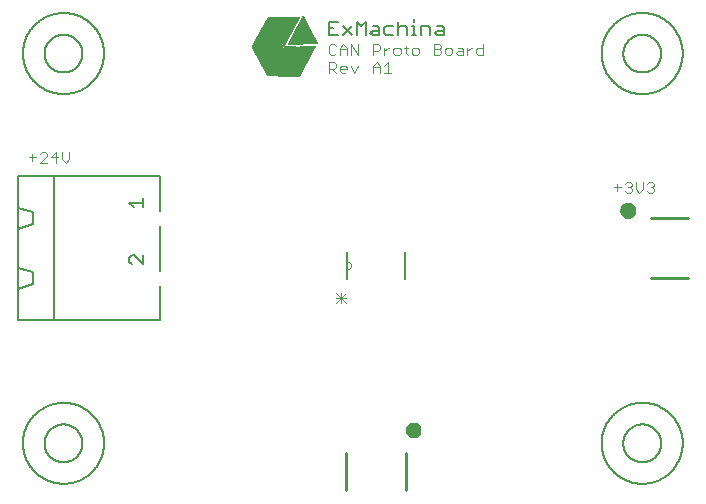
<source format=gto>
G75*
%MOIN*%
%OFA0B0*%
%FSLAX25Y25*%
%IPPOS*%
%LPD*%
%AMOC8*
5,1,8,0,0,1.08239X$1,22.5*
%
%ADD10C,0.00300*%
%ADD11C,0.00004*%
%ADD12C,0.00500*%
%ADD13C,0.00600*%
%ADD14C,0.00000*%
%ADD15C,0.00800*%
%ADD16C,0.01000*%
%ADD17C,0.02500*%
D10*
X0133080Y0097550D02*
X0136216Y0100686D01*
X0134648Y0100686D02*
X0134648Y0097550D01*
X0136216Y0097550D02*
X0133080Y0100686D01*
X0133080Y0099118D02*
X0136216Y0099118D01*
X0136035Y0174150D02*
X0134800Y0174150D01*
X0134183Y0174767D01*
X0134183Y0176002D01*
X0134800Y0176619D01*
X0136035Y0176619D01*
X0136652Y0176002D01*
X0136652Y0175384D01*
X0134183Y0175384D01*
X0132969Y0176002D02*
X0132352Y0175384D01*
X0130500Y0175384D01*
X0130500Y0174150D02*
X0130500Y0177853D01*
X0132352Y0177853D01*
X0132969Y0177236D01*
X0132969Y0176002D01*
X0131734Y0175384D02*
X0132969Y0174150D01*
X0137866Y0176619D02*
X0139101Y0174150D01*
X0140335Y0176619D01*
X0145233Y0176619D02*
X0145233Y0174150D01*
X0145233Y0176002D02*
X0147701Y0176002D01*
X0147701Y0176619D02*
X0147701Y0174150D01*
X0148916Y0174150D02*
X0151384Y0174150D01*
X0150150Y0174150D02*
X0150150Y0177853D01*
X0148916Y0176619D01*
X0147701Y0176619D02*
X0146467Y0177853D01*
X0145233Y0176619D01*
X0145233Y0180150D02*
X0145233Y0183853D01*
X0147084Y0183853D01*
X0147701Y0183236D01*
X0147701Y0182002D01*
X0147084Y0181384D01*
X0145233Y0181384D01*
X0140335Y0180150D02*
X0140335Y0183853D01*
X0137866Y0183853D02*
X0137866Y0180150D01*
X0136652Y0180150D02*
X0136652Y0182619D01*
X0135418Y0183853D01*
X0134183Y0182619D01*
X0134183Y0180150D01*
X0132969Y0180767D02*
X0132352Y0180150D01*
X0131117Y0180150D01*
X0130500Y0180767D01*
X0130500Y0183236D01*
X0131117Y0183853D01*
X0132352Y0183853D01*
X0132969Y0183236D01*
X0134183Y0182002D02*
X0136652Y0182002D01*
X0137866Y0183853D02*
X0140335Y0180150D01*
X0148916Y0180150D02*
X0148916Y0182619D01*
X0150150Y0182619D02*
X0150767Y0182619D01*
X0150150Y0182619D02*
X0148916Y0181384D01*
X0151985Y0182002D02*
X0151985Y0180767D01*
X0152602Y0180150D01*
X0153837Y0180150D01*
X0154454Y0180767D01*
X0154454Y0182002D01*
X0153837Y0182619D01*
X0152602Y0182619D01*
X0151985Y0182002D01*
X0155668Y0182619D02*
X0156903Y0182619D01*
X0156285Y0183236D02*
X0156285Y0180767D01*
X0156903Y0180150D01*
X0158124Y0180767D02*
X0158124Y0182002D01*
X0158741Y0182619D01*
X0159975Y0182619D01*
X0160592Y0182002D01*
X0160592Y0180767D01*
X0159975Y0180150D01*
X0158741Y0180150D01*
X0158124Y0180767D01*
X0165490Y0180150D02*
X0167341Y0180150D01*
X0167959Y0180767D01*
X0167959Y0181384D01*
X0167341Y0182002D01*
X0165490Y0182002D01*
X0165490Y0183853D02*
X0167341Y0183853D01*
X0167959Y0183236D01*
X0167959Y0182619D01*
X0167341Y0182002D01*
X0169173Y0182002D02*
X0169173Y0180767D01*
X0169790Y0180150D01*
X0171025Y0180150D01*
X0171642Y0180767D01*
X0171642Y0182002D01*
X0171025Y0182619D01*
X0169790Y0182619D01*
X0169173Y0182002D01*
X0172856Y0180767D02*
X0173473Y0181384D01*
X0175325Y0181384D01*
X0175325Y0182002D02*
X0175325Y0180150D01*
X0173473Y0180150D01*
X0172856Y0180767D01*
X0173473Y0182619D02*
X0174708Y0182619D01*
X0175325Y0182002D01*
X0176539Y0182619D02*
X0176539Y0180150D01*
X0176539Y0181384D02*
X0177774Y0182619D01*
X0178391Y0182619D01*
X0179609Y0182002D02*
X0180226Y0182619D01*
X0182077Y0182619D01*
X0182077Y0183853D02*
X0182077Y0180150D01*
X0180226Y0180150D01*
X0179609Y0180767D01*
X0179609Y0182002D01*
X0165490Y0180150D02*
X0165490Y0183853D01*
X0225500Y0136002D02*
X0227969Y0136002D01*
X0229183Y0137236D02*
X0229800Y0137853D01*
X0231035Y0137853D01*
X0231652Y0137236D01*
X0231652Y0136619D01*
X0231035Y0136002D01*
X0231652Y0135384D01*
X0231652Y0134767D01*
X0231035Y0134150D01*
X0229800Y0134150D01*
X0229183Y0134767D01*
X0230418Y0136002D02*
X0231035Y0136002D01*
X0232866Y0135384D02*
X0232866Y0137853D01*
X0232866Y0135384D02*
X0234101Y0134150D01*
X0235335Y0135384D01*
X0235335Y0137853D01*
X0236549Y0137236D02*
X0237167Y0137853D01*
X0238401Y0137853D01*
X0239018Y0137236D01*
X0239018Y0136619D01*
X0238401Y0136002D01*
X0239018Y0135384D01*
X0239018Y0134767D01*
X0238401Y0134150D01*
X0237167Y0134150D01*
X0236549Y0134767D01*
X0237784Y0136002D02*
X0238401Y0136002D01*
X0226734Y0137236D02*
X0226734Y0134767D01*
X0044018Y0145384D02*
X0044018Y0147853D01*
X0041549Y0147853D02*
X0041549Y0145384D01*
X0042784Y0144150D01*
X0044018Y0145384D01*
X0040335Y0146002D02*
X0037866Y0146002D01*
X0039718Y0147853D01*
X0039718Y0144150D01*
X0036652Y0144150D02*
X0034183Y0144150D01*
X0036652Y0146619D01*
X0036652Y0147236D01*
X0036035Y0147853D01*
X0034800Y0147853D01*
X0034183Y0147236D01*
X0032969Y0146002D02*
X0030500Y0146002D01*
X0031734Y0147236D02*
X0031734Y0144767D01*
D11*
X0104780Y0183070D02*
X0108228Y0183070D01*
X0108187Y0183072D02*
X0104781Y0183072D01*
X0104780Y0183070D02*
X0110280Y0192890D01*
X0120620Y0192850D01*
X0115450Y0183400D01*
X0110280Y0192890D01*
X0114860Y0183260D01*
X0107230Y0183130D01*
X0114870Y0182670D01*
X0113240Y0178980D01*
X0115310Y0182520D01*
X0120620Y0173320D01*
X0115750Y0182810D01*
X0125790Y0183110D01*
X0120620Y0173310D01*
X0110110Y0173340D01*
X0104780Y0183070D01*
X0104781Y0183067D02*
X0108269Y0183067D01*
X0108309Y0183065D02*
X0104783Y0183065D01*
X0104784Y0183063D02*
X0108350Y0183063D01*
X0108391Y0183060D02*
X0104785Y0183060D01*
X0104787Y0183058D02*
X0108431Y0183058D01*
X0108472Y0183055D02*
X0104788Y0183055D01*
X0104789Y0183053D02*
X0108513Y0183053D01*
X0108553Y0183050D02*
X0104791Y0183050D01*
X0104792Y0183048D02*
X0108594Y0183048D01*
X0108635Y0183045D02*
X0104793Y0183045D01*
X0104795Y0183043D02*
X0108675Y0183043D01*
X0108716Y0183041D02*
X0104796Y0183041D01*
X0104797Y0183038D02*
X0108757Y0183038D01*
X0108797Y0183036D02*
X0104799Y0183036D01*
X0104800Y0183033D02*
X0108838Y0183033D01*
X0108879Y0183031D02*
X0104802Y0183031D01*
X0104803Y0183028D02*
X0108919Y0183028D01*
X0108960Y0183026D02*
X0104804Y0183026D01*
X0104806Y0183023D02*
X0109001Y0183023D01*
X0109041Y0183021D02*
X0104807Y0183021D01*
X0104808Y0183018D02*
X0109082Y0183018D01*
X0109123Y0183016D02*
X0104810Y0183016D01*
X0104811Y0183014D02*
X0109163Y0183014D01*
X0109204Y0183011D02*
X0104812Y0183011D01*
X0104814Y0183009D02*
X0109245Y0183009D01*
X0109285Y0183006D02*
X0104815Y0183006D01*
X0104816Y0183004D02*
X0109326Y0183004D01*
X0109367Y0183001D02*
X0104818Y0183001D01*
X0104819Y0182999D02*
X0109407Y0182999D01*
X0109448Y0182996D02*
X0104820Y0182996D01*
X0104822Y0182994D02*
X0109489Y0182994D01*
X0109529Y0182992D02*
X0104823Y0182992D01*
X0104824Y0182989D02*
X0109570Y0182989D01*
X0109611Y0182987D02*
X0104826Y0182987D01*
X0104827Y0182984D02*
X0109651Y0182984D01*
X0109692Y0182982D02*
X0104828Y0182982D01*
X0104830Y0182979D02*
X0109733Y0182979D01*
X0109773Y0182977D02*
X0104831Y0182977D01*
X0104832Y0182974D02*
X0109814Y0182974D01*
X0109855Y0182972D02*
X0104834Y0182972D01*
X0104835Y0182970D02*
X0109895Y0182970D01*
X0109936Y0182967D02*
X0104836Y0182967D01*
X0104838Y0182965D02*
X0109977Y0182965D01*
X0110017Y0182962D02*
X0104839Y0182962D01*
X0104840Y0182960D02*
X0110058Y0182960D01*
X0110099Y0182957D02*
X0104842Y0182957D01*
X0104843Y0182955D02*
X0110139Y0182955D01*
X0110180Y0182952D02*
X0104844Y0182952D01*
X0104846Y0182950D02*
X0110221Y0182950D01*
X0110261Y0182947D02*
X0104847Y0182947D01*
X0104848Y0182945D02*
X0110302Y0182945D01*
X0110343Y0182943D02*
X0104850Y0182943D01*
X0104851Y0182940D02*
X0110383Y0182940D01*
X0110424Y0182938D02*
X0104852Y0182938D01*
X0104854Y0182935D02*
X0110465Y0182935D01*
X0110505Y0182933D02*
X0104855Y0182933D01*
X0104856Y0182930D02*
X0110546Y0182930D01*
X0110587Y0182928D02*
X0104858Y0182928D01*
X0104859Y0182925D02*
X0110627Y0182925D01*
X0110668Y0182923D02*
X0104861Y0182923D01*
X0104862Y0182921D02*
X0110709Y0182921D01*
X0110749Y0182918D02*
X0104863Y0182918D01*
X0104865Y0182916D02*
X0110790Y0182916D01*
X0110831Y0182913D02*
X0104866Y0182913D01*
X0104867Y0182911D02*
X0110871Y0182911D01*
X0110912Y0182908D02*
X0104869Y0182908D01*
X0104870Y0182906D02*
X0110953Y0182906D01*
X0110993Y0182903D02*
X0104871Y0182903D01*
X0104873Y0182901D02*
X0111034Y0182901D01*
X0111075Y0182899D02*
X0104874Y0182899D01*
X0104875Y0182896D02*
X0111115Y0182896D01*
X0111156Y0182894D02*
X0104877Y0182894D01*
X0104878Y0182891D02*
X0111197Y0182891D01*
X0111237Y0182889D02*
X0104879Y0182889D01*
X0104881Y0182886D02*
X0111278Y0182886D01*
X0111319Y0182884D02*
X0104882Y0182884D01*
X0104883Y0182881D02*
X0111359Y0182881D01*
X0111400Y0182879D02*
X0104885Y0182879D01*
X0104886Y0182876D02*
X0111440Y0182876D01*
X0111481Y0182874D02*
X0104887Y0182874D01*
X0104889Y0182872D02*
X0111522Y0182872D01*
X0111562Y0182869D02*
X0104890Y0182869D01*
X0104891Y0182867D02*
X0111603Y0182867D01*
X0111644Y0182864D02*
X0104893Y0182864D01*
X0104894Y0182862D02*
X0111684Y0182862D01*
X0111725Y0182859D02*
X0104895Y0182859D01*
X0104897Y0182857D02*
X0111766Y0182857D01*
X0111806Y0182854D02*
X0104898Y0182854D01*
X0104899Y0182852D02*
X0111847Y0182852D01*
X0111888Y0182850D02*
X0104901Y0182850D01*
X0104902Y0182847D02*
X0111928Y0182847D01*
X0111969Y0182845D02*
X0104903Y0182845D01*
X0104905Y0182842D02*
X0112010Y0182842D01*
X0112050Y0182840D02*
X0104906Y0182840D01*
X0104907Y0182837D02*
X0112091Y0182837D01*
X0112132Y0182835D02*
X0104909Y0182835D01*
X0104910Y0182832D02*
X0112172Y0182832D01*
X0112213Y0182830D02*
X0104911Y0182830D01*
X0104913Y0182828D02*
X0112254Y0182828D01*
X0112294Y0182825D02*
X0104914Y0182825D01*
X0104916Y0182823D02*
X0112335Y0182823D01*
X0112376Y0182820D02*
X0104917Y0182820D01*
X0104918Y0182818D02*
X0112416Y0182818D01*
X0112457Y0182815D02*
X0104920Y0182815D01*
X0104921Y0182813D02*
X0112498Y0182813D01*
X0112538Y0182810D02*
X0104922Y0182810D01*
X0104924Y0182808D02*
X0112579Y0182808D01*
X0112620Y0182805D02*
X0104925Y0182805D01*
X0104926Y0182803D02*
X0112660Y0182803D01*
X0112701Y0182801D02*
X0104928Y0182801D01*
X0104929Y0182798D02*
X0112742Y0182798D01*
X0112782Y0182796D02*
X0104930Y0182796D01*
X0104932Y0182793D02*
X0112823Y0182793D01*
X0112864Y0182791D02*
X0104933Y0182791D01*
X0104934Y0182788D02*
X0112904Y0182788D01*
X0112945Y0182786D02*
X0104936Y0182786D01*
X0104937Y0182783D02*
X0112986Y0182783D01*
X0113026Y0182781D02*
X0104938Y0182781D01*
X0104940Y0182779D02*
X0113067Y0182779D01*
X0113108Y0182776D02*
X0104941Y0182776D01*
X0104942Y0182774D02*
X0113148Y0182774D01*
X0113189Y0182771D02*
X0104944Y0182771D01*
X0104945Y0182769D02*
X0113230Y0182769D01*
X0113270Y0182766D02*
X0104946Y0182766D01*
X0104948Y0182764D02*
X0113311Y0182764D01*
X0113352Y0182761D02*
X0104949Y0182761D01*
X0104950Y0182759D02*
X0113392Y0182759D01*
X0113433Y0182757D02*
X0104952Y0182757D01*
X0104953Y0182754D02*
X0113474Y0182754D01*
X0113514Y0182752D02*
X0104954Y0182752D01*
X0104956Y0182749D02*
X0113555Y0182749D01*
X0113596Y0182747D02*
X0104957Y0182747D01*
X0104958Y0182744D02*
X0113636Y0182744D01*
X0113677Y0182742D02*
X0104960Y0182742D01*
X0104961Y0182739D02*
X0113718Y0182739D01*
X0113758Y0182737D02*
X0104962Y0182737D01*
X0104964Y0182734D02*
X0113799Y0182734D01*
X0113840Y0182732D02*
X0104965Y0182732D01*
X0104966Y0182730D02*
X0113880Y0182730D01*
X0113921Y0182727D02*
X0104968Y0182727D01*
X0104969Y0182725D02*
X0113962Y0182725D01*
X0114002Y0182722D02*
X0104970Y0182722D01*
X0104972Y0182720D02*
X0114043Y0182720D01*
X0114084Y0182717D02*
X0104973Y0182717D01*
X0104975Y0182715D02*
X0114124Y0182715D01*
X0114165Y0182712D02*
X0104976Y0182712D01*
X0104977Y0182710D02*
X0114206Y0182710D01*
X0114246Y0182708D02*
X0104979Y0182708D01*
X0104980Y0182705D02*
X0114287Y0182705D01*
X0114328Y0182703D02*
X0104981Y0182703D01*
X0104983Y0182700D02*
X0114368Y0182700D01*
X0114409Y0182698D02*
X0104984Y0182698D01*
X0104985Y0182695D02*
X0114450Y0182695D01*
X0114490Y0182693D02*
X0104987Y0182693D01*
X0104988Y0182690D02*
X0114531Y0182690D01*
X0114572Y0182688D02*
X0104989Y0182688D01*
X0104991Y0182686D02*
X0114612Y0182686D01*
X0114653Y0182683D02*
X0104992Y0182683D01*
X0104993Y0182681D02*
X0114694Y0182681D01*
X0114734Y0182678D02*
X0104995Y0182678D01*
X0104996Y0182676D02*
X0114775Y0182676D01*
X0114816Y0182673D02*
X0104997Y0182673D01*
X0104999Y0182671D02*
X0114856Y0182671D01*
X0114868Y0182666D02*
X0105001Y0182666D01*
X0105000Y0182668D02*
X0114869Y0182668D01*
X0114867Y0182663D02*
X0105003Y0182663D01*
X0105004Y0182661D02*
X0114866Y0182661D01*
X0114865Y0182659D02*
X0105005Y0182659D01*
X0105007Y0182656D02*
X0114864Y0182656D01*
X0114863Y0182654D02*
X0105008Y0182654D01*
X0105009Y0182651D02*
X0114862Y0182651D01*
X0114861Y0182649D02*
X0105011Y0182649D01*
X0105012Y0182646D02*
X0114860Y0182646D01*
X0114858Y0182644D02*
X0105013Y0182644D01*
X0105015Y0182641D02*
X0114857Y0182641D01*
X0114856Y0182639D02*
X0105016Y0182639D01*
X0105017Y0182637D02*
X0114855Y0182637D01*
X0114854Y0182634D02*
X0105019Y0182634D01*
X0105020Y0182632D02*
X0114853Y0182632D01*
X0114852Y0182629D02*
X0105021Y0182629D01*
X0105023Y0182627D02*
X0114851Y0182627D01*
X0114850Y0182624D02*
X0105024Y0182624D01*
X0105025Y0182622D02*
X0114849Y0182622D01*
X0114848Y0182619D02*
X0105027Y0182619D01*
X0105028Y0182617D02*
X0114847Y0182617D01*
X0114845Y0182615D02*
X0105030Y0182615D01*
X0105031Y0182612D02*
X0114844Y0182612D01*
X0114843Y0182610D02*
X0105032Y0182610D01*
X0105034Y0182607D02*
X0114842Y0182607D01*
X0114841Y0182605D02*
X0105035Y0182605D01*
X0105036Y0182602D02*
X0114840Y0182602D01*
X0114839Y0182600D02*
X0105038Y0182600D01*
X0105039Y0182597D02*
X0114838Y0182597D01*
X0114837Y0182595D02*
X0105040Y0182595D01*
X0105042Y0182592D02*
X0114836Y0182592D01*
X0114835Y0182590D02*
X0105043Y0182590D01*
X0105044Y0182588D02*
X0114834Y0182588D01*
X0114833Y0182585D02*
X0105046Y0182585D01*
X0105047Y0182583D02*
X0114831Y0182583D01*
X0114830Y0182580D02*
X0105048Y0182580D01*
X0105050Y0182578D02*
X0114829Y0182578D01*
X0114828Y0182575D02*
X0105051Y0182575D01*
X0105052Y0182573D02*
X0114827Y0182573D01*
X0114826Y0182570D02*
X0105054Y0182570D01*
X0105055Y0182568D02*
X0114825Y0182568D01*
X0114824Y0182566D02*
X0105056Y0182566D01*
X0105058Y0182563D02*
X0114823Y0182563D01*
X0114822Y0182561D02*
X0105059Y0182561D01*
X0105060Y0182558D02*
X0114821Y0182558D01*
X0114820Y0182556D02*
X0105062Y0182556D01*
X0105063Y0182553D02*
X0114818Y0182553D01*
X0114817Y0182551D02*
X0105064Y0182551D01*
X0105066Y0182548D02*
X0114816Y0182548D01*
X0114815Y0182546D02*
X0105067Y0182546D01*
X0105068Y0182544D02*
X0114814Y0182544D01*
X0114813Y0182541D02*
X0105070Y0182541D01*
X0105071Y0182539D02*
X0114812Y0182539D01*
X0114811Y0182536D02*
X0105072Y0182536D01*
X0105074Y0182534D02*
X0114810Y0182534D01*
X0114809Y0182531D02*
X0105075Y0182531D01*
X0105076Y0182529D02*
X0114808Y0182529D01*
X0114807Y0182526D02*
X0105078Y0182526D01*
X0105079Y0182524D02*
X0114805Y0182524D01*
X0114804Y0182521D02*
X0105080Y0182521D01*
X0105082Y0182519D02*
X0114803Y0182519D01*
X0114802Y0182517D02*
X0105083Y0182517D01*
X0105084Y0182514D02*
X0114801Y0182514D01*
X0114800Y0182512D02*
X0105086Y0182512D01*
X0105087Y0182509D02*
X0114799Y0182509D01*
X0114798Y0182507D02*
X0105089Y0182507D01*
X0105090Y0182504D02*
X0114797Y0182504D01*
X0114796Y0182502D02*
X0105091Y0182502D01*
X0105093Y0182499D02*
X0114795Y0182499D01*
X0114794Y0182497D02*
X0105094Y0182497D01*
X0105095Y0182495D02*
X0114793Y0182495D01*
X0114791Y0182492D02*
X0105097Y0182492D01*
X0105098Y0182490D02*
X0114790Y0182490D01*
X0114789Y0182487D02*
X0105099Y0182487D01*
X0105101Y0182485D02*
X0114788Y0182485D01*
X0114787Y0182482D02*
X0105102Y0182482D01*
X0105103Y0182480D02*
X0114786Y0182480D01*
X0114785Y0182477D02*
X0105105Y0182477D01*
X0105106Y0182475D02*
X0114784Y0182475D01*
X0114783Y0182473D02*
X0105107Y0182473D01*
X0105109Y0182470D02*
X0114782Y0182470D01*
X0114781Y0182468D02*
X0105110Y0182468D01*
X0105111Y0182465D02*
X0114780Y0182465D01*
X0114778Y0182463D02*
X0105113Y0182463D01*
X0105114Y0182460D02*
X0114777Y0182460D01*
X0114776Y0182458D02*
X0105115Y0182458D01*
X0105117Y0182455D02*
X0114775Y0182455D01*
X0114774Y0182453D02*
X0105118Y0182453D01*
X0105119Y0182450D02*
X0114773Y0182450D01*
X0114772Y0182448D02*
X0105121Y0182448D01*
X0105122Y0182446D02*
X0114771Y0182446D01*
X0114770Y0182443D02*
X0105123Y0182443D01*
X0105125Y0182441D02*
X0114769Y0182441D01*
X0114768Y0182438D02*
X0105126Y0182438D01*
X0105127Y0182436D02*
X0114767Y0182436D01*
X0114765Y0182433D02*
X0105129Y0182433D01*
X0105130Y0182431D02*
X0114764Y0182431D01*
X0114763Y0182428D02*
X0105131Y0182428D01*
X0105133Y0182426D02*
X0114762Y0182426D01*
X0114761Y0182424D02*
X0105134Y0182424D01*
X0105135Y0182421D02*
X0114760Y0182421D01*
X0114759Y0182419D02*
X0105137Y0182419D01*
X0105138Y0182416D02*
X0114758Y0182416D01*
X0114757Y0182414D02*
X0105139Y0182414D01*
X0105141Y0182411D02*
X0114756Y0182411D01*
X0114755Y0182409D02*
X0105142Y0182409D01*
X0105144Y0182406D02*
X0114754Y0182406D01*
X0114752Y0182404D02*
X0105145Y0182404D01*
X0105146Y0182402D02*
X0114751Y0182402D01*
X0114750Y0182399D02*
X0105148Y0182399D01*
X0105149Y0182397D02*
X0114749Y0182397D01*
X0114748Y0182394D02*
X0105150Y0182394D01*
X0105152Y0182392D02*
X0114747Y0182392D01*
X0114746Y0182389D02*
X0105153Y0182389D01*
X0105154Y0182387D02*
X0114745Y0182387D01*
X0114744Y0182384D02*
X0105156Y0182384D01*
X0105157Y0182382D02*
X0114743Y0182382D01*
X0114742Y0182379D02*
X0105158Y0182379D01*
X0105160Y0182377D02*
X0114741Y0182377D01*
X0114740Y0182375D02*
X0105161Y0182375D01*
X0105162Y0182372D02*
X0114738Y0182372D01*
X0114737Y0182370D02*
X0105164Y0182370D01*
X0105165Y0182367D02*
X0114736Y0182367D01*
X0114735Y0182365D02*
X0105166Y0182365D01*
X0105168Y0182362D02*
X0114734Y0182362D01*
X0114733Y0182360D02*
X0105169Y0182360D01*
X0105170Y0182357D02*
X0114732Y0182357D01*
X0114731Y0182355D02*
X0105172Y0182355D01*
X0105173Y0182353D02*
X0114730Y0182353D01*
X0114729Y0182350D02*
X0105174Y0182350D01*
X0105176Y0182348D02*
X0114728Y0182348D01*
X0114727Y0182345D02*
X0105177Y0182345D01*
X0105178Y0182343D02*
X0114725Y0182343D01*
X0114724Y0182340D02*
X0105180Y0182340D01*
X0105181Y0182338D02*
X0114723Y0182338D01*
X0114722Y0182335D02*
X0105182Y0182335D01*
X0105184Y0182333D02*
X0114721Y0182333D01*
X0114720Y0182331D02*
X0105185Y0182331D01*
X0105186Y0182328D02*
X0114719Y0182328D01*
X0114718Y0182326D02*
X0105188Y0182326D01*
X0105189Y0182323D02*
X0114717Y0182323D01*
X0114716Y0182321D02*
X0105190Y0182321D01*
X0105192Y0182318D02*
X0114715Y0182318D01*
X0114714Y0182316D02*
X0105193Y0182316D01*
X0105194Y0182313D02*
X0114712Y0182313D01*
X0114711Y0182311D02*
X0105196Y0182311D01*
X0105197Y0182308D02*
X0114710Y0182308D01*
X0114709Y0182306D02*
X0105198Y0182306D01*
X0105200Y0182304D02*
X0114708Y0182304D01*
X0114707Y0182301D02*
X0105201Y0182301D01*
X0105203Y0182299D02*
X0114706Y0182299D01*
X0114705Y0182296D02*
X0105204Y0182296D01*
X0105205Y0182294D02*
X0114704Y0182294D01*
X0114703Y0182291D02*
X0105207Y0182291D01*
X0105208Y0182289D02*
X0114702Y0182289D01*
X0114701Y0182286D02*
X0105209Y0182286D01*
X0105211Y0182284D02*
X0114699Y0182284D01*
X0114698Y0182282D02*
X0105212Y0182282D01*
X0105213Y0182279D02*
X0114697Y0182279D01*
X0114696Y0182277D02*
X0105215Y0182277D01*
X0105216Y0182274D02*
X0114695Y0182274D01*
X0114694Y0182272D02*
X0105217Y0182272D01*
X0105219Y0182269D02*
X0114693Y0182269D01*
X0114692Y0182267D02*
X0105220Y0182267D01*
X0105221Y0182264D02*
X0114691Y0182264D01*
X0114690Y0182262D02*
X0105223Y0182262D01*
X0105224Y0182260D02*
X0114689Y0182260D01*
X0114688Y0182257D02*
X0105225Y0182257D01*
X0105227Y0182255D02*
X0114687Y0182255D01*
X0114685Y0182252D02*
X0105228Y0182252D01*
X0105229Y0182250D02*
X0114684Y0182250D01*
X0114683Y0182247D02*
X0105231Y0182247D01*
X0105232Y0182245D02*
X0114682Y0182245D01*
X0114681Y0182242D02*
X0105233Y0182242D01*
X0105235Y0182240D02*
X0114680Y0182240D01*
X0114679Y0182237D02*
X0105236Y0182237D01*
X0105237Y0182235D02*
X0114678Y0182235D01*
X0114677Y0182233D02*
X0105239Y0182233D01*
X0105240Y0182230D02*
X0114676Y0182230D01*
X0114675Y0182228D02*
X0105241Y0182228D01*
X0105243Y0182225D02*
X0114674Y0182225D01*
X0114672Y0182223D02*
X0105244Y0182223D01*
X0105245Y0182220D02*
X0114671Y0182220D01*
X0114670Y0182218D02*
X0105247Y0182218D01*
X0105248Y0182215D02*
X0114669Y0182215D01*
X0114668Y0182213D02*
X0105249Y0182213D01*
X0105251Y0182211D02*
X0114667Y0182211D01*
X0114666Y0182208D02*
X0105252Y0182208D01*
X0105253Y0182206D02*
X0114665Y0182206D01*
X0114664Y0182203D02*
X0105255Y0182203D01*
X0105256Y0182201D02*
X0114663Y0182201D01*
X0114662Y0182198D02*
X0105258Y0182198D01*
X0105259Y0182196D02*
X0114661Y0182196D01*
X0114659Y0182193D02*
X0105260Y0182193D01*
X0105262Y0182191D02*
X0114658Y0182191D01*
X0114657Y0182189D02*
X0105263Y0182189D01*
X0105264Y0182186D02*
X0114656Y0182186D01*
X0114655Y0182184D02*
X0105266Y0182184D01*
X0105267Y0182181D02*
X0114654Y0182181D01*
X0114653Y0182179D02*
X0105268Y0182179D01*
X0105270Y0182176D02*
X0114652Y0182176D01*
X0114651Y0182174D02*
X0105271Y0182174D01*
X0105272Y0182171D02*
X0114650Y0182171D01*
X0114649Y0182169D02*
X0105274Y0182169D01*
X0105275Y0182166D02*
X0114648Y0182166D01*
X0114647Y0182164D02*
X0105276Y0182164D01*
X0105278Y0182162D02*
X0114645Y0182162D01*
X0114644Y0182159D02*
X0105279Y0182159D01*
X0105280Y0182157D02*
X0114643Y0182157D01*
X0114642Y0182154D02*
X0105282Y0182154D01*
X0105283Y0182152D02*
X0114641Y0182152D01*
X0114640Y0182149D02*
X0105284Y0182149D01*
X0105286Y0182147D02*
X0114639Y0182147D01*
X0114638Y0182144D02*
X0105287Y0182144D01*
X0105288Y0182142D02*
X0114637Y0182142D01*
X0114636Y0182140D02*
X0105290Y0182140D01*
X0105291Y0182137D02*
X0114635Y0182137D01*
X0114634Y0182135D02*
X0105292Y0182135D01*
X0105294Y0182132D02*
X0114632Y0182132D01*
X0114631Y0182130D02*
X0105295Y0182130D01*
X0105296Y0182127D02*
X0114630Y0182127D01*
X0114629Y0182125D02*
X0105298Y0182125D01*
X0105299Y0182122D02*
X0114628Y0182122D01*
X0114627Y0182120D02*
X0105300Y0182120D01*
X0105302Y0182118D02*
X0114626Y0182118D01*
X0114625Y0182115D02*
X0105303Y0182115D01*
X0105304Y0182113D02*
X0114624Y0182113D01*
X0114623Y0182110D02*
X0105306Y0182110D01*
X0105307Y0182108D02*
X0114622Y0182108D01*
X0114621Y0182105D02*
X0105308Y0182105D01*
X0105310Y0182103D02*
X0114619Y0182103D01*
X0114618Y0182100D02*
X0105311Y0182100D01*
X0105312Y0182098D02*
X0114617Y0182098D01*
X0114616Y0182095D02*
X0105314Y0182095D01*
X0105315Y0182093D02*
X0114615Y0182093D01*
X0114614Y0182091D02*
X0105317Y0182091D01*
X0105318Y0182088D02*
X0114613Y0182088D01*
X0114612Y0182086D02*
X0105319Y0182086D01*
X0105321Y0182083D02*
X0114611Y0182083D01*
X0114610Y0182081D02*
X0105322Y0182081D01*
X0105323Y0182078D02*
X0114609Y0182078D01*
X0114608Y0182076D02*
X0105325Y0182076D01*
X0105326Y0182073D02*
X0114606Y0182073D01*
X0114605Y0182071D02*
X0105327Y0182071D01*
X0105329Y0182069D02*
X0114604Y0182069D01*
X0114603Y0182066D02*
X0105330Y0182066D01*
X0105331Y0182064D02*
X0114602Y0182064D01*
X0114601Y0182061D02*
X0105333Y0182061D01*
X0105334Y0182059D02*
X0114600Y0182059D01*
X0114599Y0182056D02*
X0105335Y0182056D01*
X0105337Y0182054D02*
X0114598Y0182054D01*
X0114597Y0182051D02*
X0105338Y0182051D01*
X0105339Y0182049D02*
X0114596Y0182049D01*
X0114595Y0182047D02*
X0105341Y0182047D01*
X0105342Y0182044D02*
X0114594Y0182044D01*
X0114592Y0182042D02*
X0105343Y0182042D01*
X0105345Y0182039D02*
X0114591Y0182039D01*
X0114590Y0182037D02*
X0105346Y0182037D01*
X0105347Y0182034D02*
X0114589Y0182034D01*
X0114588Y0182032D02*
X0105349Y0182032D01*
X0105350Y0182029D02*
X0114587Y0182029D01*
X0114586Y0182027D02*
X0105351Y0182027D01*
X0105353Y0182024D02*
X0114585Y0182024D01*
X0114584Y0182022D02*
X0105354Y0182022D01*
X0105355Y0182020D02*
X0114583Y0182020D01*
X0114582Y0182017D02*
X0105357Y0182017D01*
X0105358Y0182015D02*
X0114581Y0182015D01*
X0114579Y0182012D02*
X0105359Y0182012D01*
X0105361Y0182010D02*
X0114578Y0182010D01*
X0114577Y0182007D02*
X0105362Y0182007D01*
X0105363Y0182005D02*
X0114576Y0182005D01*
X0114575Y0182002D02*
X0105365Y0182002D01*
X0105366Y0182000D02*
X0114574Y0182000D01*
X0114573Y0181998D02*
X0105367Y0181998D01*
X0105369Y0181995D02*
X0114572Y0181995D01*
X0114571Y0181993D02*
X0105370Y0181993D01*
X0105372Y0181990D02*
X0114570Y0181990D01*
X0114569Y0181988D02*
X0105373Y0181988D01*
X0105374Y0181985D02*
X0114568Y0181985D01*
X0114566Y0181983D02*
X0105376Y0181983D01*
X0105377Y0181980D02*
X0114565Y0181980D01*
X0114564Y0181978D02*
X0105378Y0181978D01*
X0105380Y0181976D02*
X0114563Y0181976D01*
X0114562Y0181973D02*
X0105381Y0181973D01*
X0105382Y0181971D02*
X0114561Y0181971D01*
X0114560Y0181968D02*
X0105384Y0181968D01*
X0105385Y0181966D02*
X0114559Y0181966D01*
X0114558Y0181963D02*
X0105386Y0181963D01*
X0105388Y0181961D02*
X0114557Y0181961D01*
X0114556Y0181958D02*
X0105389Y0181958D01*
X0105390Y0181956D02*
X0114555Y0181956D01*
X0114553Y0181953D02*
X0105392Y0181953D01*
X0105393Y0181951D02*
X0114552Y0181951D01*
X0114551Y0181949D02*
X0105394Y0181949D01*
X0105396Y0181946D02*
X0114550Y0181946D01*
X0114549Y0181944D02*
X0105397Y0181944D01*
X0105398Y0181941D02*
X0114548Y0181941D01*
X0114547Y0181939D02*
X0105400Y0181939D01*
X0105401Y0181936D02*
X0114546Y0181936D01*
X0114545Y0181934D02*
X0105402Y0181934D01*
X0105404Y0181931D02*
X0114544Y0181931D01*
X0114543Y0181929D02*
X0105405Y0181929D01*
X0105406Y0181927D02*
X0114542Y0181927D01*
X0114541Y0181924D02*
X0105408Y0181924D01*
X0105409Y0181922D02*
X0114539Y0181922D01*
X0114538Y0181919D02*
X0105410Y0181919D01*
X0105412Y0181917D02*
X0114537Y0181917D01*
X0114536Y0181914D02*
X0105413Y0181914D01*
X0105414Y0181912D02*
X0114535Y0181912D01*
X0114534Y0181909D02*
X0105416Y0181909D01*
X0105417Y0181907D02*
X0114533Y0181907D01*
X0114532Y0181905D02*
X0105418Y0181905D01*
X0105420Y0181902D02*
X0114531Y0181902D01*
X0114530Y0181900D02*
X0105421Y0181900D01*
X0105422Y0181897D02*
X0114529Y0181897D01*
X0114528Y0181895D02*
X0105424Y0181895D01*
X0105425Y0181892D02*
X0114526Y0181892D01*
X0114525Y0181890D02*
X0105427Y0181890D01*
X0105428Y0181887D02*
X0114524Y0181887D01*
X0114523Y0181885D02*
X0105429Y0181885D01*
X0105431Y0181882D02*
X0114522Y0181882D01*
X0114521Y0181880D02*
X0105432Y0181880D01*
X0105433Y0181878D02*
X0114520Y0181878D01*
X0114519Y0181875D02*
X0105435Y0181875D01*
X0105436Y0181873D02*
X0114518Y0181873D01*
X0114517Y0181870D02*
X0105437Y0181870D01*
X0105439Y0181868D02*
X0114516Y0181868D01*
X0114515Y0181865D02*
X0105440Y0181865D01*
X0105441Y0181863D02*
X0114513Y0181863D01*
X0114512Y0181860D02*
X0105443Y0181860D01*
X0105444Y0181858D02*
X0114511Y0181858D01*
X0114510Y0181856D02*
X0105445Y0181856D01*
X0105447Y0181853D02*
X0114509Y0181853D01*
X0114508Y0181851D02*
X0105448Y0181851D01*
X0105449Y0181848D02*
X0114507Y0181848D01*
X0114506Y0181846D02*
X0105451Y0181846D01*
X0105452Y0181843D02*
X0114505Y0181843D01*
X0114504Y0181841D02*
X0105453Y0181841D01*
X0105455Y0181838D02*
X0114503Y0181838D01*
X0114502Y0181836D02*
X0105456Y0181836D01*
X0105457Y0181834D02*
X0114500Y0181834D01*
X0114499Y0181831D02*
X0105459Y0181831D01*
X0105460Y0181829D02*
X0114498Y0181829D01*
X0114497Y0181826D02*
X0105461Y0181826D01*
X0105463Y0181824D02*
X0114496Y0181824D01*
X0114495Y0181821D02*
X0105464Y0181821D01*
X0105465Y0181819D02*
X0114494Y0181819D01*
X0114493Y0181816D02*
X0105467Y0181816D01*
X0105468Y0181814D02*
X0114492Y0181814D01*
X0114491Y0181811D02*
X0105469Y0181811D01*
X0105471Y0181809D02*
X0114490Y0181809D01*
X0114489Y0181807D02*
X0105472Y0181807D01*
X0105473Y0181804D02*
X0114488Y0181804D01*
X0114486Y0181802D02*
X0105475Y0181802D01*
X0105476Y0181799D02*
X0114485Y0181799D01*
X0114484Y0181797D02*
X0105477Y0181797D01*
X0105479Y0181794D02*
X0114483Y0181794D01*
X0114482Y0181792D02*
X0105480Y0181792D01*
X0105481Y0181789D02*
X0114481Y0181789D01*
X0114480Y0181787D02*
X0105483Y0181787D01*
X0105484Y0181785D02*
X0114479Y0181785D01*
X0114478Y0181782D02*
X0105486Y0181782D01*
X0105487Y0181780D02*
X0114477Y0181780D01*
X0114476Y0181777D02*
X0105488Y0181777D01*
X0105490Y0181775D02*
X0114475Y0181775D01*
X0114473Y0181772D02*
X0105491Y0181772D01*
X0105492Y0181770D02*
X0114472Y0181770D01*
X0114471Y0181767D02*
X0105494Y0181767D01*
X0105495Y0181765D02*
X0114470Y0181765D01*
X0114469Y0181762D02*
X0105496Y0181762D01*
X0105498Y0181760D02*
X0114468Y0181760D01*
X0114467Y0181758D02*
X0105499Y0181758D01*
X0105500Y0181755D02*
X0114466Y0181755D01*
X0114465Y0181753D02*
X0105502Y0181753D01*
X0105503Y0181750D02*
X0114464Y0181750D01*
X0114463Y0181748D02*
X0105504Y0181748D01*
X0105506Y0181745D02*
X0114462Y0181745D01*
X0114460Y0181743D02*
X0105507Y0181743D01*
X0105508Y0181740D02*
X0114459Y0181740D01*
X0114458Y0181738D02*
X0105510Y0181738D01*
X0105511Y0181736D02*
X0114457Y0181736D01*
X0114456Y0181733D02*
X0105512Y0181733D01*
X0105514Y0181731D02*
X0114455Y0181731D01*
X0114454Y0181728D02*
X0105515Y0181728D01*
X0105516Y0181726D02*
X0114453Y0181726D01*
X0114452Y0181723D02*
X0105518Y0181723D01*
X0105519Y0181721D02*
X0114451Y0181721D01*
X0114450Y0181718D02*
X0105520Y0181718D01*
X0105522Y0181716D02*
X0114449Y0181716D01*
X0114448Y0181714D02*
X0105523Y0181714D01*
X0105524Y0181711D02*
X0114446Y0181711D01*
X0114445Y0181709D02*
X0105526Y0181709D01*
X0105527Y0181706D02*
X0114444Y0181706D01*
X0114443Y0181704D02*
X0105528Y0181704D01*
X0105530Y0181701D02*
X0114442Y0181701D01*
X0114441Y0181699D02*
X0105531Y0181699D01*
X0105532Y0181696D02*
X0114440Y0181696D01*
X0114439Y0181694D02*
X0105534Y0181694D01*
X0105535Y0181691D02*
X0114438Y0181691D01*
X0114437Y0181689D02*
X0105536Y0181689D01*
X0105538Y0181687D02*
X0114436Y0181687D01*
X0114435Y0181684D02*
X0105539Y0181684D01*
X0105541Y0181682D02*
X0114433Y0181682D01*
X0114432Y0181679D02*
X0105542Y0181679D01*
X0105543Y0181677D02*
X0114431Y0181677D01*
X0114430Y0181674D02*
X0105545Y0181674D01*
X0105546Y0181672D02*
X0114429Y0181672D01*
X0114428Y0181669D02*
X0105547Y0181669D01*
X0105549Y0181667D02*
X0114427Y0181667D01*
X0114426Y0181665D02*
X0105550Y0181665D01*
X0105551Y0181662D02*
X0114425Y0181662D01*
X0114424Y0181660D02*
X0105553Y0181660D01*
X0105554Y0181657D02*
X0114423Y0181657D01*
X0114422Y0181655D02*
X0105555Y0181655D01*
X0105557Y0181652D02*
X0114420Y0181652D01*
X0114419Y0181650D02*
X0105558Y0181650D01*
X0105559Y0181647D02*
X0114418Y0181647D01*
X0114417Y0181645D02*
X0105561Y0181645D01*
X0105562Y0181643D02*
X0114416Y0181643D01*
X0114415Y0181640D02*
X0105563Y0181640D01*
X0105565Y0181638D02*
X0114414Y0181638D01*
X0114413Y0181635D02*
X0105566Y0181635D01*
X0105567Y0181633D02*
X0114412Y0181633D01*
X0114411Y0181630D02*
X0105569Y0181630D01*
X0105570Y0181628D02*
X0114410Y0181628D01*
X0114409Y0181625D02*
X0105571Y0181625D01*
X0105573Y0181623D02*
X0114407Y0181623D01*
X0114406Y0181620D02*
X0105574Y0181620D01*
X0105575Y0181618D02*
X0114405Y0181618D01*
X0114404Y0181616D02*
X0105577Y0181616D01*
X0105578Y0181613D02*
X0114403Y0181613D01*
X0114402Y0181611D02*
X0105579Y0181611D01*
X0105581Y0181608D02*
X0114401Y0181608D01*
X0114400Y0181606D02*
X0105582Y0181606D01*
X0105583Y0181603D02*
X0114399Y0181603D01*
X0114398Y0181601D02*
X0105585Y0181601D01*
X0105586Y0181598D02*
X0114397Y0181598D01*
X0114396Y0181596D02*
X0105587Y0181596D01*
X0105589Y0181594D02*
X0114395Y0181594D01*
X0114393Y0181591D02*
X0105590Y0181591D01*
X0105591Y0181589D02*
X0114392Y0181589D01*
X0114391Y0181586D02*
X0105593Y0181586D01*
X0105594Y0181584D02*
X0114390Y0181584D01*
X0114389Y0181581D02*
X0105595Y0181581D01*
X0105597Y0181579D02*
X0114388Y0181579D01*
X0114387Y0181576D02*
X0105598Y0181576D01*
X0105600Y0181574D02*
X0114386Y0181574D01*
X0114385Y0181572D02*
X0105601Y0181572D01*
X0105602Y0181569D02*
X0114384Y0181569D01*
X0114383Y0181567D02*
X0105604Y0181567D01*
X0105605Y0181564D02*
X0114382Y0181564D01*
X0114380Y0181562D02*
X0105606Y0181562D01*
X0105608Y0181559D02*
X0114379Y0181559D01*
X0114378Y0181557D02*
X0105609Y0181557D01*
X0105610Y0181554D02*
X0114377Y0181554D01*
X0114376Y0181552D02*
X0105612Y0181552D01*
X0105613Y0181549D02*
X0114375Y0181549D01*
X0114374Y0181547D02*
X0105614Y0181547D01*
X0105616Y0181545D02*
X0114373Y0181545D01*
X0114372Y0181542D02*
X0105617Y0181542D01*
X0105618Y0181540D02*
X0114371Y0181540D01*
X0114370Y0181537D02*
X0105620Y0181537D01*
X0105621Y0181535D02*
X0114369Y0181535D01*
X0114367Y0181532D02*
X0105622Y0181532D01*
X0105624Y0181530D02*
X0114366Y0181530D01*
X0114365Y0181527D02*
X0105625Y0181527D01*
X0105626Y0181525D02*
X0114364Y0181525D01*
X0114363Y0181523D02*
X0105628Y0181523D01*
X0105629Y0181520D02*
X0114362Y0181520D01*
X0114361Y0181518D02*
X0105630Y0181518D01*
X0105632Y0181515D02*
X0114360Y0181515D01*
X0114359Y0181513D02*
X0105633Y0181513D01*
X0105634Y0181510D02*
X0114358Y0181510D01*
X0114357Y0181508D02*
X0105636Y0181508D01*
X0105637Y0181505D02*
X0114356Y0181505D01*
X0114354Y0181503D02*
X0105638Y0181503D01*
X0105640Y0181501D02*
X0114353Y0181501D01*
X0114352Y0181498D02*
X0105641Y0181498D01*
X0105642Y0181496D02*
X0114351Y0181496D01*
X0114350Y0181493D02*
X0105644Y0181493D01*
X0105645Y0181491D02*
X0114349Y0181491D01*
X0114348Y0181488D02*
X0105646Y0181488D01*
X0105648Y0181486D02*
X0114347Y0181486D01*
X0114346Y0181483D02*
X0105649Y0181483D01*
X0105650Y0181481D02*
X0114345Y0181481D01*
X0114344Y0181478D02*
X0105652Y0181478D01*
X0105653Y0181476D02*
X0114343Y0181476D01*
X0114342Y0181474D02*
X0105655Y0181474D01*
X0105656Y0181471D02*
X0114340Y0181471D01*
X0114339Y0181469D02*
X0105657Y0181469D01*
X0105659Y0181466D02*
X0114338Y0181466D01*
X0114337Y0181464D02*
X0105660Y0181464D01*
X0105661Y0181461D02*
X0114336Y0181461D01*
X0114335Y0181459D02*
X0105663Y0181459D01*
X0105664Y0181456D02*
X0114334Y0181456D01*
X0114333Y0181454D02*
X0105665Y0181454D01*
X0105667Y0181452D02*
X0114332Y0181452D01*
X0114331Y0181449D02*
X0105668Y0181449D01*
X0105669Y0181447D02*
X0114330Y0181447D01*
X0114329Y0181444D02*
X0105671Y0181444D01*
X0105672Y0181442D02*
X0114327Y0181442D01*
X0114326Y0181439D02*
X0105673Y0181439D01*
X0105675Y0181437D02*
X0114325Y0181437D01*
X0114324Y0181434D02*
X0105676Y0181434D01*
X0105677Y0181432D02*
X0114323Y0181432D01*
X0114322Y0181430D02*
X0105679Y0181430D01*
X0105680Y0181427D02*
X0114321Y0181427D01*
X0114320Y0181425D02*
X0105681Y0181425D01*
X0105683Y0181422D02*
X0114319Y0181422D01*
X0114318Y0181420D02*
X0105684Y0181420D01*
X0105685Y0181417D02*
X0114317Y0181417D01*
X0114316Y0181415D02*
X0105687Y0181415D01*
X0105688Y0181412D02*
X0114314Y0181412D01*
X0114313Y0181410D02*
X0105689Y0181410D01*
X0105691Y0181407D02*
X0114312Y0181407D01*
X0114311Y0181405D02*
X0105692Y0181405D01*
X0105693Y0181403D02*
X0114310Y0181403D01*
X0114309Y0181400D02*
X0105695Y0181400D01*
X0105696Y0181398D02*
X0114308Y0181398D01*
X0114307Y0181395D02*
X0105697Y0181395D01*
X0105699Y0181393D02*
X0114306Y0181393D01*
X0114305Y0181390D02*
X0105700Y0181390D01*
X0105701Y0181388D02*
X0114304Y0181388D01*
X0114303Y0181385D02*
X0105703Y0181385D01*
X0105704Y0181383D02*
X0114302Y0181383D01*
X0114300Y0181381D02*
X0105705Y0181381D01*
X0105707Y0181378D02*
X0114299Y0181378D01*
X0114298Y0181376D02*
X0105708Y0181376D01*
X0105709Y0181373D02*
X0114297Y0181373D01*
X0114296Y0181371D02*
X0105711Y0181371D01*
X0105712Y0181368D02*
X0114295Y0181368D01*
X0114294Y0181366D02*
X0105714Y0181366D01*
X0105715Y0181363D02*
X0114293Y0181363D01*
X0114292Y0181361D02*
X0105716Y0181361D01*
X0105718Y0181359D02*
X0114291Y0181359D01*
X0114290Y0181356D02*
X0105719Y0181356D01*
X0105720Y0181354D02*
X0114289Y0181354D01*
X0114287Y0181351D02*
X0105722Y0181351D01*
X0105723Y0181349D02*
X0114286Y0181349D01*
X0114285Y0181346D02*
X0105724Y0181346D01*
X0105726Y0181344D02*
X0114284Y0181344D01*
X0114283Y0181341D02*
X0105727Y0181341D01*
X0105728Y0181339D02*
X0114282Y0181339D01*
X0114281Y0181336D02*
X0105730Y0181336D01*
X0105731Y0181334D02*
X0114280Y0181334D01*
X0114279Y0181332D02*
X0105732Y0181332D01*
X0105734Y0181329D02*
X0114278Y0181329D01*
X0114277Y0181327D02*
X0105735Y0181327D01*
X0105736Y0181324D02*
X0114276Y0181324D01*
X0114274Y0181322D02*
X0105738Y0181322D01*
X0105739Y0181319D02*
X0114273Y0181319D01*
X0114272Y0181317D02*
X0105740Y0181317D01*
X0105742Y0181314D02*
X0114271Y0181314D01*
X0114270Y0181312D02*
X0105743Y0181312D01*
X0105744Y0181310D02*
X0114269Y0181310D01*
X0114268Y0181307D02*
X0105746Y0181307D01*
X0105747Y0181305D02*
X0114267Y0181305D01*
X0114266Y0181302D02*
X0105748Y0181302D01*
X0105750Y0181300D02*
X0114265Y0181300D01*
X0114264Y0181297D02*
X0105751Y0181297D01*
X0105752Y0181295D02*
X0114263Y0181295D01*
X0114261Y0181292D02*
X0105754Y0181292D01*
X0105755Y0181290D02*
X0114260Y0181290D01*
X0114259Y0181288D02*
X0105756Y0181288D01*
X0105758Y0181285D02*
X0114258Y0181285D01*
X0114257Y0181283D02*
X0105759Y0181283D01*
X0105760Y0181280D02*
X0114256Y0181280D01*
X0114255Y0181278D02*
X0105762Y0181278D01*
X0105763Y0181275D02*
X0114254Y0181275D01*
X0114253Y0181273D02*
X0105764Y0181273D01*
X0105766Y0181270D02*
X0114252Y0181270D01*
X0114251Y0181268D02*
X0105767Y0181268D01*
X0105769Y0181265D02*
X0114250Y0181265D01*
X0114248Y0181263D02*
X0105770Y0181263D01*
X0105771Y0181261D02*
X0114247Y0181261D01*
X0114246Y0181258D02*
X0105773Y0181258D01*
X0105774Y0181256D02*
X0114245Y0181256D01*
X0114244Y0181253D02*
X0105775Y0181253D01*
X0105777Y0181251D02*
X0114243Y0181251D01*
X0114242Y0181248D02*
X0105778Y0181248D01*
X0105779Y0181246D02*
X0114241Y0181246D01*
X0114240Y0181243D02*
X0105781Y0181243D01*
X0105782Y0181241D02*
X0114239Y0181241D01*
X0114238Y0181239D02*
X0105783Y0181239D01*
X0105785Y0181236D02*
X0114237Y0181236D01*
X0114236Y0181234D02*
X0105786Y0181234D01*
X0105787Y0181231D02*
X0114234Y0181231D01*
X0114233Y0181229D02*
X0105789Y0181229D01*
X0105790Y0181226D02*
X0114232Y0181226D01*
X0114231Y0181224D02*
X0105791Y0181224D01*
X0105793Y0181221D02*
X0114230Y0181221D01*
X0114229Y0181219D02*
X0105794Y0181219D01*
X0105795Y0181217D02*
X0114228Y0181217D01*
X0114227Y0181214D02*
X0105797Y0181214D01*
X0105798Y0181212D02*
X0114226Y0181212D01*
X0114225Y0181209D02*
X0105799Y0181209D01*
X0105801Y0181207D02*
X0114224Y0181207D01*
X0114223Y0181204D02*
X0105802Y0181204D01*
X0105803Y0181202D02*
X0114221Y0181202D01*
X0114220Y0181199D02*
X0105805Y0181199D01*
X0105806Y0181197D02*
X0114219Y0181197D01*
X0114218Y0181194D02*
X0105807Y0181194D01*
X0105809Y0181192D02*
X0114217Y0181192D01*
X0114216Y0181190D02*
X0105810Y0181190D01*
X0105811Y0181187D02*
X0114215Y0181187D01*
X0114214Y0181185D02*
X0105813Y0181185D01*
X0105814Y0181182D02*
X0114213Y0181182D01*
X0114212Y0181180D02*
X0105815Y0181180D01*
X0105817Y0181177D02*
X0114211Y0181177D01*
X0114210Y0181175D02*
X0105818Y0181175D01*
X0105819Y0181172D02*
X0114208Y0181172D01*
X0114207Y0181170D02*
X0105821Y0181170D01*
X0105822Y0181168D02*
X0114206Y0181168D01*
X0114205Y0181165D02*
X0105823Y0181165D01*
X0105825Y0181163D02*
X0114204Y0181163D01*
X0114203Y0181160D02*
X0105826Y0181160D01*
X0105828Y0181158D02*
X0114202Y0181158D01*
X0114201Y0181155D02*
X0105829Y0181155D01*
X0105830Y0181153D02*
X0114200Y0181153D01*
X0114199Y0181150D02*
X0105832Y0181150D01*
X0105833Y0181148D02*
X0114198Y0181148D01*
X0114197Y0181146D02*
X0105834Y0181146D01*
X0105836Y0181143D02*
X0114196Y0181143D01*
X0114194Y0181141D02*
X0105837Y0181141D01*
X0105838Y0181138D02*
X0114193Y0181138D01*
X0114192Y0181136D02*
X0105840Y0181136D01*
X0105841Y0181133D02*
X0114191Y0181133D01*
X0114190Y0181131D02*
X0105842Y0181131D01*
X0105844Y0181128D02*
X0114189Y0181128D01*
X0114188Y0181126D02*
X0105845Y0181126D01*
X0105846Y0181123D02*
X0114187Y0181123D01*
X0114186Y0181121D02*
X0105848Y0181121D01*
X0105849Y0181119D02*
X0114185Y0181119D01*
X0114184Y0181116D02*
X0105850Y0181116D01*
X0105852Y0181114D02*
X0114183Y0181114D01*
X0114181Y0181111D02*
X0105853Y0181111D01*
X0105854Y0181109D02*
X0114180Y0181109D01*
X0114179Y0181106D02*
X0105856Y0181106D01*
X0105857Y0181104D02*
X0114178Y0181104D01*
X0114177Y0181101D02*
X0105858Y0181101D01*
X0105860Y0181099D02*
X0114176Y0181099D01*
X0114175Y0181097D02*
X0105861Y0181097D01*
X0105862Y0181094D02*
X0114174Y0181094D01*
X0114173Y0181092D02*
X0105864Y0181092D01*
X0105865Y0181089D02*
X0114172Y0181089D01*
X0114171Y0181087D02*
X0105866Y0181087D01*
X0105868Y0181084D02*
X0114170Y0181084D01*
X0114168Y0181082D02*
X0105869Y0181082D01*
X0105870Y0181079D02*
X0114167Y0181079D01*
X0114166Y0181077D02*
X0105872Y0181077D01*
X0105873Y0181075D02*
X0114165Y0181075D01*
X0114164Y0181072D02*
X0105874Y0181072D01*
X0105876Y0181070D02*
X0114163Y0181070D01*
X0114162Y0181067D02*
X0105877Y0181067D01*
X0105878Y0181065D02*
X0114161Y0181065D01*
X0114160Y0181062D02*
X0105880Y0181062D01*
X0105881Y0181060D02*
X0114159Y0181060D01*
X0114158Y0181057D02*
X0105882Y0181057D01*
X0105884Y0181055D02*
X0114157Y0181055D01*
X0114155Y0181052D02*
X0105885Y0181052D01*
X0105887Y0181050D02*
X0114154Y0181050D01*
X0114153Y0181048D02*
X0105888Y0181048D01*
X0105889Y0181045D02*
X0114152Y0181045D01*
X0114151Y0181043D02*
X0105891Y0181043D01*
X0105892Y0181040D02*
X0114150Y0181040D01*
X0114149Y0181038D02*
X0105893Y0181038D01*
X0105895Y0181035D02*
X0114148Y0181035D01*
X0114147Y0181033D02*
X0105896Y0181033D01*
X0105897Y0181030D02*
X0114146Y0181030D01*
X0114145Y0181028D02*
X0105899Y0181028D01*
X0105900Y0181026D02*
X0114144Y0181026D01*
X0114143Y0181023D02*
X0105901Y0181023D01*
X0105903Y0181021D02*
X0114141Y0181021D01*
X0114140Y0181018D02*
X0105904Y0181018D01*
X0105905Y0181016D02*
X0114139Y0181016D01*
X0114138Y0181013D02*
X0105907Y0181013D01*
X0105908Y0181011D02*
X0114137Y0181011D01*
X0114136Y0181008D02*
X0105909Y0181008D01*
X0105911Y0181006D02*
X0114135Y0181006D01*
X0114134Y0181004D02*
X0105912Y0181004D01*
X0105913Y0181001D02*
X0114133Y0181001D01*
X0114132Y0180999D02*
X0105915Y0180999D01*
X0105916Y0180996D02*
X0114131Y0180996D01*
X0114130Y0180994D02*
X0105917Y0180994D01*
X0105919Y0180991D02*
X0114128Y0180991D01*
X0114127Y0180989D02*
X0105920Y0180989D01*
X0105921Y0180986D02*
X0114126Y0180986D01*
X0114125Y0180984D02*
X0105923Y0180984D01*
X0105924Y0180981D02*
X0114124Y0180981D01*
X0114123Y0180979D02*
X0105925Y0180979D01*
X0105927Y0180977D02*
X0114122Y0180977D01*
X0114121Y0180974D02*
X0105928Y0180974D01*
X0105929Y0180972D02*
X0114120Y0180972D01*
X0114119Y0180969D02*
X0105931Y0180969D01*
X0105932Y0180967D02*
X0114118Y0180967D01*
X0114117Y0180964D02*
X0105933Y0180964D01*
X0105935Y0180962D02*
X0114115Y0180962D01*
X0114114Y0180959D02*
X0105936Y0180959D01*
X0105937Y0180957D02*
X0114113Y0180957D01*
X0114112Y0180955D02*
X0105939Y0180955D01*
X0105940Y0180952D02*
X0114111Y0180952D01*
X0114110Y0180950D02*
X0105942Y0180950D01*
X0105943Y0180947D02*
X0114109Y0180947D01*
X0114108Y0180945D02*
X0105944Y0180945D01*
X0105946Y0180942D02*
X0114107Y0180942D01*
X0114106Y0180940D02*
X0105947Y0180940D01*
X0105948Y0180937D02*
X0114105Y0180937D01*
X0114104Y0180935D02*
X0105950Y0180935D01*
X0105951Y0180933D02*
X0114102Y0180933D01*
X0114101Y0180930D02*
X0105952Y0180930D01*
X0105954Y0180928D02*
X0114100Y0180928D01*
X0114099Y0180925D02*
X0105955Y0180925D01*
X0105956Y0180923D02*
X0114098Y0180923D01*
X0114097Y0180920D02*
X0105958Y0180920D01*
X0105959Y0180918D02*
X0114096Y0180918D01*
X0114095Y0180915D02*
X0105960Y0180915D01*
X0105962Y0180913D02*
X0114094Y0180913D01*
X0114093Y0180910D02*
X0105963Y0180910D01*
X0105964Y0180908D02*
X0114092Y0180908D01*
X0114091Y0180906D02*
X0105966Y0180906D01*
X0105967Y0180903D02*
X0114090Y0180903D01*
X0114088Y0180901D02*
X0105968Y0180901D01*
X0105970Y0180898D02*
X0114087Y0180898D01*
X0114086Y0180896D02*
X0105971Y0180896D01*
X0105972Y0180893D02*
X0114085Y0180893D01*
X0114084Y0180891D02*
X0105974Y0180891D01*
X0105975Y0180888D02*
X0114083Y0180888D01*
X0114082Y0180886D02*
X0105976Y0180886D01*
X0105978Y0180884D02*
X0114081Y0180884D01*
X0114080Y0180881D02*
X0105979Y0180881D01*
X0105980Y0180879D02*
X0114079Y0180879D01*
X0114078Y0180876D02*
X0105982Y0180876D01*
X0105983Y0180874D02*
X0114077Y0180874D01*
X0114075Y0180871D02*
X0105984Y0180871D01*
X0105986Y0180869D02*
X0114074Y0180869D01*
X0114073Y0180866D02*
X0105987Y0180866D01*
X0105988Y0180864D02*
X0114072Y0180864D01*
X0114071Y0180862D02*
X0105990Y0180862D01*
X0105991Y0180859D02*
X0114070Y0180859D01*
X0114069Y0180857D02*
X0105992Y0180857D01*
X0105994Y0180854D02*
X0114068Y0180854D01*
X0114067Y0180852D02*
X0105995Y0180852D01*
X0105996Y0180849D02*
X0114066Y0180849D01*
X0114065Y0180847D02*
X0105998Y0180847D01*
X0105999Y0180844D02*
X0114064Y0180844D01*
X0114062Y0180842D02*
X0106001Y0180842D01*
X0106002Y0180839D02*
X0114061Y0180839D01*
X0114060Y0180837D02*
X0106003Y0180837D01*
X0106005Y0180835D02*
X0114059Y0180835D01*
X0114058Y0180832D02*
X0106006Y0180832D01*
X0106007Y0180830D02*
X0114057Y0180830D01*
X0114056Y0180827D02*
X0106009Y0180827D01*
X0106010Y0180825D02*
X0114055Y0180825D01*
X0114054Y0180822D02*
X0106011Y0180822D01*
X0106013Y0180820D02*
X0114053Y0180820D01*
X0114052Y0180817D02*
X0106014Y0180817D01*
X0106015Y0180815D02*
X0114051Y0180815D01*
X0114050Y0180813D02*
X0106017Y0180813D01*
X0106018Y0180810D02*
X0114048Y0180810D01*
X0114047Y0180808D02*
X0106019Y0180808D01*
X0106021Y0180805D02*
X0114046Y0180805D01*
X0114045Y0180803D02*
X0106022Y0180803D01*
X0106023Y0180800D02*
X0114044Y0180800D01*
X0114043Y0180798D02*
X0106025Y0180798D01*
X0106026Y0180795D02*
X0114042Y0180795D01*
X0114041Y0180793D02*
X0106027Y0180793D01*
X0106029Y0180791D02*
X0114040Y0180791D01*
X0114039Y0180788D02*
X0106030Y0180788D01*
X0106031Y0180786D02*
X0114038Y0180786D01*
X0114037Y0180783D02*
X0106033Y0180783D01*
X0106034Y0180781D02*
X0114035Y0180781D01*
X0114034Y0180778D02*
X0106035Y0180778D01*
X0106037Y0180776D02*
X0114033Y0180776D01*
X0114032Y0180773D02*
X0106038Y0180773D01*
X0106039Y0180771D02*
X0114031Y0180771D01*
X0114030Y0180768D02*
X0106041Y0180768D01*
X0106042Y0180766D02*
X0114029Y0180766D01*
X0114028Y0180764D02*
X0106043Y0180764D01*
X0106045Y0180761D02*
X0114027Y0180761D01*
X0114026Y0180759D02*
X0106046Y0180759D01*
X0106047Y0180756D02*
X0114025Y0180756D01*
X0114024Y0180754D02*
X0106049Y0180754D01*
X0106050Y0180751D02*
X0114022Y0180751D01*
X0114021Y0180749D02*
X0106051Y0180749D01*
X0106053Y0180746D02*
X0114020Y0180746D01*
X0114019Y0180744D02*
X0106054Y0180744D01*
X0106056Y0180742D02*
X0114018Y0180742D01*
X0114017Y0180739D02*
X0106057Y0180739D01*
X0106058Y0180737D02*
X0114016Y0180737D01*
X0114015Y0180734D02*
X0106060Y0180734D01*
X0106061Y0180732D02*
X0114014Y0180732D01*
X0114013Y0180729D02*
X0106062Y0180729D01*
X0106064Y0180727D02*
X0114012Y0180727D01*
X0114011Y0180724D02*
X0106065Y0180724D01*
X0106066Y0180722D02*
X0114009Y0180722D01*
X0114008Y0180720D02*
X0106068Y0180720D01*
X0106069Y0180717D02*
X0114007Y0180717D01*
X0114006Y0180715D02*
X0106070Y0180715D01*
X0106072Y0180712D02*
X0114005Y0180712D01*
X0114004Y0180710D02*
X0106073Y0180710D01*
X0106074Y0180707D02*
X0114003Y0180707D01*
X0114002Y0180705D02*
X0106076Y0180705D01*
X0106077Y0180702D02*
X0114001Y0180702D01*
X0114000Y0180700D02*
X0106078Y0180700D01*
X0106080Y0180697D02*
X0113999Y0180697D01*
X0113998Y0180695D02*
X0106081Y0180695D01*
X0106082Y0180693D02*
X0113997Y0180693D01*
X0113995Y0180690D02*
X0106084Y0180690D01*
X0106085Y0180688D02*
X0113994Y0180688D01*
X0113993Y0180685D02*
X0106086Y0180685D01*
X0106088Y0180683D02*
X0113992Y0180683D01*
X0113991Y0180680D02*
X0106089Y0180680D01*
X0106090Y0180678D02*
X0113990Y0180678D01*
X0113989Y0180675D02*
X0106092Y0180675D01*
X0106093Y0180673D02*
X0113988Y0180673D01*
X0113987Y0180671D02*
X0106094Y0180671D01*
X0106096Y0180668D02*
X0113986Y0180668D01*
X0113985Y0180666D02*
X0106097Y0180666D01*
X0106098Y0180663D02*
X0113984Y0180663D01*
X0113982Y0180661D02*
X0106100Y0180661D01*
X0106101Y0180658D02*
X0113981Y0180658D01*
X0113980Y0180656D02*
X0106102Y0180656D01*
X0106104Y0180653D02*
X0113979Y0180653D01*
X0113978Y0180651D02*
X0106105Y0180651D01*
X0106106Y0180649D02*
X0113977Y0180649D01*
X0113976Y0180646D02*
X0106108Y0180646D01*
X0106109Y0180644D02*
X0113975Y0180644D01*
X0113974Y0180641D02*
X0106110Y0180641D01*
X0106112Y0180639D02*
X0113973Y0180639D01*
X0113972Y0180636D02*
X0106113Y0180636D01*
X0106115Y0180634D02*
X0113971Y0180634D01*
X0113969Y0180631D02*
X0106116Y0180631D01*
X0106117Y0180629D02*
X0113968Y0180629D01*
X0113967Y0180626D02*
X0106119Y0180626D01*
X0106120Y0180624D02*
X0113966Y0180624D01*
X0113965Y0180622D02*
X0106121Y0180622D01*
X0106123Y0180619D02*
X0113964Y0180619D01*
X0113963Y0180617D02*
X0106124Y0180617D01*
X0106125Y0180614D02*
X0113962Y0180614D01*
X0113961Y0180612D02*
X0106127Y0180612D01*
X0106128Y0180609D02*
X0113960Y0180609D01*
X0113959Y0180607D02*
X0106129Y0180607D01*
X0106131Y0180604D02*
X0113958Y0180604D01*
X0113956Y0180602D02*
X0106132Y0180602D01*
X0106133Y0180600D02*
X0113955Y0180600D01*
X0113954Y0180597D02*
X0106135Y0180597D01*
X0106136Y0180595D02*
X0113953Y0180595D01*
X0113952Y0180592D02*
X0106137Y0180592D01*
X0106139Y0180590D02*
X0113951Y0180590D01*
X0113950Y0180587D02*
X0106140Y0180587D01*
X0106141Y0180585D02*
X0113949Y0180585D01*
X0113948Y0180582D02*
X0106143Y0180582D01*
X0106144Y0180580D02*
X0113947Y0180580D01*
X0113946Y0180578D02*
X0106145Y0180578D01*
X0106147Y0180575D02*
X0113945Y0180575D01*
X0113944Y0180573D02*
X0106148Y0180573D01*
X0106149Y0180570D02*
X0113942Y0180570D01*
X0113941Y0180568D02*
X0106151Y0180568D01*
X0106152Y0180565D02*
X0113940Y0180565D01*
X0113939Y0180563D02*
X0106153Y0180563D01*
X0106155Y0180560D02*
X0113938Y0180560D01*
X0113937Y0180558D02*
X0106156Y0180558D01*
X0106157Y0180555D02*
X0113936Y0180555D01*
X0113935Y0180553D02*
X0106159Y0180553D01*
X0106160Y0180551D02*
X0113934Y0180551D01*
X0113933Y0180548D02*
X0106161Y0180548D01*
X0106163Y0180546D02*
X0113932Y0180546D01*
X0113931Y0180543D02*
X0106164Y0180543D01*
X0106165Y0180541D02*
X0113929Y0180541D01*
X0113928Y0180538D02*
X0106167Y0180538D01*
X0106168Y0180536D02*
X0113927Y0180536D01*
X0113926Y0180533D02*
X0106170Y0180533D01*
X0106171Y0180531D02*
X0113925Y0180531D01*
X0113924Y0180529D02*
X0106172Y0180529D01*
X0106174Y0180526D02*
X0113923Y0180526D01*
X0113922Y0180524D02*
X0106175Y0180524D01*
X0106176Y0180521D02*
X0113921Y0180521D01*
X0113920Y0180519D02*
X0106178Y0180519D01*
X0106179Y0180516D02*
X0113919Y0180516D01*
X0113918Y0180514D02*
X0106180Y0180514D01*
X0106182Y0180511D02*
X0113916Y0180511D01*
X0113915Y0180509D02*
X0106183Y0180509D01*
X0106184Y0180507D02*
X0113914Y0180507D01*
X0113913Y0180504D02*
X0106186Y0180504D01*
X0106187Y0180502D02*
X0113912Y0180502D01*
X0113911Y0180499D02*
X0106188Y0180499D01*
X0106190Y0180497D02*
X0113910Y0180497D01*
X0113909Y0180494D02*
X0106191Y0180494D01*
X0106192Y0180492D02*
X0113908Y0180492D01*
X0113907Y0180489D02*
X0106194Y0180489D01*
X0106195Y0180487D02*
X0113906Y0180487D01*
X0113905Y0180484D02*
X0106196Y0180484D01*
X0106198Y0180482D02*
X0113903Y0180482D01*
X0113902Y0180480D02*
X0106199Y0180480D01*
X0106200Y0180477D02*
X0113901Y0180477D01*
X0113900Y0180475D02*
X0106202Y0180475D01*
X0106203Y0180472D02*
X0113899Y0180472D01*
X0113898Y0180470D02*
X0106204Y0180470D01*
X0106206Y0180467D02*
X0113897Y0180467D01*
X0113896Y0180465D02*
X0106207Y0180465D01*
X0106208Y0180462D02*
X0113895Y0180462D01*
X0113894Y0180460D02*
X0106210Y0180460D01*
X0106211Y0180458D02*
X0113893Y0180458D01*
X0113892Y0180455D02*
X0106212Y0180455D01*
X0106214Y0180453D02*
X0113891Y0180453D01*
X0113889Y0180450D02*
X0106215Y0180450D01*
X0106216Y0180448D02*
X0113888Y0180448D01*
X0113887Y0180445D02*
X0106218Y0180445D01*
X0106219Y0180443D02*
X0113886Y0180443D01*
X0113885Y0180440D02*
X0106220Y0180440D01*
X0106222Y0180438D02*
X0113884Y0180438D01*
X0113883Y0180436D02*
X0106223Y0180436D01*
X0106224Y0180433D02*
X0113882Y0180433D01*
X0113881Y0180431D02*
X0106226Y0180431D01*
X0106227Y0180428D02*
X0113880Y0180428D01*
X0113879Y0180426D02*
X0106229Y0180426D01*
X0106230Y0180423D02*
X0113878Y0180423D01*
X0113876Y0180421D02*
X0106231Y0180421D01*
X0106233Y0180418D02*
X0113875Y0180418D01*
X0113874Y0180416D02*
X0106234Y0180416D01*
X0106235Y0180413D02*
X0113873Y0180413D01*
X0113872Y0180411D02*
X0106237Y0180411D01*
X0106238Y0180409D02*
X0113871Y0180409D01*
X0113870Y0180406D02*
X0106239Y0180406D01*
X0106241Y0180404D02*
X0113869Y0180404D01*
X0113868Y0180401D02*
X0106242Y0180401D01*
X0106243Y0180399D02*
X0113867Y0180399D01*
X0113866Y0180396D02*
X0106245Y0180396D01*
X0106246Y0180394D02*
X0113865Y0180394D01*
X0113863Y0180391D02*
X0106247Y0180391D01*
X0106249Y0180389D02*
X0113862Y0180389D01*
X0113861Y0180387D02*
X0106250Y0180387D01*
X0106251Y0180384D02*
X0113860Y0180384D01*
X0113859Y0180382D02*
X0106253Y0180382D01*
X0106254Y0180379D02*
X0113858Y0180379D01*
X0113857Y0180377D02*
X0106255Y0180377D01*
X0106257Y0180374D02*
X0113856Y0180374D01*
X0113855Y0180372D02*
X0106258Y0180372D01*
X0106259Y0180369D02*
X0113854Y0180369D01*
X0113853Y0180367D02*
X0106261Y0180367D01*
X0106262Y0180365D02*
X0113852Y0180365D01*
X0113851Y0180362D02*
X0106263Y0180362D01*
X0106265Y0180360D02*
X0113849Y0180360D01*
X0113848Y0180357D02*
X0106266Y0180357D01*
X0106267Y0180355D02*
X0113847Y0180355D01*
X0113846Y0180352D02*
X0106269Y0180352D01*
X0106270Y0180350D02*
X0113845Y0180350D01*
X0113844Y0180347D02*
X0106271Y0180347D01*
X0106273Y0180345D02*
X0113843Y0180345D01*
X0113842Y0180342D02*
X0106274Y0180342D01*
X0106275Y0180340D02*
X0113841Y0180340D01*
X0113840Y0180338D02*
X0106277Y0180338D01*
X0106278Y0180335D02*
X0113839Y0180335D01*
X0113838Y0180333D02*
X0106279Y0180333D01*
X0106281Y0180330D02*
X0113836Y0180330D01*
X0113835Y0180328D02*
X0106282Y0180328D01*
X0106284Y0180325D02*
X0113834Y0180325D01*
X0113833Y0180323D02*
X0106285Y0180323D01*
X0106286Y0180320D02*
X0113832Y0180320D01*
X0113831Y0180318D02*
X0106288Y0180318D01*
X0106289Y0180316D02*
X0113830Y0180316D01*
X0113829Y0180313D02*
X0106290Y0180313D01*
X0106292Y0180311D02*
X0113828Y0180311D01*
X0113827Y0180308D02*
X0106293Y0180308D01*
X0106294Y0180306D02*
X0113826Y0180306D01*
X0113825Y0180303D02*
X0106296Y0180303D01*
X0106297Y0180301D02*
X0113823Y0180301D01*
X0113822Y0180298D02*
X0106298Y0180298D01*
X0106300Y0180296D02*
X0113821Y0180296D01*
X0113820Y0180294D02*
X0106301Y0180294D01*
X0106302Y0180291D02*
X0113819Y0180291D01*
X0113818Y0180289D02*
X0106304Y0180289D01*
X0106305Y0180286D02*
X0113817Y0180286D01*
X0113816Y0180284D02*
X0106306Y0180284D01*
X0106308Y0180281D02*
X0113815Y0180281D01*
X0113814Y0180279D02*
X0106309Y0180279D01*
X0106310Y0180276D02*
X0113813Y0180276D01*
X0113812Y0180274D02*
X0106312Y0180274D01*
X0106313Y0180271D02*
X0113810Y0180271D01*
X0113809Y0180269D02*
X0106314Y0180269D01*
X0106316Y0180267D02*
X0113808Y0180267D01*
X0113807Y0180264D02*
X0106317Y0180264D01*
X0106318Y0180262D02*
X0113806Y0180262D01*
X0113805Y0180259D02*
X0106320Y0180259D01*
X0106321Y0180257D02*
X0113804Y0180257D01*
X0113803Y0180254D02*
X0106322Y0180254D01*
X0106324Y0180252D02*
X0113802Y0180252D01*
X0113801Y0180249D02*
X0106325Y0180249D01*
X0106326Y0180247D02*
X0113800Y0180247D01*
X0113799Y0180245D02*
X0106328Y0180245D01*
X0106329Y0180242D02*
X0113798Y0180242D01*
X0113796Y0180240D02*
X0106330Y0180240D01*
X0106332Y0180237D02*
X0113795Y0180237D01*
X0113794Y0180235D02*
X0106333Y0180235D01*
X0106334Y0180232D02*
X0113793Y0180232D01*
X0113792Y0180230D02*
X0106336Y0180230D01*
X0106337Y0180227D02*
X0113791Y0180227D01*
X0113790Y0180225D02*
X0106338Y0180225D01*
X0106340Y0180223D02*
X0113789Y0180223D01*
X0113788Y0180220D02*
X0106341Y0180220D01*
X0106343Y0180218D02*
X0113787Y0180218D01*
X0113786Y0180215D02*
X0106344Y0180215D01*
X0106345Y0180213D02*
X0113785Y0180213D01*
X0113783Y0180210D02*
X0106347Y0180210D01*
X0106348Y0180208D02*
X0113782Y0180208D01*
X0113781Y0180205D02*
X0106349Y0180205D01*
X0106351Y0180203D02*
X0113780Y0180203D01*
X0113779Y0180200D02*
X0106352Y0180200D01*
X0106353Y0180198D02*
X0113778Y0180198D01*
X0113777Y0180196D02*
X0106355Y0180196D01*
X0106356Y0180193D02*
X0113776Y0180193D01*
X0113775Y0180191D02*
X0106357Y0180191D01*
X0106359Y0180188D02*
X0113774Y0180188D01*
X0113773Y0180186D02*
X0106360Y0180186D01*
X0106361Y0180183D02*
X0113772Y0180183D01*
X0113770Y0180181D02*
X0106363Y0180181D01*
X0106364Y0180178D02*
X0113769Y0180178D01*
X0113768Y0180176D02*
X0106365Y0180176D01*
X0106367Y0180174D02*
X0113767Y0180174D01*
X0113766Y0180171D02*
X0106368Y0180171D01*
X0106369Y0180169D02*
X0113765Y0180169D01*
X0113764Y0180166D02*
X0106371Y0180166D01*
X0106372Y0180164D02*
X0113763Y0180164D01*
X0113762Y0180161D02*
X0106373Y0180161D01*
X0106375Y0180159D02*
X0113761Y0180159D01*
X0113760Y0180156D02*
X0106376Y0180156D01*
X0106377Y0180154D02*
X0113759Y0180154D01*
X0113757Y0180152D02*
X0106379Y0180152D01*
X0106380Y0180149D02*
X0113756Y0180149D01*
X0113755Y0180147D02*
X0106381Y0180147D01*
X0106383Y0180144D02*
X0113754Y0180144D01*
X0113753Y0180142D02*
X0106384Y0180142D01*
X0106385Y0180139D02*
X0113752Y0180139D01*
X0113751Y0180137D02*
X0106387Y0180137D01*
X0106388Y0180134D02*
X0113750Y0180134D01*
X0113749Y0180132D02*
X0106389Y0180132D01*
X0106391Y0180129D02*
X0113748Y0180129D01*
X0113747Y0180127D02*
X0106392Y0180127D01*
X0106393Y0180125D02*
X0113746Y0180125D01*
X0113745Y0180122D02*
X0106395Y0180122D01*
X0106396Y0180120D02*
X0113743Y0180120D01*
X0113742Y0180117D02*
X0106398Y0180117D01*
X0106399Y0180115D02*
X0113741Y0180115D01*
X0113740Y0180112D02*
X0106400Y0180112D01*
X0106402Y0180110D02*
X0113739Y0180110D01*
X0113738Y0180107D02*
X0106403Y0180107D01*
X0106404Y0180105D02*
X0113737Y0180105D01*
X0113736Y0180103D02*
X0106406Y0180103D01*
X0106407Y0180100D02*
X0113735Y0180100D01*
X0113734Y0180098D02*
X0106408Y0180098D01*
X0106410Y0180095D02*
X0113733Y0180095D01*
X0113732Y0180093D02*
X0106411Y0180093D01*
X0106412Y0180090D02*
X0113730Y0180090D01*
X0113729Y0180088D02*
X0106414Y0180088D01*
X0106415Y0180085D02*
X0113728Y0180085D01*
X0113727Y0180083D02*
X0106416Y0180083D01*
X0106418Y0180080D02*
X0113726Y0180080D01*
X0113725Y0180078D02*
X0106419Y0180078D01*
X0106420Y0180076D02*
X0113724Y0180076D01*
X0113723Y0180073D02*
X0106422Y0180073D01*
X0106423Y0180071D02*
X0113722Y0180071D01*
X0113721Y0180068D02*
X0106424Y0180068D01*
X0106426Y0180066D02*
X0113720Y0180066D01*
X0113719Y0180063D02*
X0106427Y0180063D01*
X0106428Y0180061D02*
X0113717Y0180061D01*
X0113716Y0180058D02*
X0106430Y0180058D01*
X0106431Y0180056D02*
X0113715Y0180056D01*
X0113714Y0180054D02*
X0106432Y0180054D01*
X0106434Y0180051D02*
X0113713Y0180051D01*
X0113712Y0180049D02*
X0106435Y0180049D01*
X0106436Y0180046D02*
X0113711Y0180046D01*
X0113710Y0180044D02*
X0106438Y0180044D01*
X0106439Y0180041D02*
X0113709Y0180041D01*
X0113708Y0180039D02*
X0106440Y0180039D01*
X0106442Y0180036D02*
X0113707Y0180036D01*
X0113706Y0180034D02*
X0106443Y0180034D01*
X0106444Y0180032D02*
X0113705Y0180032D01*
X0113703Y0180029D02*
X0106446Y0180029D01*
X0106447Y0180027D02*
X0113702Y0180027D01*
X0113701Y0180024D02*
X0106448Y0180024D01*
X0106450Y0180022D02*
X0113700Y0180022D01*
X0113699Y0180019D02*
X0106451Y0180019D01*
X0106452Y0180017D02*
X0113698Y0180017D01*
X0113697Y0180014D02*
X0106454Y0180014D01*
X0106455Y0180012D02*
X0113696Y0180012D01*
X0113695Y0180009D02*
X0106457Y0180009D01*
X0106458Y0180007D02*
X0113694Y0180007D01*
X0113693Y0180005D02*
X0106459Y0180005D01*
X0106461Y0180002D02*
X0113692Y0180002D01*
X0113690Y0180000D02*
X0106462Y0180000D01*
X0106463Y0179997D02*
X0113689Y0179997D01*
X0113688Y0179995D02*
X0106465Y0179995D01*
X0106466Y0179992D02*
X0113687Y0179992D01*
X0113686Y0179990D02*
X0106467Y0179990D01*
X0106469Y0179987D02*
X0113685Y0179987D01*
X0113684Y0179985D02*
X0106470Y0179985D01*
X0106471Y0179983D02*
X0113683Y0179983D01*
X0113682Y0179980D02*
X0106473Y0179980D01*
X0106474Y0179978D02*
X0113681Y0179978D01*
X0113680Y0179975D02*
X0106475Y0179975D01*
X0106477Y0179973D02*
X0113679Y0179973D01*
X0113677Y0179970D02*
X0106478Y0179970D01*
X0106479Y0179968D02*
X0113676Y0179968D01*
X0113675Y0179965D02*
X0106481Y0179965D01*
X0106482Y0179963D02*
X0113674Y0179963D01*
X0113673Y0179961D02*
X0106483Y0179961D01*
X0106485Y0179958D02*
X0113672Y0179958D01*
X0113671Y0179956D02*
X0106486Y0179956D01*
X0106487Y0179953D02*
X0113670Y0179953D01*
X0113669Y0179951D02*
X0106489Y0179951D01*
X0106490Y0179948D02*
X0113668Y0179948D01*
X0113667Y0179946D02*
X0106491Y0179946D01*
X0106493Y0179943D02*
X0113666Y0179943D01*
X0113664Y0179941D02*
X0106494Y0179941D01*
X0106495Y0179938D02*
X0113663Y0179938D01*
X0113662Y0179936D02*
X0106497Y0179936D01*
X0106498Y0179934D02*
X0113661Y0179934D01*
X0113660Y0179931D02*
X0106499Y0179931D01*
X0106501Y0179929D02*
X0113659Y0179929D01*
X0113658Y0179926D02*
X0106502Y0179926D01*
X0106503Y0179924D02*
X0113657Y0179924D01*
X0113656Y0179921D02*
X0106505Y0179921D01*
X0106506Y0179919D02*
X0113655Y0179919D01*
X0113654Y0179916D02*
X0106507Y0179916D01*
X0106509Y0179914D02*
X0113653Y0179914D01*
X0113652Y0179912D02*
X0106510Y0179912D01*
X0106512Y0179909D02*
X0113650Y0179909D01*
X0113649Y0179907D02*
X0106513Y0179907D01*
X0106514Y0179904D02*
X0113648Y0179904D01*
X0113647Y0179902D02*
X0106516Y0179902D01*
X0106517Y0179899D02*
X0113646Y0179899D01*
X0113645Y0179897D02*
X0106518Y0179897D01*
X0106520Y0179894D02*
X0113644Y0179894D01*
X0113643Y0179892D02*
X0106521Y0179892D01*
X0106522Y0179890D02*
X0113642Y0179890D01*
X0113641Y0179887D02*
X0106524Y0179887D01*
X0106525Y0179885D02*
X0113640Y0179885D01*
X0113639Y0179882D02*
X0106526Y0179882D01*
X0106528Y0179880D02*
X0113637Y0179880D01*
X0113636Y0179877D02*
X0106529Y0179877D01*
X0106530Y0179875D02*
X0113635Y0179875D01*
X0113634Y0179872D02*
X0106532Y0179872D01*
X0106533Y0179870D02*
X0113633Y0179870D01*
X0113632Y0179867D02*
X0106534Y0179867D01*
X0106536Y0179865D02*
X0113631Y0179865D01*
X0113630Y0179863D02*
X0106537Y0179863D01*
X0106538Y0179860D02*
X0113629Y0179860D01*
X0113628Y0179858D02*
X0106540Y0179858D01*
X0106541Y0179855D02*
X0113627Y0179855D01*
X0113626Y0179853D02*
X0106542Y0179853D01*
X0106544Y0179850D02*
X0113624Y0179850D01*
X0113623Y0179848D02*
X0106545Y0179848D01*
X0106546Y0179845D02*
X0113622Y0179845D01*
X0113621Y0179843D02*
X0106548Y0179843D01*
X0106549Y0179841D02*
X0113620Y0179841D01*
X0113619Y0179838D02*
X0106550Y0179838D01*
X0106552Y0179836D02*
X0113618Y0179836D01*
X0113617Y0179833D02*
X0106553Y0179833D01*
X0106554Y0179831D02*
X0113616Y0179831D01*
X0113615Y0179828D02*
X0106556Y0179828D01*
X0106557Y0179826D02*
X0113614Y0179826D01*
X0113613Y0179823D02*
X0106558Y0179823D01*
X0106560Y0179821D02*
X0113611Y0179821D01*
X0113610Y0179819D02*
X0106561Y0179819D01*
X0106562Y0179816D02*
X0113609Y0179816D01*
X0113608Y0179814D02*
X0106564Y0179814D01*
X0106565Y0179811D02*
X0113607Y0179811D01*
X0113606Y0179809D02*
X0106566Y0179809D01*
X0106568Y0179806D02*
X0113605Y0179806D01*
X0113604Y0179804D02*
X0106569Y0179804D01*
X0106571Y0179801D02*
X0113603Y0179801D01*
X0113602Y0179799D02*
X0106572Y0179799D01*
X0106573Y0179796D02*
X0113601Y0179796D01*
X0113600Y0179794D02*
X0106575Y0179794D01*
X0106576Y0179792D02*
X0113599Y0179792D01*
X0113597Y0179789D02*
X0106577Y0179789D01*
X0106579Y0179787D02*
X0113596Y0179787D01*
X0113595Y0179784D02*
X0106580Y0179784D01*
X0106581Y0179782D02*
X0113594Y0179782D01*
X0113593Y0179779D02*
X0106583Y0179779D01*
X0106584Y0179777D02*
X0113592Y0179777D01*
X0113591Y0179774D02*
X0106585Y0179774D01*
X0106587Y0179772D02*
X0113590Y0179772D01*
X0113589Y0179770D02*
X0106588Y0179770D01*
X0106589Y0179767D02*
X0113588Y0179767D01*
X0113587Y0179765D02*
X0106591Y0179765D01*
X0106592Y0179762D02*
X0113586Y0179762D01*
X0113584Y0179760D02*
X0106593Y0179760D01*
X0106595Y0179757D02*
X0113583Y0179757D01*
X0113582Y0179755D02*
X0106596Y0179755D01*
X0106597Y0179752D02*
X0113581Y0179752D01*
X0113580Y0179750D02*
X0106599Y0179750D01*
X0106600Y0179748D02*
X0113579Y0179748D01*
X0113578Y0179745D02*
X0106601Y0179745D01*
X0106603Y0179743D02*
X0113577Y0179743D01*
X0113576Y0179740D02*
X0106604Y0179740D01*
X0106605Y0179738D02*
X0113575Y0179738D01*
X0113574Y0179735D02*
X0106607Y0179735D01*
X0106608Y0179733D02*
X0113573Y0179733D01*
X0113571Y0179730D02*
X0106609Y0179730D01*
X0106611Y0179728D02*
X0113570Y0179728D01*
X0113569Y0179725D02*
X0106612Y0179725D01*
X0106613Y0179723D02*
X0113568Y0179723D01*
X0113567Y0179721D02*
X0106615Y0179721D01*
X0106616Y0179718D02*
X0113566Y0179718D01*
X0113565Y0179716D02*
X0106617Y0179716D01*
X0106619Y0179713D02*
X0113564Y0179713D01*
X0113563Y0179711D02*
X0106620Y0179711D01*
X0106621Y0179708D02*
X0113562Y0179708D01*
X0113561Y0179706D02*
X0106623Y0179706D01*
X0106624Y0179703D02*
X0113560Y0179703D01*
X0113559Y0179701D02*
X0106626Y0179701D01*
X0106627Y0179699D02*
X0113557Y0179699D01*
X0113556Y0179696D02*
X0106628Y0179696D01*
X0106630Y0179694D02*
X0113555Y0179694D01*
X0113554Y0179691D02*
X0106631Y0179691D01*
X0106632Y0179689D02*
X0113553Y0179689D01*
X0113552Y0179686D02*
X0106634Y0179686D01*
X0106635Y0179684D02*
X0113551Y0179684D01*
X0113550Y0179681D02*
X0106636Y0179681D01*
X0106638Y0179679D02*
X0113549Y0179679D01*
X0113548Y0179677D02*
X0106639Y0179677D01*
X0106640Y0179674D02*
X0113547Y0179674D01*
X0113546Y0179672D02*
X0106642Y0179672D01*
X0106643Y0179669D02*
X0113544Y0179669D01*
X0113543Y0179667D02*
X0106644Y0179667D01*
X0106646Y0179664D02*
X0113542Y0179664D01*
X0113541Y0179662D02*
X0106647Y0179662D01*
X0106648Y0179659D02*
X0113540Y0179659D01*
X0113539Y0179657D02*
X0106650Y0179657D01*
X0106651Y0179654D02*
X0113538Y0179654D01*
X0113537Y0179652D02*
X0106652Y0179652D01*
X0106654Y0179650D02*
X0113536Y0179650D01*
X0113535Y0179647D02*
X0106655Y0179647D01*
X0106656Y0179645D02*
X0113534Y0179645D01*
X0113533Y0179642D02*
X0106658Y0179642D01*
X0106659Y0179640D02*
X0113531Y0179640D01*
X0113530Y0179637D02*
X0106660Y0179637D01*
X0106662Y0179635D02*
X0113529Y0179635D01*
X0113528Y0179632D02*
X0106663Y0179632D01*
X0106664Y0179630D02*
X0113527Y0179630D01*
X0113526Y0179628D02*
X0106666Y0179628D01*
X0106667Y0179625D02*
X0113525Y0179625D01*
X0113524Y0179623D02*
X0106668Y0179623D01*
X0106670Y0179620D02*
X0113523Y0179620D01*
X0113522Y0179618D02*
X0106671Y0179618D01*
X0106672Y0179615D02*
X0113521Y0179615D01*
X0113520Y0179613D02*
X0106674Y0179613D01*
X0106675Y0179610D02*
X0113518Y0179610D01*
X0113517Y0179608D02*
X0106676Y0179608D01*
X0106678Y0179606D02*
X0113516Y0179606D01*
X0113515Y0179603D02*
X0106679Y0179603D01*
X0106680Y0179601D02*
X0113514Y0179601D01*
X0113513Y0179598D02*
X0106682Y0179598D01*
X0106683Y0179596D02*
X0113512Y0179596D01*
X0113511Y0179593D02*
X0106685Y0179593D01*
X0106686Y0179591D02*
X0113510Y0179591D01*
X0113509Y0179588D02*
X0106687Y0179588D01*
X0106689Y0179586D02*
X0113508Y0179586D01*
X0113507Y0179583D02*
X0106690Y0179583D01*
X0106691Y0179581D02*
X0113505Y0179581D01*
X0113504Y0179579D02*
X0106693Y0179579D01*
X0106694Y0179576D02*
X0113503Y0179576D01*
X0113502Y0179574D02*
X0106695Y0179574D01*
X0106697Y0179571D02*
X0113501Y0179571D01*
X0113500Y0179569D02*
X0106698Y0179569D01*
X0106699Y0179566D02*
X0113499Y0179566D01*
X0113498Y0179564D02*
X0106701Y0179564D01*
X0106702Y0179561D02*
X0113497Y0179561D01*
X0113496Y0179559D02*
X0106703Y0179559D01*
X0106705Y0179557D02*
X0113495Y0179557D01*
X0113494Y0179554D02*
X0106706Y0179554D01*
X0106707Y0179552D02*
X0113493Y0179552D01*
X0113491Y0179549D02*
X0106709Y0179549D01*
X0106710Y0179547D02*
X0113490Y0179547D01*
X0113489Y0179544D02*
X0106711Y0179544D01*
X0106713Y0179542D02*
X0113488Y0179542D01*
X0113487Y0179539D02*
X0106714Y0179539D01*
X0106715Y0179537D02*
X0113486Y0179537D01*
X0113485Y0179535D02*
X0106717Y0179535D01*
X0106718Y0179532D02*
X0113484Y0179532D01*
X0113483Y0179530D02*
X0106719Y0179530D01*
X0106721Y0179527D02*
X0113482Y0179527D01*
X0113481Y0179525D02*
X0106722Y0179525D01*
X0106723Y0179522D02*
X0113480Y0179522D01*
X0113478Y0179520D02*
X0106725Y0179520D01*
X0106726Y0179517D02*
X0113477Y0179517D01*
X0113476Y0179515D02*
X0106727Y0179515D01*
X0106729Y0179512D02*
X0113475Y0179512D01*
X0113474Y0179510D02*
X0106730Y0179510D01*
X0106731Y0179508D02*
X0113473Y0179508D01*
X0113472Y0179505D02*
X0106733Y0179505D01*
X0106734Y0179503D02*
X0113471Y0179503D01*
X0113470Y0179500D02*
X0106735Y0179500D01*
X0106737Y0179498D02*
X0113469Y0179498D01*
X0113468Y0179495D02*
X0106738Y0179495D01*
X0106740Y0179493D02*
X0113467Y0179493D01*
X0113465Y0179490D02*
X0106741Y0179490D01*
X0106742Y0179488D02*
X0113464Y0179488D01*
X0113463Y0179486D02*
X0106744Y0179486D01*
X0106745Y0179483D02*
X0113462Y0179483D01*
X0113461Y0179481D02*
X0106746Y0179481D01*
X0106748Y0179478D02*
X0113460Y0179478D01*
X0113459Y0179476D02*
X0106749Y0179476D01*
X0106750Y0179473D02*
X0113458Y0179473D01*
X0113457Y0179471D02*
X0106752Y0179471D01*
X0106753Y0179468D02*
X0113456Y0179468D01*
X0113455Y0179466D02*
X0106754Y0179466D01*
X0106756Y0179464D02*
X0113454Y0179464D01*
X0113453Y0179461D02*
X0106757Y0179461D01*
X0106758Y0179459D02*
X0113451Y0179459D01*
X0113450Y0179456D02*
X0106760Y0179456D01*
X0106761Y0179454D02*
X0113449Y0179454D01*
X0113448Y0179451D02*
X0106762Y0179451D01*
X0106764Y0179449D02*
X0113447Y0179449D01*
X0113446Y0179446D02*
X0106765Y0179446D01*
X0106766Y0179444D02*
X0113445Y0179444D01*
X0113444Y0179441D02*
X0106768Y0179441D01*
X0106769Y0179439D02*
X0113443Y0179439D01*
X0113442Y0179437D02*
X0106770Y0179437D01*
X0106772Y0179434D02*
X0113441Y0179434D01*
X0113440Y0179432D02*
X0106773Y0179432D01*
X0106774Y0179429D02*
X0113438Y0179429D01*
X0113437Y0179427D02*
X0106776Y0179427D01*
X0106777Y0179424D02*
X0113436Y0179424D01*
X0113435Y0179422D02*
X0106778Y0179422D01*
X0106780Y0179419D02*
X0113434Y0179419D01*
X0113433Y0179417D02*
X0106781Y0179417D01*
X0106782Y0179415D02*
X0113432Y0179415D01*
X0113431Y0179412D02*
X0106784Y0179412D01*
X0106785Y0179410D02*
X0113430Y0179410D01*
X0113429Y0179407D02*
X0106786Y0179407D01*
X0106788Y0179405D02*
X0113428Y0179405D01*
X0113427Y0179402D02*
X0106789Y0179402D01*
X0106790Y0179400D02*
X0113425Y0179400D01*
X0113424Y0179397D02*
X0106792Y0179397D01*
X0106793Y0179395D02*
X0113423Y0179395D01*
X0113422Y0179393D02*
X0106794Y0179393D01*
X0106796Y0179390D02*
X0113421Y0179390D01*
X0113420Y0179388D02*
X0106797Y0179388D01*
X0106799Y0179385D02*
X0113419Y0179385D01*
X0113418Y0179383D02*
X0106800Y0179383D01*
X0106801Y0179380D02*
X0113417Y0179380D01*
X0113416Y0179378D02*
X0106803Y0179378D01*
X0106804Y0179375D02*
X0113415Y0179375D01*
X0113414Y0179373D02*
X0106805Y0179373D01*
X0106807Y0179370D02*
X0113412Y0179370D01*
X0113411Y0179368D02*
X0106808Y0179368D01*
X0106809Y0179366D02*
X0113410Y0179366D01*
X0113409Y0179363D02*
X0106811Y0179363D01*
X0106812Y0179361D02*
X0113408Y0179361D01*
X0113407Y0179358D02*
X0106813Y0179358D01*
X0106815Y0179356D02*
X0113406Y0179356D01*
X0113405Y0179353D02*
X0106816Y0179353D01*
X0106817Y0179351D02*
X0113404Y0179351D01*
X0113403Y0179348D02*
X0106819Y0179348D01*
X0106820Y0179346D02*
X0113402Y0179346D01*
X0113401Y0179344D02*
X0106821Y0179344D01*
X0106823Y0179341D02*
X0113400Y0179341D01*
X0113398Y0179339D02*
X0106824Y0179339D01*
X0106825Y0179336D02*
X0113397Y0179336D01*
X0113396Y0179334D02*
X0106827Y0179334D01*
X0106828Y0179331D02*
X0113395Y0179331D01*
X0113394Y0179329D02*
X0106829Y0179329D01*
X0106831Y0179326D02*
X0113393Y0179326D01*
X0113392Y0179324D02*
X0106832Y0179324D01*
X0106833Y0179322D02*
X0113391Y0179322D01*
X0113390Y0179319D02*
X0106835Y0179319D01*
X0106836Y0179317D02*
X0113389Y0179317D01*
X0113388Y0179314D02*
X0106837Y0179314D01*
X0106839Y0179312D02*
X0113387Y0179312D01*
X0113385Y0179309D02*
X0106840Y0179309D01*
X0106841Y0179307D02*
X0113384Y0179307D01*
X0113383Y0179304D02*
X0106843Y0179304D01*
X0106844Y0179302D02*
X0113382Y0179302D01*
X0113381Y0179299D02*
X0106845Y0179299D01*
X0106847Y0179297D02*
X0113380Y0179297D01*
X0113379Y0179295D02*
X0106848Y0179295D01*
X0106849Y0179292D02*
X0113378Y0179292D01*
X0113377Y0179290D02*
X0106851Y0179290D01*
X0106852Y0179287D02*
X0113376Y0179287D01*
X0113375Y0179285D02*
X0106854Y0179285D01*
X0106855Y0179282D02*
X0113374Y0179282D01*
X0113372Y0179280D02*
X0106856Y0179280D01*
X0106858Y0179277D02*
X0113371Y0179277D01*
X0113370Y0179275D02*
X0106859Y0179275D01*
X0106860Y0179273D02*
X0113369Y0179273D01*
X0113368Y0179270D02*
X0106862Y0179270D01*
X0106863Y0179268D02*
X0113367Y0179268D01*
X0113366Y0179265D02*
X0106864Y0179265D01*
X0106866Y0179263D02*
X0113365Y0179263D01*
X0113364Y0179260D02*
X0106867Y0179260D01*
X0106868Y0179258D02*
X0113363Y0179258D01*
X0113362Y0179255D02*
X0106870Y0179255D01*
X0106871Y0179253D02*
X0113361Y0179253D01*
X0113359Y0179251D02*
X0106872Y0179251D01*
X0106874Y0179248D02*
X0113358Y0179248D01*
X0113357Y0179246D02*
X0106875Y0179246D01*
X0106876Y0179243D02*
X0113356Y0179243D01*
X0113355Y0179241D02*
X0106878Y0179241D01*
X0106879Y0179238D02*
X0113354Y0179238D01*
X0113353Y0179236D02*
X0106880Y0179236D01*
X0106882Y0179233D02*
X0113352Y0179233D01*
X0113351Y0179231D02*
X0106883Y0179231D01*
X0106884Y0179228D02*
X0113350Y0179228D01*
X0113349Y0179226D02*
X0106886Y0179226D01*
X0106887Y0179224D02*
X0113348Y0179224D01*
X0113347Y0179221D02*
X0106888Y0179221D01*
X0106890Y0179219D02*
X0113345Y0179219D01*
X0113344Y0179216D02*
X0106891Y0179216D01*
X0106892Y0179214D02*
X0113343Y0179214D01*
X0113342Y0179211D02*
X0106894Y0179211D01*
X0106895Y0179209D02*
X0113341Y0179209D01*
X0113340Y0179206D02*
X0106896Y0179206D01*
X0106898Y0179204D02*
X0113339Y0179204D01*
X0113338Y0179202D02*
X0106899Y0179202D01*
X0106900Y0179199D02*
X0113337Y0179199D01*
X0113336Y0179197D02*
X0106902Y0179197D01*
X0106903Y0179194D02*
X0113335Y0179194D01*
X0113334Y0179192D02*
X0106904Y0179192D01*
X0106906Y0179189D02*
X0113332Y0179189D01*
X0113331Y0179187D02*
X0106907Y0179187D01*
X0106908Y0179184D02*
X0113330Y0179184D01*
X0113329Y0179182D02*
X0106910Y0179182D01*
X0106911Y0179180D02*
X0113328Y0179180D01*
X0113327Y0179177D02*
X0106913Y0179177D01*
X0106914Y0179175D02*
X0113326Y0179175D01*
X0113325Y0179172D02*
X0106915Y0179172D01*
X0106917Y0179170D02*
X0113324Y0179170D01*
X0113323Y0179167D02*
X0106918Y0179167D01*
X0106919Y0179165D02*
X0113322Y0179165D01*
X0113321Y0179162D02*
X0106921Y0179162D01*
X0106922Y0179160D02*
X0113319Y0179160D01*
X0113318Y0179157D02*
X0106923Y0179157D01*
X0106925Y0179155D02*
X0113317Y0179155D01*
X0113316Y0179153D02*
X0106926Y0179153D01*
X0106927Y0179150D02*
X0113315Y0179150D01*
X0113314Y0179148D02*
X0106929Y0179148D01*
X0106930Y0179145D02*
X0113313Y0179145D01*
X0113312Y0179143D02*
X0106931Y0179143D01*
X0106933Y0179140D02*
X0113311Y0179140D01*
X0113310Y0179138D02*
X0106934Y0179138D01*
X0106935Y0179135D02*
X0113309Y0179135D01*
X0113308Y0179133D02*
X0106937Y0179133D01*
X0106938Y0179131D02*
X0113307Y0179131D01*
X0113305Y0179128D02*
X0106939Y0179128D01*
X0106941Y0179126D02*
X0113304Y0179126D01*
X0113303Y0179123D02*
X0106942Y0179123D01*
X0106943Y0179121D02*
X0113302Y0179121D01*
X0113301Y0179118D02*
X0106945Y0179118D01*
X0106946Y0179116D02*
X0113300Y0179116D01*
X0113299Y0179113D02*
X0106947Y0179113D01*
X0106949Y0179111D02*
X0113298Y0179111D01*
X0113297Y0179109D02*
X0106950Y0179109D01*
X0106951Y0179106D02*
X0113296Y0179106D01*
X0113295Y0179104D02*
X0106953Y0179104D01*
X0106954Y0179101D02*
X0113294Y0179101D01*
X0113292Y0179099D02*
X0106955Y0179099D01*
X0106957Y0179096D02*
X0113291Y0179096D01*
X0113290Y0179094D02*
X0106958Y0179094D01*
X0106959Y0179091D02*
X0113289Y0179091D01*
X0113288Y0179089D02*
X0106961Y0179089D01*
X0106962Y0179086D02*
X0113287Y0179086D01*
X0113286Y0179084D02*
X0106963Y0179084D01*
X0106965Y0179082D02*
X0113285Y0179082D01*
X0113284Y0179079D02*
X0106966Y0179079D01*
X0106968Y0179077D02*
X0113283Y0179077D01*
X0113282Y0179074D02*
X0106969Y0179074D01*
X0106970Y0179072D02*
X0113281Y0179072D01*
X0113279Y0179069D02*
X0106972Y0179069D01*
X0106973Y0179067D02*
X0113278Y0179067D01*
X0113277Y0179064D02*
X0106974Y0179064D01*
X0106976Y0179062D02*
X0113276Y0179062D01*
X0113275Y0179060D02*
X0106977Y0179060D01*
X0106978Y0179057D02*
X0113274Y0179057D01*
X0113273Y0179055D02*
X0106980Y0179055D01*
X0106981Y0179052D02*
X0113272Y0179052D01*
X0113271Y0179050D02*
X0106982Y0179050D01*
X0106984Y0179047D02*
X0113270Y0179047D01*
X0113269Y0179045D02*
X0106985Y0179045D01*
X0106986Y0179042D02*
X0113268Y0179042D01*
X0113266Y0179040D02*
X0106988Y0179040D01*
X0106989Y0179038D02*
X0113265Y0179038D01*
X0113264Y0179035D02*
X0106990Y0179035D01*
X0106992Y0179033D02*
X0113263Y0179033D01*
X0113262Y0179030D02*
X0106993Y0179030D01*
X0106994Y0179028D02*
X0113261Y0179028D01*
X0113260Y0179025D02*
X0106996Y0179025D01*
X0106997Y0179023D02*
X0113259Y0179023D01*
X0113258Y0179020D02*
X0106998Y0179020D01*
X0107000Y0179018D02*
X0113257Y0179018D01*
X0113256Y0179015D02*
X0107001Y0179015D01*
X0107002Y0179013D02*
X0113255Y0179013D01*
X0113254Y0179011D02*
X0107004Y0179011D01*
X0107005Y0179008D02*
X0113252Y0179008D01*
X0113251Y0179006D02*
X0107006Y0179006D01*
X0107008Y0179003D02*
X0113250Y0179003D01*
X0113249Y0179001D02*
X0107009Y0179001D01*
X0107010Y0178998D02*
X0113248Y0178998D01*
X0113247Y0178996D02*
X0107012Y0178996D01*
X0107013Y0178993D02*
X0113246Y0178993D01*
X0113248Y0178993D02*
X0117345Y0178993D01*
X0117347Y0178991D02*
X0113246Y0178991D01*
X0113245Y0178991D02*
X0107014Y0178991D01*
X0107016Y0178989D02*
X0113244Y0178989D01*
X0113245Y0178989D02*
X0117348Y0178989D01*
X0117350Y0178986D02*
X0113244Y0178986D01*
X0113243Y0178986D02*
X0107017Y0178986D01*
X0107018Y0178984D02*
X0113242Y0178984D01*
X0117351Y0178984D01*
X0117353Y0178981D02*
X0113241Y0178981D01*
X0107020Y0178981D01*
X0107021Y0178979D02*
X0117354Y0178979D01*
X0117355Y0178976D02*
X0107022Y0178976D01*
X0107024Y0178974D02*
X0117357Y0178974D01*
X0117358Y0178971D02*
X0107025Y0178971D01*
X0107027Y0178969D02*
X0117360Y0178969D01*
X0117361Y0178967D02*
X0107028Y0178967D01*
X0107029Y0178964D02*
X0117362Y0178964D01*
X0117364Y0178962D02*
X0107031Y0178962D01*
X0107032Y0178959D02*
X0117365Y0178959D01*
X0117367Y0178957D02*
X0107033Y0178957D01*
X0107035Y0178954D02*
X0117368Y0178954D01*
X0117369Y0178952D02*
X0107036Y0178952D01*
X0107037Y0178949D02*
X0117371Y0178949D01*
X0117372Y0178947D02*
X0107039Y0178947D01*
X0107040Y0178944D02*
X0117374Y0178944D01*
X0117375Y0178942D02*
X0107041Y0178942D01*
X0107043Y0178940D02*
X0117377Y0178940D01*
X0117378Y0178937D02*
X0107044Y0178937D01*
X0107045Y0178935D02*
X0117379Y0178935D01*
X0117381Y0178932D02*
X0107047Y0178932D01*
X0107048Y0178930D02*
X0117382Y0178930D01*
X0117384Y0178927D02*
X0107049Y0178927D01*
X0107051Y0178925D02*
X0117385Y0178925D01*
X0117386Y0178922D02*
X0107052Y0178922D01*
X0107053Y0178920D02*
X0117388Y0178920D01*
X0117389Y0178918D02*
X0107055Y0178918D01*
X0107056Y0178915D02*
X0117391Y0178915D01*
X0117392Y0178913D02*
X0107057Y0178913D01*
X0107059Y0178910D02*
X0117393Y0178910D01*
X0117395Y0178908D02*
X0107060Y0178908D01*
X0107061Y0178905D02*
X0117396Y0178905D01*
X0117398Y0178903D02*
X0107063Y0178903D01*
X0107064Y0178900D02*
X0117399Y0178900D01*
X0117401Y0178898D02*
X0107065Y0178898D01*
X0107067Y0178896D02*
X0117402Y0178896D01*
X0117403Y0178893D02*
X0107068Y0178893D01*
X0107069Y0178891D02*
X0117405Y0178891D01*
X0117406Y0178888D02*
X0107071Y0178888D01*
X0107072Y0178886D02*
X0117408Y0178886D01*
X0117409Y0178883D02*
X0107073Y0178883D01*
X0107075Y0178881D02*
X0117410Y0178881D01*
X0117412Y0178878D02*
X0107076Y0178878D01*
X0107077Y0178876D02*
X0117413Y0178876D01*
X0117415Y0178873D02*
X0107079Y0178873D01*
X0107080Y0178871D02*
X0117416Y0178871D01*
X0117418Y0178869D02*
X0107082Y0178869D01*
X0107083Y0178866D02*
X0117419Y0178866D01*
X0117420Y0178864D02*
X0107084Y0178864D01*
X0107086Y0178861D02*
X0117422Y0178861D01*
X0117423Y0178859D02*
X0107087Y0178859D01*
X0107088Y0178856D02*
X0117425Y0178856D01*
X0117426Y0178854D02*
X0107090Y0178854D01*
X0107091Y0178851D02*
X0117427Y0178851D01*
X0117429Y0178849D02*
X0107092Y0178849D01*
X0107094Y0178847D02*
X0117430Y0178847D01*
X0117432Y0178844D02*
X0107095Y0178844D01*
X0107096Y0178842D02*
X0117433Y0178842D01*
X0117434Y0178839D02*
X0107098Y0178839D01*
X0107099Y0178837D02*
X0117436Y0178837D01*
X0117437Y0178834D02*
X0107100Y0178834D01*
X0107102Y0178832D02*
X0117439Y0178832D01*
X0117440Y0178829D02*
X0107103Y0178829D01*
X0107104Y0178827D02*
X0117442Y0178827D01*
X0117443Y0178825D02*
X0107106Y0178825D01*
X0107107Y0178822D02*
X0117444Y0178822D01*
X0117446Y0178820D02*
X0107108Y0178820D01*
X0107110Y0178817D02*
X0117447Y0178817D01*
X0117449Y0178815D02*
X0107111Y0178815D01*
X0107112Y0178812D02*
X0117450Y0178812D01*
X0117451Y0178810D02*
X0107114Y0178810D01*
X0107115Y0178807D02*
X0117453Y0178807D01*
X0117454Y0178805D02*
X0107116Y0178805D01*
X0107118Y0178802D02*
X0117456Y0178802D01*
X0117457Y0178800D02*
X0107119Y0178800D01*
X0107120Y0178798D02*
X0117458Y0178798D01*
X0117460Y0178795D02*
X0107122Y0178795D01*
X0107123Y0178793D02*
X0117461Y0178793D01*
X0117463Y0178790D02*
X0107124Y0178790D01*
X0107126Y0178788D02*
X0117464Y0178788D01*
X0117466Y0178785D02*
X0107127Y0178785D01*
X0107128Y0178783D02*
X0117467Y0178783D01*
X0117468Y0178780D02*
X0107130Y0178780D01*
X0107131Y0178778D02*
X0117470Y0178778D01*
X0117471Y0178776D02*
X0107132Y0178776D01*
X0107134Y0178773D02*
X0117473Y0178773D01*
X0117474Y0178771D02*
X0107135Y0178771D01*
X0107136Y0178768D02*
X0117475Y0178768D01*
X0117477Y0178766D02*
X0107138Y0178766D01*
X0107139Y0178763D02*
X0117478Y0178763D01*
X0117480Y0178761D02*
X0107141Y0178761D01*
X0107142Y0178758D02*
X0117481Y0178758D01*
X0117483Y0178756D02*
X0107143Y0178756D01*
X0107145Y0178754D02*
X0117484Y0178754D01*
X0117485Y0178751D02*
X0107146Y0178751D01*
X0107147Y0178749D02*
X0117487Y0178749D01*
X0117488Y0178746D02*
X0107149Y0178746D01*
X0107150Y0178744D02*
X0117490Y0178744D01*
X0117491Y0178741D02*
X0107151Y0178741D01*
X0107153Y0178739D02*
X0117492Y0178739D01*
X0117494Y0178736D02*
X0107154Y0178736D01*
X0107155Y0178734D02*
X0117495Y0178734D01*
X0117497Y0178731D02*
X0107157Y0178731D01*
X0107158Y0178729D02*
X0117498Y0178729D01*
X0117499Y0178727D02*
X0107159Y0178727D01*
X0107161Y0178724D02*
X0117501Y0178724D01*
X0117502Y0178722D02*
X0107162Y0178722D01*
X0107163Y0178719D02*
X0117504Y0178719D01*
X0117505Y0178717D02*
X0107165Y0178717D01*
X0107166Y0178714D02*
X0117507Y0178714D01*
X0117508Y0178712D02*
X0107167Y0178712D01*
X0107169Y0178709D02*
X0117509Y0178709D01*
X0117511Y0178707D02*
X0107170Y0178707D01*
X0107171Y0178705D02*
X0117512Y0178705D01*
X0117514Y0178702D02*
X0107173Y0178702D01*
X0107174Y0178700D02*
X0117515Y0178700D01*
X0117516Y0178697D02*
X0107175Y0178697D01*
X0107177Y0178695D02*
X0117518Y0178695D01*
X0117519Y0178692D02*
X0107178Y0178692D01*
X0107179Y0178690D02*
X0117521Y0178690D01*
X0117522Y0178687D02*
X0107181Y0178687D01*
X0107182Y0178685D02*
X0117523Y0178685D01*
X0117525Y0178683D02*
X0107183Y0178683D01*
X0107185Y0178680D02*
X0117526Y0178680D01*
X0117528Y0178678D02*
X0107186Y0178678D01*
X0107187Y0178675D02*
X0117529Y0178675D01*
X0117531Y0178673D02*
X0107189Y0178673D01*
X0107190Y0178670D02*
X0117532Y0178670D01*
X0117533Y0178668D02*
X0107191Y0178668D01*
X0107193Y0178665D02*
X0117535Y0178665D01*
X0117536Y0178663D02*
X0107194Y0178663D01*
X0107196Y0178660D02*
X0117538Y0178660D01*
X0117539Y0178658D02*
X0107197Y0178658D01*
X0107198Y0178656D02*
X0117540Y0178656D01*
X0117542Y0178653D02*
X0107200Y0178653D01*
X0107201Y0178651D02*
X0117543Y0178651D01*
X0117545Y0178648D02*
X0107202Y0178648D01*
X0107204Y0178646D02*
X0117546Y0178646D01*
X0117548Y0178643D02*
X0107205Y0178643D01*
X0107206Y0178641D02*
X0117549Y0178641D01*
X0117550Y0178638D02*
X0107208Y0178638D01*
X0107209Y0178636D02*
X0117552Y0178636D01*
X0117553Y0178634D02*
X0107210Y0178634D01*
X0107212Y0178631D02*
X0117555Y0178631D01*
X0117556Y0178629D02*
X0107213Y0178629D01*
X0107214Y0178626D02*
X0117557Y0178626D01*
X0117559Y0178624D02*
X0107216Y0178624D01*
X0107217Y0178621D02*
X0117560Y0178621D01*
X0117562Y0178619D02*
X0107218Y0178619D01*
X0107220Y0178616D02*
X0117563Y0178616D01*
X0117564Y0178614D02*
X0107221Y0178614D01*
X0107222Y0178612D02*
X0117566Y0178612D01*
X0117567Y0178609D02*
X0107224Y0178609D01*
X0107225Y0178607D02*
X0117569Y0178607D01*
X0117570Y0178604D02*
X0107226Y0178604D01*
X0107228Y0178602D02*
X0117572Y0178602D01*
X0117573Y0178599D02*
X0107229Y0178599D01*
X0107230Y0178597D02*
X0117574Y0178597D01*
X0117576Y0178594D02*
X0107232Y0178594D01*
X0107233Y0178592D02*
X0117577Y0178592D01*
X0117579Y0178589D02*
X0107234Y0178589D01*
X0107236Y0178587D02*
X0117580Y0178587D01*
X0117581Y0178585D02*
X0107237Y0178585D01*
X0107238Y0178582D02*
X0117583Y0178582D01*
X0117584Y0178580D02*
X0107240Y0178580D01*
X0107241Y0178577D02*
X0117586Y0178577D01*
X0117587Y0178575D02*
X0107242Y0178575D01*
X0107244Y0178572D02*
X0117588Y0178572D01*
X0117590Y0178570D02*
X0107245Y0178570D01*
X0107246Y0178567D02*
X0117591Y0178567D01*
X0117593Y0178565D02*
X0107248Y0178565D01*
X0107249Y0178563D02*
X0117594Y0178563D01*
X0117596Y0178560D02*
X0107250Y0178560D01*
X0107252Y0178558D02*
X0117597Y0178558D01*
X0117598Y0178555D02*
X0107253Y0178555D01*
X0107255Y0178553D02*
X0117600Y0178553D01*
X0117601Y0178550D02*
X0107256Y0178550D01*
X0107257Y0178548D02*
X0117603Y0178548D01*
X0117604Y0178545D02*
X0107259Y0178545D01*
X0107260Y0178543D02*
X0117605Y0178543D01*
X0117607Y0178541D02*
X0107261Y0178541D01*
X0107263Y0178538D02*
X0117608Y0178538D01*
X0117610Y0178536D02*
X0107264Y0178536D01*
X0107265Y0178533D02*
X0117611Y0178533D01*
X0117613Y0178531D02*
X0107267Y0178531D01*
X0107268Y0178528D02*
X0117614Y0178528D01*
X0117615Y0178526D02*
X0107269Y0178526D01*
X0107271Y0178523D02*
X0117617Y0178523D01*
X0117618Y0178521D02*
X0107272Y0178521D01*
X0107273Y0178518D02*
X0117620Y0178518D01*
X0117621Y0178516D02*
X0107275Y0178516D01*
X0107276Y0178514D02*
X0117622Y0178514D01*
X0117624Y0178511D02*
X0107277Y0178511D01*
X0107279Y0178509D02*
X0117625Y0178509D01*
X0117627Y0178506D02*
X0107280Y0178506D01*
X0107281Y0178504D02*
X0117628Y0178504D01*
X0117629Y0178501D02*
X0107283Y0178501D01*
X0107284Y0178499D02*
X0117631Y0178499D01*
X0117632Y0178496D02*
X0107285Y0178496D01*
X0107287Y0178494D02*
X0117634Y0178494D01*
X0117635Y0178492D02*
X0107288Y0178492D01*
X0107289Y0178489D02*
X0117637Y0178489D01*
X0117638Y0178487D02*
X0107291Y0178487D01*
X0107292Y0178484D02*
X0117639Y0178484D01*
X0117641Y0178482D02*
X0107293Y0178482D01*
X0107295Y0178479D02*
X0117642Y0178479D01*
X0117644Y0178477D02*
X0107296Y0178477D01*
X0107297Y0178474D02*
X0117645Y0178474D01*
X0117646Y0178472D02*
X0107299Y0178472D01*
X0107300Y0178470D02*
X0117648Y0178470D01*
X0117649Y0178467D02*
X0107301Y0178467D01*
X0107303Y0178465D02*
X0117651Y0178465D01*
X0117652Y0178462D02*
X0107304Y0178462D01*
X0107305Y0178460D02*
X0117654Y0178460D01*
X0117655Y0178457D02*
X0107307Y0178457D01*
X0107308Y0178455D02*
X0117656Y0178455D01*
X0117658Y0178452D02*
X0107309Y0178452D01*
X0107311Y0178450D02*
X0117659Y0178450D01*
X0117661Y0178447D02*
X0107312Y0178447D01*
X0107314Y0178445D02*
X0117662Y0178445D01*
X0117663Y0178443D02*
X0107315Y0178443D01*
X0107316Y0178440D02*
X0117665Y0178440D01*
X0117666Y0178438D02*
X0107318Y0178438D01*
X0107319Y0178435D02*
X0117668Y0178435D01*
X0117669Y0178433D02*
X0107320Y0178433D01*
X0107322Y0178430D02*
X0117670Y0178430D01*
X0117672Y0178428D02*
X0107323Y0178428D01*
X0107324Y0178425D02*
X0117673Y0178425D01*
X0117675Y0178423D02*
X0107326Y0178423D01*
X0107327Y0178421D02*
X0117676Y0178421D01*
X0117678Y0178418D02*
X0107328Y0178418D01*
X0107330Y0178416D02*
X0117679Y0178416D01*
X0117680Y0178413D02*
X0107331Y0178413D01*
X0107332Y0178411D02*
X0117682Y0178411D01*
X0117683Y0178408D02*
X0107334Y0178408D01*
X0107335Y0178406D02*
X0117685Y0178406D01*
X0117686Y0178403D02*
X0107336Y0178403D01*
X0107338Y0178401D02*
X0117687Y0178401D01*
X0117689Y0178398D02*
X0107339Y0178398D01*
X0107340Y0178396D02*
X0117690Y0178396D01*
X0117692Y0178394D02*
X0107342Y0178394D01*
X0107343Y0178391D02*
X0117693Y0178391D01*
X0117694Y0178389D02*
X0107344Y0178389D01*
X0107346Y0178386D02*
X0117696Y0178386D01*
X0117697Y0178384D02*
X0107347Y0178384D01*
X0107348Y0178381D02*
X0117699Y0178381D01*
X0117700Y0178379D02*
X0107350Y0178379D01*
X0107351Y0178376D02*
X0117702Y0178376D01*
X0117703Y0178374D02*
X0107352Y0178374D01*
X0107354Y0178372D02*
X0117704Y0178372D01*
X0117706Y0178369D02*
X0107355Y0178369D01*
X0107356Y0178367D02*
X0117707Y0178367D01*
X0117709Y0178364D02*
X0107358Y0178364D01*
X0107359Y0178362D02*
X0117710Y0178362D01*
X0117711Y0178359D02*
X0107360Y0178359D01*
X0107362Y0178357D02*
X0117713Y0178357D01*
X0117714Y0178354D02*
X0107363Y0178354D01*
X0107364Y0178352D02*
X0117716Y0178352D01*
X0117717Y0178350D02*
X0107366Y0178350D01*
X0107367Y0178347D02*
X0117719Y0178347D01*
X0117720Y0178345D02*
X0107369Y0178345D01*
X0107370Y0178342D02*
X0117721Y0178342D01*
X0117723Y0178340D02*
X0107371Y0178340D01*
X0107373Y0178337D02*
X0117724Y0178337D01*
X0117726Y0178335D02*
X0107374Y0178335D01*
X0107375Y0178332D02*
X0117727Y0178332D01*
X0117728Y0178330D02*
X0107377Y0178330D01*
X0107378Y0178327D02*
X0117730Y0178327D01*
X0117731Y0178325D02*
X0107379Y0178325D01*
X0107381Y0178323D02*
X0117733Y0178323D01*
X0117734Y0178320D02*
X0107382Y0178320D01*
X0107383Y0178318D02*
X0117735Y0178318D01*
X0117737Y0178315D02*
X0107385Y0178315D01*
X0107386Y0178313D02*
X0117738Y0178313D01*
X0117740Y0178310D02*
X0107387Y0178310D01*
X0107389Y0178308D02*
X0117741Y0178308D01*
X0117743Y0178305D02*
X0107390Y0178305D01*
X0107391Y0178303D02*
X0117744Y0178303D01*
X0117745Y0178301D02*
X0107393Y0178301D01*
X0107394Y0178298D02*
X0117747Y0178298D01*
X0117748Y0178296D02*
X0107395Y0178296D01*
X0107397Y0178293D02*
X0117750Y0178293D01*
X0117751Y0178291D02*
X0107398Y0178291D01*
X0107399Y0178288D02*
X0117752Y0178288D01*
X0117754Y0178286D02*
X0107401Y0178286D01*
X0107402Y0178283D02*
X0117755Y0178283D01*
X0117757Y0178281D02*
X0107403Y0178281D01*
X0107405Y0178279D02*
X0117758Y0178279D01*
X0117759Y0178276D02*
X0107406Y0178276D01*
X0107407Y0178274D02*
X0117761Y0178274D01*
X0117762Y0178271D02*
X0107409Y0178271D01*
X0107410Y0178269D02*
X0117764Y0178269D01*
X0117765Y0178266D02*
X0107411Y0178266D01*
X0107413Y0178264D02*
X0117767Y0178264D01*
X0117768Y0178261D02*
X0107414Y0178261D01*
X0107415Y0178259D02*
X0117769Y0178259D01*
X0117771Y0178256D02*
X0107417Y0178256D01*
X0107418Y0178254D02*
X0117772Y0178254D01*
X0117774Y0178252D02*
X0107419Y0178252D01*
X0107421Y0178249D02*
X0117775Y0178249D01*
X0117776Y0178247D02*
X0107422Y0178247D01*
X0107423Y0178244D02*
X0117778Y0178244D01*
X0117779Y0178242D02*
X0107425Y0178242D01*
X0107426Y0178239D02*
X0117781Y0178239D01*
X0117782Y0178237D02*
X0107428Y0178237D01*
X0107429Y0178234D02*
X0117784Y0178234D01*
X0117785Y0178232D02*
X0107430Y0178232D01*
X0107432Y0178230D02*
X0117786Y0178230D01*
X0117788Y0178227D02*
X0107433Y0178227D01*
X0107434Y0178225D02*
X0117789Y0178225D01*
X0117791Y0178222D02*
X0107436Y0178222D01*
X0107437Y0178220D02*
X0117792Y0178220D01*
X0117793Y0178217D02*
X0107438Y0178217D01*
X0107440Y0178215D02*
X0117795Y0178215D01*
X0117796Y0178212D02*
X0107441Y0178212D01*
X0107442Y0178210D02*
X0117798Y0178210D01*
X0117799Y0178208D02*
X0107444Y0178208D01*
X0107445Y0178205D02*
X0117800Y0178205D01*
X0117802Y0178203D02*
X0107446Y0178203D01*
X0107448Y0178200D02*
X0117803Y0178200D01*
X0117805Y0178198D02*
X0107449Y0178198D01*
X0107450Y0178195D02*
X0117806Y0178195D01*
X0117808Y0178193D02*
X0107452Y0178193D01*
X0107453Y0178190D02*
X0117809Y0178190D01*
X0117810Y0178188D02*
X0107454Y0178188D01*
X0107456Y0178185D02*
X0117812Y0178185D01*
X0117813Y0178183D02*
X0107457Y0178183D01*
X0107458Y0178181D02*
X0117815Y0178181D01*
X0117816Y0178178D02*
X0107460Y0178178D01*
X0107461Y0178176D02*
X0117817Y0178176D01*
X0117819Y0178173D02*
X0107462Y0178173D01*
X0107464Y0178171D02*
X0117820Y0178171D01*
X0117822Y0178168D02*
X0107465Y0178168D01*
X0107466Y0178166D02*
X0117823Y0178166D01*
X0117824Y0178163D02*
X0107468Y0178163D01*
X0107469Y0178161D02*
X0117826Y0178161D01*
X0117827Y0178159D02*
X0107470Y0178159D01*
X0107472Y0178156D02*
X0117829Y0178156D01*
X0117830Y0178154D02*
X0107473Y0178154D01*
X0107474Y0178151D02*
X0117832Y0178151D01*
X0117833Y0178149D02*
X0107476Y0178149D01*
X0107477Y0178146D02*
X0117834Y0178146D01*
X0117836Y0178144D02*
X0107478Y0178144D01*
X0107480Y0178141D02*
X0117837Y0178141D01*
X0117839Y0178139D02*
X0107481Y0178139D01*
X0107483Y0178137D02*
X0117840Y0178137D01*
X0117841Y0178134D02*
X0107484Y0178134D01*
X0107485Y0178132D02*
X0117843Y0178132D01*
X0117844Y0178129D02*
X0107487Y0178129D01*
X0107488Y0178127D02*
X0117846Y0178127D01*
X0117847Y0178124D02*
X0107489Y0178124D01*
X0107491Y0178122D02*
X0117849Y0178122D01*
X0117850Y0178119D02*
X0107492Y0178119D01*
X0107493Y0178117D02*
X0117851Y0178117D01*
X0117853Y0178114D02*
X0107495Y0178114D01*
X0107496Y0178112D02*
X0117854Y0178112D01*
X0117856Y0178110D02*
X0107497Y0178110D01*
X0107499Y0178107D02*
X0117857Y0178107D01*
X0117858Y0178105D02*
X0107500Y0178105D01*
X0107501Y0178102D02*
X0117860Y0178102D01*
X0117861Y0178100D02*
X0107503Y0178100D01*
X0107504Y0178097D02*
X0117863Y0178097D01*
X0117864Y0178095D02*
X0107505Y0178095D01*
X0107507Y0178092D02*
X0117865Y0178092D01*
X0117867Y0178090D02*
X0107508Y0178090D01*
X0107509Y0178088D02*
X0117868Y0178088D01*
X0117870Y0178085D02*
X0107511Y0178085D01*
X0107512Y0178083D02*
X0117871Y0178083D01*
X0117873Y0178080D02*
X0107513Y0178080D01*
X0107515Y0178078D02*
X0117874Y0178078D01*
X0117875Y0178075D02*
X0107516Y0178075D01*
X0107517Y0178073D02*
X0117877Y0178073D01*
X0117878Y0178070D02*
X0107519Y0178070D01*
X0107520Y0178068D02*
X0117880Y0178068D01*
X0117881Y0178066D02*
X0107521Y0178066D01*
X0107523Y0178063D02*
X0117882Y0178063D01*
X0117884Y0178061D02*
X0107524Y0178061D01*
X0107525Y0178058D02*
X0117885Y0178058D01*
X0117887Y0178056D02*
X0107527Y0178056D01*
X0107528Y0178053D02*
X0117888Y0178053D01*
X0117889Y0178051D02*
X0107529Y0178051D01*
X0107531Y0178048D02*
X0117891Y0178048D01*
X0117892Y0178046D02*
X0107532Y0178046D01*
X0107533Y0178043D02*
X0117894Y0178043D01*
X0117895Y0178041D02*
X0107535Y0178041D01*
X0107536Y0178039D02*
X0117897Y0178039D01*
X0117898Y0178036D02*
X0107537Y0178036D01*
X0107539Y0178034D02*
X0117899Y0178034D01*
X0117901Y0178031D02*
X0107540Y0178031D01*
X0107542Y0178029D02*
X0117902Y0178029D01*
X0117904Y0178026D02*
X0107543Y0178026D01*
X0107544Y0178024D02*
X0117905Y0178024D01*
X0117906Y0178021D02*
X0107546Y0178021D01*
X0107547Y0178019D02*
X0117908Y0178019D01*
X0117909Y0178017D02*
X0107548Y0178017D01*
X0107550Y0178014D02*
X0117911Y0178014D01*
X0117912Y0178012D02*
X0107551Y0178012D01*
X0107552Y0178009D02*
X0117914Y0178009D01*
X0117915Y0178007D02*
X0107554Y0178007D01*
X0107555Y0178004D02*
X0117916Y0178004D01*
X0117918Y0178002D02*
X0107556Y0178002D01*
X0107558Y0177999D02*
X0117919Y0177999D01*
X0117921Y0177997D02*
X0107559Y0177997D01*
X0107560Y0177995D02*
X0117922Y0177995D01*
X0117923Y0177992D02*
X0107562Y0177992D01*
X0107563Y0177990D02*
X0117925Y0177990D01*
X0117926Y0177987D02*
X0107564Y0177987D01*
X0107566Y0177985D02*
X0117928Y0177985D01*
X0117929Y0177982D02*
X0107567Y0177982D01*
X0107568Y0177980D02*
X0117930Y0177980D01*
X0117932Y0177977D02*
X0107570Y0177977D01*
X0107571Y0177975D02*
X0117933Y0177975D01*
X0117935Y0177972D02*
X0107572Y0177972D01*
X0107574Y0177970D02*
X0117936Y0177970D01*
X0117938Y0177968D02*
X0107575Y0177968D01*
X0107576Y0177965D02*
X0117939Y0177965D01*
X0117940Y0177963D02*
X0107578Y0177963D01*
X0107579Y0177960D02*
X0117942Y0177960D01*
X0117943Y0177958D02*
X0107580Y0177958D01*
X0107582Y0177955D02*
X0117945Y0177955D01*
X0117946Y0177953D02*
X0107583Y0177953D01*
X0107584Y0177950D02*
X0117947Y0177950D01*
X0117949Y0177948D02*
X0107586Y0177948D01*
X0107587Y0177946D02*
X0117950Y0177946D01*
X0117952Y0177943D02*
X0107588Y0177943D01*
X0107590Y0177941D02*
X0117953Y0177941D01*
X0117954Y0177938D02*
X0107591Y0177938D01*
X0107592Y0177936D02*
X0117956Y0177936D01*
X0117957Y0177933D02*
X0107594Y0177933D01*
X0107595Y0177931D02*
X0117959Y0177931D01*
X0117960Y0177928D02*
X0107597Y0177928D01*
X0107598Y0177926D02*
X0117962Y0177926D01*
X0117963Y0177924D02*
X0107599Y0177924D01*
X0107601Y0177921D02*
X0117964Y0177921D01*
X0117966Y0177919D02*
X0107602Y0177919D01*
X0107603Y0177916D02*
X0117967Y0177916D01*
X0117969Y0177914D02*
X0107605Y0177914D01*
X0107606Y0177911D02*
X0117970Y0177911D01*
X0117971Y0177909D02*
X0107607Y0177909D01*
X0107609Y0177906D02*
X0117973Y0177906D01*
X0117974Y0177904D02*
X0107610Y0177904D01*
X0107611Y0177901D02*
X0117976Y0177901D01*
X0117977Y0177899D02*
X0107613Y0177899D01*
X0107614Y0177897D02*
X0117979Y0177897D01*
X0117980Y0177894D02*
X0107615Y0177894D01*
X0107617Y0177892D02*
X0117981Y0177892D01*
X0117983Y0177889D02*
X0107618Y0177889D01*
X0107619Y0177887D02*
X0117984Y0177887D01*
X0117986Y0177884D02*
X0107621Y0177884D01*
X0107622Y0177882D02*
X0117987Y0177882D01*
X0117988Y0177879D02*
X0107623Y0177879D01*
X0107625Y0177877D02*
X0117990Y0177877D01*
X0117991Y0177875D02*
X0107626Y0177875D01*
X0107627Y0177872D02*
X0117993Y0177872D01*
X0117994Y0177870D02*
X0107629Y0177870D01*
X0107630Y0177867D02*
X0117995Y0177867D01*
X0117997Y0177865D02*
X0107631Y0177865D01*
X0107633Y0177862D02*
X0117998Y0177862D01*
X0118000Y0177860D02*
X0107634Y0177860D01*
X0107635Y0177857D02*
X0118001Y0177857D01*
X0118003Y0177855D02*
X0107637Y0177855D01*
X0107638Y0177853D02*
X0118004Y0177853D01*
X0118005Y0177850D02*
X0107639Y0177850D01*
X0107641Y0177848D02*
X0118007Y0177848D01*
X0118008Y0177845D02*
X0107642Y0177845D01*
X0107643Y0177843D02*
X0118010Y0177843D01*
X0118011Y0177840D02*
X0107645Y0177840D01*
X0107646Y0177838D02*
X0118012Y0177838D01*
X0118014Y0177835D02*
X0107647Y0177835D01*
X0107649Y0177833D02*
X0118015Y0177833D01*
X0118017Y0177830D02*
X0107650Y0177830D01*
X0107652Y0177828D02*
X0118018Y0177828D01*
X0118020Y0177826D02*
X0107653Y0177826D01*
X0107654Y0177823D02*
X0118021Y0177823D01*
X0118022Y0177821D02*
X0107656Y0177821D01*
X0107657Y0177818D02*
X0118024Y0177818D01*
X0118025Y0177816D02*
X0107658Y0177816D01*
X0107660Y0177813D02*
X0118027Y0177813D01*
X0118028Y0177811D02*
X0107661Y0177811D01*
X0107662Y0177808D02*
X0118029Y0177808D01*
X0118031Y0177806D02*
X0107664Y0177806D01*
X0107665Y0177804D02*
X0118032Y0177804D01*
X0118034Y0177801D02*
X0107666Y0177801D01*
X0107668Y0177799D02*
X0118035Y0177799D01*
X0118036Y0177796D02*
X0107669Y0177796D01*
X0107670Y0177794D02*
X0118038Y0177794D01*
X0118039Y0177791D02*
X0107672Y0177791D01*
X0107673Y0177789D02*
X0118041Y0177789D01*
X0118042Y0177786D02*
X0107674Y0177786D01*
X0107676Y0177784D02*
X0118044Y0177784D01*
X0118045Y0177782D02*
X0107677Y0177782D01*
X0107678Y0177779D02*
X0118046Y0177779D01*
X0118048Y0177777D02*
X0107680Y0177777D01*
X0107681Y0177774D02*
X0118049Y0177774D01*
X0118051Y0177772D02*
X0107682Y0177772D01*
X0107684Y0177769D02*
X0118052Y0177769D01*
X0118053Y0177767D02*
X0107685Y0177767D01*
X0107686Y0177764D02*
X0118055Y0177764D01*
X0118056Y0177762D02*
X0107688Y0177762D01*
X0107689Y0177759D02*
X0118058Y0177759D01*
X0118059Y0177757D02*
X0107690Y0177757D01*
X0107692Y0177755D02*
X0118060Y0177755D01*
X0118062Y0177752D02*
X0107693Y0177752D01*
X0107694Y0177750D02*
X0118063Y0177750D01*
X0118065Y0177747D02*
X0107696Y0177747D01*
X0107697Y0177745D02*
X0118066Y0177745D01*
X0118068Y0177742D02*
X0107698Y0177742D01*
X0107700Y0177740D02*
X0118069Y0177740D01*
X0118070Y0177737D02*
X0107701Y0177737D01*
X0107702Y0177735D02*
X0118072Y0177735D01*
X0118073Y0177733D02*
X0107704Y0177733D01*
X0107705Y0177730D02*
X0118075Y0177730D01*
X0118076Y0177728D02*
X0107706Y0177728D01*
X0107708Y0177725D02*
X0118077Y0177725D01*
X0118079Y0177723D02*
X0107709Y0177723D01*
X0107711Y0177720D02*
X0118080Y0177720D01*
X0118082Y0177718D02*
X0107712Y0177718D01*
X0107713Y0177715D02*
X0118083Y0177715D01*
X0118084Y0177713D02*
X0107715Y0177713D01*
X0107716Y0177711D02*
X0118086Y0177711D01*
X0118087Y0177708D02*
X0107717Y0177708D01*
X0107719Y0177706D02*
X0118089Y0177706D01*
X0118090Y0177703D02*
X0107720Y0177703D01*
X0107721Y0177701D02*
X0118092Y0177701D01*
X0118093Y0177698D02*
X0107723Y0177698D01*
X0107724Y0177696D02*
X0118094Y0177696D01*
X0118096Y0177693D02*
X0107725Y0177693D01*
X0107727Y0177691D02*
X0118097Y0177691D01*
X0118099Y0177688D02*
X0107728Y0177688D01*
X0107729Y0177686D02*
X0118100Y0177686D01*
X0118101Y0177684D02*
X0107731Y0177684D01*
X0107732Y0177681D02*
X0118103Y0177681D01*
X0118104Y0177679D02*
X0107733Y0177679D01*
X0107735Y0177676D02*
X0118106Y0177676D01*
X0118107Y0177674D02*
X0107736Y0177674D01*
X0107737Y0177671D02*
X0118109Y0177671D01*
X0118110Y0177669D02*
X0107739Y0177669D01*
X0107740Y0177666D02*
X0118111Y0177666D01*
X0118113Y0177664D02*
X0107741Y0177664D01*
X0107743Y0177662D02*
X0118114Y0177662D01*
X0118116Y0177659D02*
X0107744Y0177659D01*
X0107745Y0177657D02*
X0118117Y0177657D01*
X0118118Y0177654D02*
X0107747Y0177654D01*
X0107748Y0177652D02*
X0118120Y0177652D01*
X0118121Y0177649D02*
X0107749Y0177649D01*
X0107751Y0177647D02*
X0118123Y0177647D01*
X0118124Y0177644D02*
X0107752Y0177644D01*
X0107753Y0177642D02*
X0118125Y0177642D01*
X0118127Y0177640D02*
X0107755Y0177640D01*
X0107756Y0177637D02*
X0118128Y0177637D01*
X0118130Y0177635D02*
X0107757Y0177635D01*
X0107759Y0177632D02*
X0118131Y0177632D01*
X0118133Y0177630D02*
X0107760Y0177630D01*
X0107761Y0177627D02*
X0118134Y0177627D01*
X0118135Y0177625D02*
X0107763Y0177625D01*
X0107764Y0177622D02*
X0118137Y0177622D01*
X0118138Y0177620D02*
X0107766Y0177620D01*
X0107767Y0177617D02*
X0118140Y0177617D01*
X0118141Y0177615D02*
X0107768Y0177615D01*
X0107770Y0177613D02*
X0118142Y0177613D01*
X0118144Y0177610D02*
X0107771Y0177610D01*
X0107772Y0177608D02*
X0118145Y0177608D01*
X0118147Y0177605D02*
X0107774Y0177605D01*
X0107775Y0177603D02*
X0118148Y0177603D01*
X0118150Y0177600D02*
X0107776Y0177600D01*
X0107778Y0177598D02*
X0118151Y0177598D01*
X0118152Y0177595D02*
X0107779Y0177595D01*
X0107780Y0177593D02*
X0118154Y0177593D01*
X0118155Y0177591D02*
X0107782Y0177591D01*
X0107783Y0177588D02*
X0118157Y0177588D01*
X0118158Y0177586D02*
X0107784Y0177586D01*
X0107786Y0177583D02*
X0118159Y0177583D01*
X0118161Y0177581D02*
X0107787Y0177581D01*
X0107788Y0177578D02*
X0118162Y0177578D01*
X0118164Y0177576D02*
X0107790Y0177576D01*
X0107791Y0177573D02*
X0118165Y0177573D01*
X0118166Y0177571D02*
X0107792Y0177571D01*
X0107794Y0177569D02*
X0118168Y0177569D01*
X0118169Y0177566D02*
X0107795Y0177566D01*
X0107796Y0177564D02*
X0118171Y0177564D01*
X0118172Y0177561D02*
X0107798Y0177561D01*
X0107799Y0177559D02*
X0118174Y0177559D01*
X0118175Y0177556D02*
X0107800Y0177556D01*
X0107802Y0177554D02*
X0118176Y0177554D01*
X0118178Y0177551D02*
X0107803Y0177551D01*
X0107804Y0177549D02*
X0118179Y0177549D01*
X0118181Y0177546D02*
X0107806Y0177546D01*
X0107807Y0177544D02*
X0118182Y0177544D01*
X0118183Y0177542D02*
X0107808Y0177542D01*
X0107810Y0177539D02*
X0118185Y0177539D01*
X0118186Y0177537D02*
X0107811Y0177537D01*
X0107812Y0177534D02*
X0118188Y0177534D01*
X0118189Y0177532D02*
X0107814Y0177532D01*
X0107815Y0177529D02*
X0118190Y0177529D01*
X0118192Y0177527D02*
X0107816Y0177527D01*
X0107818Y0177524D02*
X0118193Y0177524D01*
X0118195Y0177522D02*
X0107819Y0177522D01*
X0107820Y0177520D02*
X0118196Y0177520D01*
X0118198Y0177517D02*
X0107822Y0177517D01*
X0107823Y0177515D02*
X0118199Y0177515D01*
X0118200Y0177512D02*
X0107825Y0177512D01*
X0107826Y0177510D02*
X0118202Y0177510D01*
X0118203Y0177507D02*
X0107827Y0177507D01*
X0107829Y0177505D02*
X0118205Y0177505D01*
X0118206Y0177502D02*
X0107830Y0177502D01*
X0107831Y0177500D02*
X0118207Y0177500D01*
X0118209Y0177498D02*
X0107833Y0177498D01*
X0107834Y0177495D02*
X0118210Y0177495D01*
X0118212Y0177493D02*
X0107835Y0177493D01*
X0107837Y0177490D02*
X0118213Y0177490D01*
X0118215Y0177488D02*
X0107838Y0177488D01*
X0107839Y0177485D02*
X0118216Y0177485D01*
X0118217Y0177483D02*
X0107841Y0177483D01*
X0107842Y0177480D02*
X0118219Y0177480D01*
X0118220Y0177478D02*
X0107843Y0177478D01*
X0107845Y0177475D02*
X0118222Y0177475D01*
X0118223Y0177473D02*
X0107846Y0177473D01*
X0107847Y0177471D02*
X0118224Y0177471D01*
X0118226Y0177468D02*
X0107849Y0177468D01*
X0107850Y0177466D02*
X0118227Y0177466D01*
X0118229Y0177463D02*
X0107851Y0177463D01*
X0107853Y0177461D02*
X0118230Y0177461D01*
X0118231Y0177458D02*
X0107854Y0177458D01*
X0107855Y0177456D02*
X0118233Y0177456D01*
X0118234Y0177453D02*
X0107857Y0177453D01*
X0107858Y0177451D02*
X0118236Y0177451D01*
X0118237Y0177449D02*
X0107859Y0177449D01*
X0107861Y0177446D02*
X0118239Y0177446D01*
X0118240Y0177444D02*
X0107862Y0177444D01*
X0107863Y0177441D02*
X0118241Y0177441D01*
X0118243Y0177439D02*
X0107865Y0177439D01*
X0107866Y0177436D02*
X0118244Y0177436D01*
X0118246Y0177434D02*
X0107867Y0177434D01*
X0107869Y0177431D02*
X0118247Y0177431D01*
X0118248Y0177429D02*
X0107870Y0177429D01*
X0107871Y0177427D02*
X0118250Y0177427D01*
X0118251Y0177424D02*
X0107873Y0177424D01*
X0107874Y0177422D02*
X0118253Y0177422D01*
X0118254Y0177419D02*
X0107875Y0177419D01*
X0107877Y0177417D02*
X0118255Y0177417D01*
X0118257Y0177414D02*
X0107878Y0177414D01*
X0107880Y0177412D02*
X0118258Y0177412D01*
X0118260Y0177409D02*
X0107881Y0177409D01*
X0107882Y0177407D02*
X0118261Y0177407D01*
X0118263Y0177404D02*
X0107884Y0177404D01*
X0107885Y0177402D02*
X0118264Y0177402D01*
X0118265Y0177400D02*
X0107886Y0177400D01*
X0107888Y0177397D02*
X0118267Y0177397D01*
X0118268Y0177395D02*
X0107889Y0177395D01*
X0107890Y0177392D02*
X0118270Y0177392D01*
X0118271Y0177390D02*
X0107892Y0177390D01*
X0107893Y0177387D02*
X0118272Y0177387D01*
X0118274Y0177385D02*
X0107894Y0177385D01*
X0107896Y0177382D02*
X0118275Y0177382D01*
X0118277Y0177380D02*
X0107897Y0177380D01*
X0107898Y0177378D02*
X0118278Y0177378D01*
X0118280Y0177375D02*
X0107900Y0177375D01*
X0107901Y0177373D02*
X0118281Y0177373D01*
X0118282Y0177370D02*
X0107902Y0177370D01*
X0107904Y0177368D02*
X0118284Y0177368D01*
X0118285Y0177365D02*
X0107905Y0177365D01*
X0107906Y0177363D02*
X0118287Y0177363D01*
X0118288Y0177360D02*
X0107908Y0177360D01*
X0107909Y0177358D02*
X0118289Y0177358D01*
X0118291Y0177356D02*
X0107910Y0177356D01*
X0107912Y0177353D02*
X0118292Y0177353D01*
X0118294Y0177351D02*
X0107913Y0177351D01*
X0107914Y0177348D02*
X0118295Y0177348D01*
X0118296Y0177346D02*
X0107916Y0177346D01*
X0107917Y0177343D02*
X0118298Y0177343D01*
X0118299Y0177341D02*
X0107918Y0177341D01*
X0107920Y0177338D02*
X0118301Y0177338D01*
X0118302Y0177336D02*
X0107921Y0177336D01*
X0107922Y0177333D02*
X0118304Y0177333D01*
X0118305Y0177331D02*
X0107924Y0177331D01*
X0107925Y0177329D02*
X0118306Y0177329D01*
X0118308Y0177326D02*
X0107926Y0177326D01*
X0107928Y0177324D02*
X0118309Y0177324D01*
X0118311Y0177321D02*
X0107929Y0177321D01*
X0107930Y0177319D02*
X0118312Y0177319D01*
X0118313Y0177316D02*
X0107932Y0177316D01*
X0107933Y0177314D02*
X0118315Y0177314D01*
X0118316Y0177311D02*
X0107934Y0177311D01*
X0107936Y0177309D02*
X0118318Y0177309D01*
X0118319Y0177307D02*
X0107937Y0177307D01*
X0107939Y0177304D02*
X0118320Y0177304D01*
X0118322Y0177302D02*
X0107940Y0177302D01*
X0107941Y0177299D02*
X0118323Y0177299D01*
X0118325Y0177297D02*
X0107943Y0177297D01*
X0107944Y0177294D02*
X0118326Y0177294D01*
X0118328Y0177292D02*
X0107945Y0177292D01*
X0107947Y0177289D02*
X0118329Y0177289D01*
X0118330Y0177287D02*
X0107948Y0177287D01*
X0107949Y0177285D02*
X0118332Y0177285D01*
X0118333Y0177282D02*
X0107951Y0177282D01*
X0107952Y0177280D02*
X0118335Y0177280D01*
X0118336Y0177277D02*
X0107953Y0177277D01*
X0107955Y0177275D02*
X0118337Y0177275D01*
X0118339Y0177272D02*
X0107956Y0177272D01*
X0107957Y0177270D02*
X0118340Y0177270D01*
X0118342Y0177267D02*
X0107959Y0177267D01*
X0107960Y0177265D02*
X0118343Y0177265D01*
X0118345Y0177262D02*
X0107961Y0177262D01*
X0107963Y0177260D02*
X0118346Y0177260D01*
X0118347Y0177258D02*
X0107964Y0177258D01*
X0107965Y0177255D02*
X0118349Y0177255D01*
X0118350Y0177253D02*
X0107967Y0177253D01*
X0107968Y0177250D02*
X0118352Y0177250D01*
X0118353Y0177248D02*
X0107969Y0177248D01*
X0107971Y0177245D02*
X0118354Y0177245D01*
X0118356Y0177243D02*
X0107972Y0177243D01*
X0107973Y0177240D02*
X0118357Y0177240D01*
X0118359Y0177238D02*
X0107975Y0177238D01*
X0107976Y0177236D02*
X0118360Y0177236D01*
X0118361Y0177233D02*
X0107977Y0177233D01*
X0107979Y0177231D02*
X0118363Y0177231D01*
X0118364Y0177228D02*
X0107980Y0177228D01*
X0107981Y0177226D02*
X0118366Y0177226D01*
X0118367Y0177223D02*
X0107983Y0177223D01*
X0107984Y0177221D02*
X0118369Y0177221D01*
X0118370Y0177218D02*
X0107985Y0177218D01*
X0107987Y0177216D02*
X0118371Y0177216D01*
X0118373Y0177214D02*
X0107988Y0177214D01*
X0107989Y0177211D02*
X0118374Y0177211D01*
X0118376Y0177209D02*
X0107991Y0177209D01*
X0107992Y0177206D02*
X0118377Y0177206D01*
X0118378Y0177204D02*
X0107994Y0177204D01*
X0107995Y0177201D02*
X0118380Y0177201D01*
X0118381Y0177199D02*
X0107996Y0177199D01*
X0107998Y0177196D02*
X0118383Y0177196D01*
X0118384Y0177194D02*
X0107999Y0177194D01*
X0108000Y0177191D02*
X0118385Y0177191D01*
X0118387Y0177189D02*
X0108002Y0177189D01*
X0108003Y0177187D02*
X0118388Y0177187D01*
X0118390Y0177184D02*
X0108004Y0177184D01*
X0108006Y0177182D02*
X0118391Y0177182D01*
X0118393Y0177179D02*
X0108007Y0177179D01*
X0108008Y0177177D02*
X0118394Y0177177D01*
X0118395Y0177174D02*
X0108010Y0177174D01*
X0108011Y0177172D02*
X0118397Y0177172D01*
X0118398Y0177169D02*
X0108012Y0177169D01*
X0108014Y0177167D02*
X0118400Y0177167D01*
X0118401Y0177165D02*
X0108015Y0177165D01*
X0108016Y0177162D02*
X0118402Y0177162D01*
X0118404Y0177160D02*
X0108018Y0177160D01*
X0108019Y0177157D02*
X0118405Y0177157D01*
X0118407Y0177155D02*
X0108020Y0177155D01*
X0108022Y0177152D02*
X0118408Y0177152D01*
X0118410Y0177150D02*
X0108023Y0177150D01*
X0108024Y0177147D02*
X0118411Y0177147D01*
X0118412Y0177145D02*
X0108026Y0177145D01*
X0108027Y0177143D02*
X0118414Y0177143D01*
X0118415Y0177140D02*
X0108028Y0177140D01*
X0108030Y0177138D02*
X0118417Y0177138D01*
X0118418Y0177135D02*
X0108031Y0177135D01*
X0108032Y0177133D02*
X0118419Y0177133D01*
X0118421Y0177130D02*
X0108034Y0177130D01*
X0108035Y0177128D02*
X0118422Y0177128D01*
X0118424Y0177125D02*
X0108036Y0177125D01*
X0108038Y0177123D02*
X0118425Y0177123D01*
X0118426Y0177120D02*
X0108039Y0177120D01*
X0108040Y0177118D02*
X0118428Y0177118D01*
X0118429Y0177116D02*
X0108042Y0177116D01*
X0108043Y0177113D02*
X0118431Y0177113D01*
X0118432Y0177111D02*
X0108044Y0177111D01*
X0108046Y0177108D02*
X0118434Y0177108D01*
X0118435Y0177106D02*
X0108047Y0177106D01*
X0108048Y0177103D02*
X0118436Y0177103D01*
X0118438Y0177101D02*
X0108050Y0177101D01*
X0108051Y0177098D02*
X0118439Y0177098D01*
X0118441Y0177096D02*
X0108053Y0177096D01*
X0108054Y0177094D02*
X0118442Y0177094D01*
X0118443Y0177091D02*
X0108055Y0177091D01*
X0108057Y0177089D02*
X0118445Y0177089D01*
X0118446Y0177086D02*
X0108058Y0177086D01*
X0108059Y0177084D02*
X0118448Y0177084D01*
X0118449Y0177081D02*
X0108061Y0177081D01*
X0108062Y0177079D02*
X0118450Y0177079D01*
X0118452Y0177076D02*
X0108063Y0177076D01*
X0108065Y0177074D02*
X0118453Y0177074D01*
X0118455Y0177072D02*
X0108066Y0177072D01*
X0108067Y0177069D02*
X0118456Y0177069D01*
X0118458Y0177067D02*
X0108069Y0177067D01*
X0108070Y0177064D02*
X0118459Y0177064D01*
X0118460Y0177062D02*
X0108071Y0177062D01*
X0108073Y0177059D02*
X0118462Y0177059D01*
X0118463Y0177057D02*
X0108074Y0177057D01*
X0108075Y0177054D02*
X0118465Y0177054D01*
X0118466Y0177052D02*
X0108077Y0177052D01*
X0108078Y0177049D02*
X0118467Y0177049D01*
X0118469Y0177047D02*
X0108079Y0177047D01*
X0108081Y0177045D02*
X0118470Y0177045D01*
X0118472Y0177042D02*
X0108082Y0177042D01*
X0108083Y0177040D02*
X0118473Y0177040D01*
X0118475Y0177037D02*
X0108085Y0177037D01*
X0108086Y0177035D02*
X0118476Y0177035D01*
X0118477Y0177032D02*
X0108087Y0177032D01*
X0108089Y0177030D02*
X0118479Y0177030D01*
X0118480Y0177027D02*
X0108090Y0177027D01*
X0108091Y0177025D02*
X0118482Y0177025D01*
X0118483Y0177023D02*
X0108093Y0177023D01*
X0108094Y0177020D02*
X0118484Y0177020D01*
X0118486Y0177018D02*
X0108095Y0177018D01*
X0108097Y0177015D02*
X0118487Y0177015D01*
X0118489Y0177013D02*
X0108098Y0177013D01*
X0108099Y0177010D02*
X0118490Y0177010D01*
X0118491Y0177008D02*
X0108101Y0177008D01*
X0108102Y0177005D02*
X0118493Y0177005D01*
X0118494Y0177003D02*
X0108103Y0177003D01*
X0108105Y0177001D02*
X0118496Y0177001D01*
X0118497Y0176998D02*
X0108106Y0176998D01*
X0108108Y0176996D02*
X0118499Y0176996D01*
X0118500Y0176993D02*
X0108109Y0176993D01*
X0108110Y0176991D02*
X0118501Y0176991D01*
X0118503Y0176988D02*
X0108112Y0176988D01*
X0108113Y0176986D02*
X0118504Y0176986D01*
X0118506Y0176983D02*
X0108114Y0176983D01*
X0108116Y0176981D02*
X0118507Y0176981D01*
X0118508Y0176978D02*
X0108117Y0176978D01*
X0108118Y0176976D02*
X0118510Y0176976D01*
X0118511Y0176974D02*
X0108120Y0176974D01*
X0108121Y0176971D02*
X0118513Y0176971D01*
X0118514Y0176969D02*
X0108122Y0176969D01*
X0108124Y0176966D02*
X0118516Y0176966D01*
X0118517Y0176964D02*
X0108125Y0176964D01*
X0108126Y0176961D02*
X0118518Y0176961D01*
X0118520Y0176959D02*
X0108128Y0176959D01*
X0108129Y0176956D02*
X0118521Y0176956D01*
X0118523Y0176954D02*
X0108130Y0176954D01*
X0108132Y0176952D02*
X0118524Y0176952D01*
X0118525Y0176949D02*
X0108133Y0176949D01*
X0108134Y0176947D02*
X0118527Y0176947D01*
X0118528Y0176944D02*
X0108136Y0176944D01*
X0108137Y0176942D02*
X0118530Y0176942D01*
X0118531Y0176939D02*
X0108138Y0176939D01*
X0108140Y0176937D02*
X0118532Y0176937D01*
X0118534Y0176934D02*
X0108141Y0176934D01*
X0108142Y0176932D02*
X0118535Y0176932D01*
X0118537Y0176930D02*
X0108144Y0176930D01*
X0108145Y0176927D02*
X0118538Y0176927D01*
X0118540Y0176925D02*
X0108146Y0176925D01*
X0108148Y0176922D02*
X0118541Y0176922D01*
X0118542Y0176920D02*
X0108149Y0176920D01*
X0108150Y0176917D02*
X0118544Y0176917D01*
X0118545Y0176915D02*
X0108152Y0176915D01*
X0108153Y0176912D02*
X0118547Y0176912D01*
X0118548Y0176910D02*
X0108154Y0176910D01*
X0108156Y0176907D02*
X0118549Y0176907D01*
X0118551Y0176905D02*
X0108157Y0176905D01*
X0108158Y0176903D02*
X0118552Y0176903D01*
X0118554Y0176900D02*
X0108160Y0176900D01*
X0108161Y0176898D02*
X0118555Y0176898D01*
X0118556Y0176895D02*
X0108162Y0176895D01*
X0108164Y0176893D02*
X0118558Y0176893D01*
X0118559Y0176890D02*
X0108165Y0176890D01*
X0108167Y0176888D02*
X0118561Y0176888D01*
X0118562Y0176885D02*
X0108168Y0176885D01*
X0108169Y0176883D02*
X0118564Y0176883D01*
X0118565Y0176881D02*
X0108171Y0176881D01*
X0108172Y0176878D02*
X0118566Y0176878D01*
X0118568Y0176876D02*
X0108173Y0176876D01*
X0108175Y0176873D02*
X0118569Y0176873D01*
X0118571Y0176871D02*
X0108176Y0176871D01*
X0108177Y0176868D02*
X0118572Y0176868D01*
X0118573Y0176866D02*
X0108179Y0176866D01*
X0108180Y0176863D02*
X0118575Y0176863D01*
X0118576Y0176861D02*
X0108181Y0176861D01*
X0108183Y0176859D02*
X0118578Y0176859D01*
X0118579Y0176856D02*
X0108184Y0176856D01*
X0108185Y0176854D02*
X0118580Y0176854D01*
X0118582Y0176851D02*
X0108187Y0176851D01*
X0108188Y0176849D02*
X0118583Y0176849D01*
X0118585Y0176846D02*
X0108189Y0176846D01*
X0108191Y0176844D02*
X0118586Y0176844D01*
X0118588Y0176841D02*
X0108192Y0176841D01*
X0108193Y0176839D02*
X0118589Y0176839D01*
X0118590Y0176836D02*
X0108195Y0176836D01*
X0108196Y0176834D02*
X0118592Y0176834D01*
X0118593Y0176832D02*
X0108197Y0176832D01*
X0108199Y0176829D02*
X0118595Y0176829D01*
X0118596Y0176827D02*
X0108200Y0176827D01*
X0108201Y0176824D02*
X0118597Y0176824D01*
X0118599Y0176822D02*
X0108203Y0176822D01*
X0108204Y0176819D02*
X0118600Y0176819D01*
X0118602Y0176817D02*
X0108205Y0176817D01*
X0108207Y0176814D02*
X0118603Y0176814D01*
X0118605Y0176812D02*
X0108208Y0176812D01*
X0108209Y0176810D02*
X0118606Y0176810D01*
X0118607Y0176807D02*
X0108211Y0176807D01*
X0108212Y0176805D02*
X0118609Y0176805D01*
X0118610Y0176802D02*
X0108213Y0176802D01*
X0108215Y0176800D02*
X0118612Y0176800D01*
X0118613Y0176797D02*
X0108216Y0176797D01*
X0108217Y0176795D02*
X0118614Y0176795D01*
X0118616Y0176792D02*
X0108219Y0176792D01*
X0108220Y0176790D02*
X0118617Y0176790D01*
X0118619Y0176787D02*
X0108221Y0176787D01*
X0108223Y0176785D02*
X0118620Y0176785D01*
X0118621Y0176783D02*
X0108224Y0176783D01*
X0108226Y0176780D02*
X0118623Y0176780D01*
X0118624Y0176778D02*
X0108227Y0176778D01*
X0108228Y0176775D02*
X0118626Y0176775D01*
X0118627Y0176773D02*
X0108230Y0176773D01*
X0108231Y0176770D02*
X0118629Y0176770D01*
X0118630Y0176768D02*
X0108232Y0176768D01*
X0108234Y0176765D02*
X0118631Y0176765D01*
X0118633Y0176763D02*
X0108235Y0176763D01*
X0108236Y0176761D02*
X0118634Y0176761D01*
X0118636Y0176758D02*
X0108238Y0176758D01*
X0108239Y0176756D02*
X0118637Y0176756D01*
X0118638Y0176753D02*
X0108240Y0176753D01*
X0108242Y0176751D02*
X0118640Y0176751D01*
X0118641Y0176748D02*
X0108243Y0176748D01*
X0108244Y0176746D02*
X0118643Y0176746D01*
X0118644Y0176743D02*
X0108246Y0176743D01*
X0108247Y0176741D02*
X0118645Y0176741D01*
X0118647Y0176739D02*
X0108248Y0176739D01*
X0108250Y0176736D02*
X0118648Y0176736D01*
X0118650Y0176734D02*
X0108251Y0176734D01*
X0108252Y0176731D02*
X0118651Y0176731D01*
X0118653Y0176729D02*
X0108254Y0176729D01*
X0108255Y0176726D02*
X0118654Y0176726D01*
X0118655Y0176724D02*
X0108256Y0176724D01*
X0108258Y0176721D02*
X0118657Y0176721D01*
X0118658Y0176719D02*
X0108259Y0176719D01*
X0108260Y0176716D02*
X0118660Y0176716D01*
X0118661Y0176714D02*
X0108262Y0176714D01*
X0108263Y0176712D02*
X0118662Y0176712D01*
X0118664Y0176709D02*
X0108264Y0176709D01*
X0108266Y0176707D02*
X0118665Y0176707D01*
X0118667Y0176704D02*
X0108267Y0176704D01*
X0108268Y0176702D02*
X0118668Y0176702D01*
X0118670Y0176699D02*
X0108270Y0176699D01*
X0108271Y0176697D02*
X0118671Y0176697D01*
X0118672Y0176694D02*
X0108272Y0176694D01*
X0108274Y0176692D02*
X0118674Y0176692D01*
X0118675Y0176690D02*
X0108275Y0176690D01*
X0108276Y0176687D02*
X0118677Y0176687D01*
X0118678Y0176685D02*
X0108278Y0176685D01*
X0108279Y0176682D02*
X0118679Y0176682D01*
X0118681Y0176680D02*
X0108281Y0176680D01*
X0108282Y0176677D02*
X0118682Y0176677D01*
X0118684Y0176675D02*
X0108283Y0176675D01*
X0108285Y0176672D02*
X0118685Y0176672D01*
X0118686Y0176670D02*
X0108286Y0176670D01*
X0108287Y0176668D02*
X0118688Y0176668D01*
X0118689Y0176665D02*
X0108289Y0176665D01*
X0108290Y0176663D02*
X0118691Y0176663D01*
X0118692Y0176660D02*
X0108291Y0176660D01*
X0108293Y0176658D02*
X0118694Y0176658D01*
X0118695Y0176655D02*
X0108294Y0176655D01*
X0108295Y0176653D02*
X0118696Y0176653D01*
X0118698Y0176650D02*
X0108297Y0176650D01*
X0108298Y0176648D02*
X0118699Y0176648D01*
X0118701Y0176645D02*
X0108299Y0176645D01*
X0108301Y0176643D02*
X0118702Y0176643D01*
X0118703Y0176641D02*
X0108302Y0176641D01*
X0108303Y0176638D02*
X0118705Y0176638D01*
X0118706Y0176636D02*
X0108305Y0176636D01*
X0108306Y0176633D02*
X0118708Y0176633D01*
X0118709Y0176631D02*
X0108307Y0176631D01*
X0108309Y0176628D02*
X0118711Y0176628D01*
X0118712Y0176626D02*
X0108310Y0176626D01*
X0108311Y0176623D02*
X0118713Y0176623D01*
X0118715Y0176621D02*
X0108313Y0176621D01*
X0108314Y0176619D02*
X0118716Y0176619D01*
X0118718Y0176616D02*
X0108315Y0176616D01*
X0108317Y0176614D02*
X0118719Y0176614D01*
X0118720Y0176611D02*
X0108318Y0176611D01*
X0108319Y0176609D02*
X0118722Y0176609D01*
X0118723Y0176606D02*
X0108321Y0176606D01*
X0108322Y0176604D02*
X0118725Y0176604D01*
X0118726Y0176601D02*
X0108323Y0176601D01*
X0108325Y0176599D02*
X0118727Y0176599D01*
X0118729Y0176597D02*
X0108326Y0176597D01*
X0108327Y0176594D02*
X0118730Y0176594D01*
X0118732Y0176592D02*
X0108329Y0176592D01*
X0108330Y0176589D02*
X0118733Y0176589D01*
X0118735Y0176587D02*
X0108331Y0176587D01*
X0108333Y0176584D02*
X0118736Y0176584D01*
X0118737Y0176582D02*
X0108334Y0176582D01*
X0108335Y0176579D02*
X0118739Y0176579D01*
X0118740Y0176577D02*
X0108337Y0176577D01*
X0108338Y0176574D02*
X0118742Y0176574D01*
X0118743Y0176572D02*
X0108340Y0176572D01*
X0108341Y0176570D02*
X0118744Y0176570D01*
X0118746Y0176567D02*
X0108342Y0176567D01*
X0108344Y0176565D02*
X0118747Y0176565D01*
X0118749Y0176562D02*
X0108345Y0176562D01*
X0108346Y0176560D02*
X0118750Y0176560D01*
X0118751Y0176557D02*
X0108348Y0176557D01*
X0108349Y0176555D02*
X0118753Y0176555D01*
X0118754Y0176552D02*
X0108350Y0176552D01*
X0108352Y0176550D02*
X0118756Y0176550D01*
X0118757Y0176548D02*
X0108353Y0176548D01*
X0108354Y0176545D02*
X0118759Y0176545D01*
X0118760Y0176543D02*
X0108356Y0176543D01*
X0108357Y0176540D02*
X0118761Y0176540D01*
X0118763Y0176538D02*
X0108358Y0176538D01*
X0108360Y0176535D02*
X0118764Y0176535D01*
X0118766Y0176533D02*
X0108361Y0176533D01*
X0108362Y0176530D02*
X0118767Y0176530D01*
X0118768Y0176528D02*
X0108364Y0176528D01*
X0108365Y0176526D02*
X0118770Y0176526D01*
X0118771Y0176523D02*
X0108366Y0176523D01*
X0108368Y0176521D02*
X0118773Y0176521D01*
X0118774Y0176518D02*
X0108369Y0176518D01*
X0108370Y0176516D02*
X0118776Y0176516D01*
X0118777Y0176513D02*
X0108372Y0176513D01*
X0108373Y0176511D02*
X0118778Y0176511D01*
X0118780Y0176508D02*
X0108374Y0176508D01*
X0108376Y0176506D02*
X0118781Y0176506D01*
X0118783Y0176503D02*
X0108377Y0176503D01*
X0108378Y0176501D02*
X0118784Y0176501D01*
X0118785Y0176499D02*
X0108380Y0176499D01*
X0108381Y0176496D02*
X0118787Y0176496D01*
X0118788Y0176494D02*
X0108382Y0176494D01*
X0108384Y0176491D02*
X0118790Y0176491D01*
X0118791Y0176489D02*
X0108385Y0176489D01*
X0108386Y0176486D02*
X0118792Y0176486D01*
X0118794Y0176484D02*
X0108388Y0176484D01*
X0108389Y0176481D02*
X0118795Y0176481D01*
X0118797Y0176479D02*
X0108390Y0176479D01*
X0108392Y0176477D02*
X0118798Y0176477D01*
X0118800Y0176474D02*
X0108393Y0176474D01*
X0108395Y0176472D02*
X0118801Y0176472D01*
X0118802Y0176469D02*
X0108396Y0176469D01*
X0108397Y0176467D02*
X0118804Y0176467D01*
X0118805Y0176464D02*
X0108399Y0176464D01*
X0108400Y0176462D02*
X0118807Y0176462D01*
X0118808Y0176459D02*
X0108401Y0176459D01*
X0108403Y0176457D02*
X0118809Y0176457D01*
X0118811Y0176455D02*
X0108404Y0176455D01*
X0108405Y0176452D02*
X0118812Y0176452D01*
X0118814Y0176450D02*
X0108407Y0176450D01*
X0108408Y0176447D02*
X0118815Y0176447D01*
X0118816Y0176445D02*
X0108409Y0176445D01*
X0108411Y0176442D02*
X0118818Y0176442D01*
X0118819Y0176440D02*
X0108412Y0176440D01*
X0108413Y0176437D02*
X0118821Y0176437D01*
X0118822Y0176435D02*
X0108415Y0176435D01*
X0108416Y0176432D02*
X0118824Y0176432D01*
X0118825Y0176430D02*
X0108417Y0176430D01*
X0108419Y0176428D02*
X0118826Y0176428D01*
X0118828Y0176425D02*
X0108420Y0176425D01*
X0108421Y0176423D02*
X0118829Y0176423D01*
X0118831Y0176420D02*
X0108423Y0176420D01*
X0108424Y0176418D02*
X0118832Y0176418D01*
X0118833Y0176415D02*
X0108425Y0176415D01*
X0108427Y0176413D02*
X0118835Y0176413D01*
X0118836Y0176410D02*
X0108428Y0176410D01*
X0108429Y0176408D02*
X0118838Y0176408D01*
X0118839Y0176406D02*
X0108431Y0176406D01*
X0108432Y0176403D02*
X0118841Y0176403D01*
X0118842Y0176401D02*
X0108433Y0176401D01*
X0108435Y0176398D02*
X0118843Y0176398D01*
X0118845Y0176396D02*
X0108436Y0176396D01*
X0108437Y0176393D02*
X0118846Y0176393D01*
X0118848Y0176391D02*
X0108439Y0176391D01*
X0108440Y0176388D02*
X0118849Y0176388D01*
X0118850Y0176386D02*
X0108441Y0176386D01*
X0108443Y0176384D02*
X0118852Y0176384D01*
X0118853Y0176381D02*
X0108444Y0176381D01*
X0108445Y0176379D02*
X0118855Y0176379D01*
X0118856Y0176376D02*
X0108447Y0176376D01*
X0108448Y0176374D02*
X0118857Y0176374D01*
X0118859Y0176371D02*
X0108449Y0176371D01*
X0108451Y0176369D02*
X0118860Y0176369D01*
X0118862Y0176366D02*
X0108452Y0176366D01*
X0108454Y0176364D02*
X0118863Y0176364D01*
X0118865Y0176361D02*
X0108455Y0176361D01*
X0108456Y0176359D02*
X0118866Y0176359D01*
X0118867Y0176357D02*
X0108458Y0176357D01*
X0108459Y0176354D02*
X0118869Y0176354D01*
X0118870Y0176352D02*
X0108460Y0176352D01*
X0108462Y0176349D02*
X0118872Y0176349D01*
X0118873Y0176347D02*
X0108463Y0176347D01*
X0108464Y0176344D02*
X0118874Y0176344D01*
X0118876Y0176342D02*
X0108466Y0176342D01*
X0108467Y0176339D02*
X0118877Y0176339D01*
X0118879Y0176337D02*
X0108468Y0176337D01*
X0108470Y0176335D02*
X0118880Y0176335D01*
X0118881Y0176332D02*
X0108471Y0176332D01*
X0108472Y0176330D02*
X0118883Y0176330D01*
X0118884Y0176327D02*
X0108474Y0176327D01*
X0108475Y0176325D02*
X0118886Y0176325D01*
X0118887Y0176322D02*
X0108476Y0176322D01*
X0108478Y0176320D02*
X0118889Y0176320D01*
X0118890Y0176317D02*
X0108479Y0176317D01*
X0108480Y0176315D02*
X0118891Y0176315D01*
X0118893Y0176313D02*
X0108482Y0176313D01*
X0108483Y0176310D02*
X0118894Y0176310D01*
X0118896Y0176308D02*
X0108484Y0176308D01*
X0108486Y0176305D02*
X0118897Y0176305D01*
X0118898Y0176303D02*
X0108487Y0176303D01*
X0108488Y0176300D02*
X0118900Y0176300D01*
X0118901Y0176298D02*
X0108490Y0176298D01*
X0108491Y0176295D02*
X0118903Y0176295D01*
X0118904Y0176293D02*
X0108492Y0176293D01*
X0108494Y0176290D02*
X0118906Y0176290D01*
X0118907Y0176288D02*
X0108495Y0176288D01*
X0108496Y0176286D02*
X0118908Y0176286D01*
X0118910Y0176283D02*
X0108498Y0176283D01*
X0108499Y0176281D02*
X0118911Y0176281D01*
X0118913Y0176278D02*
X0108500Y0176278D01*
X0108502Y0176276D02*
X0118914Y0176276D01*
X0118915Y0176273D02*
X0108503Y0176273D01*
X0108504Y0176271D02*
X0118917Y0176271D01*
X0118918Y0176268D02*
X0108506Y0176268D01*
X0108507Y0176266D02*
X0118920Y0176266D01*
X0118921Y0176264D02*
X0108509Y0176264D01*
X0108510Y0176261D02*
X0118922Y0176261D01*
X0118924Y0176259D02*
X0108511Y0176259D01*
X0108513Y0176256D02*
X0118925Y0176256D01*
X0118927Y0176254D02*
X0108514Y0176254D01*
X0108515Y0176251D02*
X0118928Y0176251D01*
X0118930Y0176249D02*
X0108517Y0176249D01*
X0108518Y0176246D02*
X0118931Y0176246D01*
X0118932Y0176244D02*
X0108519Y0176244D01*
X0108521Y0176242D02*
X0118934Y0176242D01*
X0118935Y0176239D02*
X0108522Y0176239D01*
X0108523Y0176237D02*
X0118937Y0176237D01*
X0118938Y0176234D02*
X0108525Y0176234D01*
X0108526Y0176232D02*
X0118939Y0176232D01*
X0118941Y0176229D02*
X0108527Y0176229D01*
X0108529Y0176227D02*
X0118942Y0176227D01*
X0118944Y0176224D02*
X0108530Y0176224D01*
X0108531Y0176222D02*
X0118945Y0176222D01*
X0118946Y0176219D02*
X0108533Y0176219D01*
X0108534Y0176217D02*
X0118948Y0176217D01*
X0118949Y0176215D02*
X0108535Y0176215D01*
X0108537Y0176212D02*
X0118951Y0176212D01*
X0118952Y0176210D02*
X0108538Y0176210D01*
X0108539Y0176207D02*
X0118954Y0176207D01*
X0118955Y0176205D02*
X0108541Y0176205D01*
X0108542Y0176202D02*
X0118956Y0176202D01*
X0118958Y0176200D02*
X0108543Y0176200D01*
X0108545Y0176197D02*
X0118959Y0176197D01*
X0118961Y0176195D02*
X0108546Y0176195D01*
X0108547Y0176193D02*
X0118962Y0176193D01*
X0118963Y0176190D02*
X0108549Y0176190D01*
X0108550Y0176188D02*
X0118965Y0176188D01*
X0118966Y0176185D02*
X0108551Y0176185D01*
X0108553Y0176183D02*
X0118968Y0176183D01*
X0118969Y0176180D02*
X0108554Y0176180D01*
X0108555Y0176178D02*
X0118971Y0176178D01*
X0118972Y0176175D02*
X0108557Y0176175D01*
X0108558Y0176173D02*
X0118973Y0176173D01*
X0118975Y0176171D02*
X0108559Y0176171D01*
X0108561Y0176168D02*
X0118976Y0176168D01*
X0118978Y0176166D02*
X0108562Y0176166D01*
X0108563Y0176163D02*
X0118979Y0176163D01*
X0118980Y0176161D02*
X0108565Y0176161D01*
X0108566Y0176158D02*
X0118982Y0176158D01*
X0118983Y0176156D02*
X0108568Y0176156D01*
X0108569Y0176153D02*
X0118985Y0176153D01*
X0118986Y0176151D02*
X0108570Y0176151D01*
X0108572Y0176148D02*
X0118987Y0176148D01*
X0118989Y0176146D02*
X0108573Y0176146D01*
X0108574Y0176144D02*
X0118990Y0176144D01*
X0118992Y0176141D02*
X0108576Y0176141D01*
X0108577Y0176139D02*
X0118993Y0176139D01*
X0118995Y0176136D02*
X0108578Y0176136D01*
X0108580Y0176134D02*
X0118996Y0176134D01*
X0118997Y0176131D02*
X0108581Y0176131D01*
X0108582Y0176129D02*
X0118999Y0176129D01*
X0119000Y0176126D02*
X0108584Y0176126D01*
X0108585Y0176124D02*
X0119002Y0176124D01*
X0119003Y0176122D02*
X0108586Y0176122D01*
X0108588Y0176119D02*
X0119004Y0176119D01*
X0119006Y0176117D02*
X0108589Y0176117D01*
X0108590Y0176114D02*
X0119007Y0176114D01*
X0119009Y0176112D02*
X0108592Y0176112D01*
X0108593Y0176109D02*
X0119010Y0176109D01*
X0119012Y0176107D02*
X0108594Y0176107D01*
X0108596Y0176104D02*
X0119013Y0176104D01*
X0119014Y0176102D02*
X0108597Y0176102D01*
X0108598Y0176100D02*
X0119016Y0176100D01*
X0119017Y0176097D02*
X0108600Y0176097D01*
X0108601Y0176095D02*
X0119019Y0176095D01*
X0119020Y0176092D02*
X0108602Y0176092D01*
X0108604Y0176090D02*
X0119021Y0176090D01*
X0119023Y0176087D02*
X0108605Y0176087D01*
X0108606Y0176085D02*
X0119024Y0176085D01*
X0119026Y0176082D02*
X0108608Y0176082D01*
X0108609Y0176080D02*
X0119027Y0176080D01*
X0119028Y0176077D02*
X0108610Y0176077D01*
X0108612Y0176075D02*
X0119030Y0176075D01*
X0119031Y0176073D02*
X0108613Y0176073D01*
X0108614Y0176070D02*
X0119033Y0176070D01*
X0119034Y0176068D02*
X0108616Y0176068D01*
X0108617Y0176065D02*
X0119036Y0176065D01*
X0119037Y0176063D02*
X0108618Y0176063D01*
X0108620Y0176060D02*
X0119038Y0176060D01*
X0119040Y0176058D02*
X0108621Y0176058D01*
X0108623Y0176055D02*
X0119041Y0176055D01*
X0119043Y0176053D02*
X0108624Y0176053D01*
X0108625Y0176051D02*
X0119044Y0176051D01*
X0119045Y0176048D02*
X0108627Y0176048D01*
X0108628Y0176046D02*
X0119047Y0176046D01*
X0119048Y0176043D02*
X0108629Y0176043D01*
X0108631Y0176041D02*
X0119050Y0176041D01*
X0119051Y0176038D02*
X0108632Y0176038D01*
X0108633Y0176036D02*
X0119052Y0176036D01*
X0119054Y0176033D02*
X0108635Y0176033D01*
X0108636Y0176031D02*
X0119055Y0176031D01*
X0119057Y0176029D02*
X0108637Y0176029D01*
X0108639Y0176026D02*
X0119058Y0176026D01*
X0119060Y0176024D02*
X0108640Y0176024D01*
X0108641Y0176021D02*
X0119061Y0176021D01*
X0119062Y0176019D02*
X0108643Y0176019D01*
X0108644Y0176016D02*
X0119064Y0176016D01*
X0119065Y0176014D02*
X0108645Y0176014D01*
X0108647Y0176011D02*
X0119067Y0176011D01*
X0119068Y0176009D02*
X0108648Y0176009D01*
X0108649Y0176006D02*
X0119069Y0176006D01*
X0119071Y0176004D02*
X0108651Y0176004D01*
X0108652Y0176002D02*
X0119072Y0176002D01*
X0119074Y0175999D02*
X0108653Y0175999D01*
X0108655Y0175997D02*
X0119075Y0175997D01*
X0119077Y0175994D02*
X0108656Y0175994D01*
X0108657Y0175992D02*
X0119078Y0175992D01*
X0119079Y0175989D02*
X0108659Y0175989D01*
X0108660Y0175987D02*
X0119081Y0175987D01*
X0119082Y0175984D02*
X0108661Y0175984D01*
X0108663Y0175982D02*
X0119084Y0175982D01*
X0119085Y0175980D02*
X0108664Y0175980D01*
X0108665Y0175977D02*
X0119086Y0175977D01*
X0119088Y0175975D02*
X0108667Y0175975D01*
X0108668Y0175972D02*
X0119089Y0175972D01*
X0119091Y0175970D02*
X0108669Y0175970D01*
X0108671Y0175967D02*
X0119092Y0175967D01*
X0119093Y0175965D02*
X0108672Y0175965D01*
X0108673Y0175962D02*
X0119095Y0175962D01*
X0119096Y0175960D02*
X0108675Y0175960D01*
X0108676Y0175958D02*
X0119098Y0175958D01*
X0119099Y0175955D02*
X0108677Y0175955D01*
X0108679Y0175953D02*
X0119101Y0175953D01*
X0119102Y0175950D02*
X0108680Y0175950D01*
X0108682Y0175948D02*
X0119103Y0175948D01*
X0119105Y0175945D02*
X0108683Y0175945D01*
X0108684Y0175943D02*
X0119106Y0175943D01*
X0119108Y0175940D02*
X0108686Y0175940D01*
X0108687Y0175938D02*
X0119109Y0175938D01*
X0119110Y0175935D02*
X0108688Y0175935D01*
X0108690Y0175933D02*
X0119112Y0175933D01*
X0119113Y0175931D02*
X0108691Y0175931D01*
X0108692Y0175928D02*
X0119115Y0175928D01*
X0119116Y0175926D02*
X0108694Y0175926D01*
X0108695Y0175923D02*
X0119117Y0175923D01*
X0119119Y0175921D02*
X0108696Y0175921D01*
X0108698Y0175918D02*
X0119120Y0175918D01*
X0119122Y0175916D02*
X0108699Y0175916D01*
X0108700Y0175913D02*
X0119123Y0175913D01*
X0119125Y0175911D02*
X0108702Y0175911D01*
X0108703Y0175909D02*
X0119126Y0175909D01*
X0119127Y0175906D02*
X0108704Y0175906D01*
X0108706Y0175904D02*
X0119129Y0175904D01*
X0119130Y0175901D02*
X0108707Y0175901D01*
X0108708Y0175899D02*
X0119132Y0175899D01*
X0119133Y0175896D02*
X0108710Y0175896D01*
X0108711Y0175894D02*
X0119134Y0175894D01*
X0119136Y0175891D02*
X0108712Y0175891D01*
X0108714Y0175889D02*
X0119137Y0175889D01*
X0119139Y0175887D02*
X0108715Y0175887D01*
X0108716Y0175884D02*
X0119140Y0175884D01*
X0119141Y0175882D02*
X0108718Y0175882D01*
X0108719Y0175879D02*
X0119143Y0175879D01*
X0119144Y0175877D02*
X0108720Y0175877D01*
X0108722Y0175874D02*
X0119146Y0175874D01*
X0119147Y0175872D02*
X0108723Y0175872D01*
X0108724Y0175869D02*
X0119149Y0175869D01*
X0119150Y0175867D02*
X0108726Y0175867D01*
X0108727Y0175864D02*
X0119151Y0175864D01*
X0119153Y0175862D02*
X0108728Y0175862D01*
X0108730Y0175860D02*
X0119154Y0175860D01*
X0119156Y0175857D02*
X0108731Y0175857D01*
X0108732Y0175855D02*
X0119157Y0175855D01*
X0119158Y0175852D02*
X0108734Y0175852D01*
X0108735Y0175850D02*
X0119160Y0175850D01*
X0119161Y0175847D02*
X0108737Y0175847D01*
X0108738Y0175845D02*
X0119163Y0175845D01*
X0119164Y0175842D02*
X0108739Y0175842D01*
X0108741Y0175840D02*
X0119166Y0175840D01*
X0119167Y0175838D02*
X0108742Y0175838D01*
X0108743Y0175835D02*
X0119168Y0175835D01*
X0119170Y0175833D02*
X0108745Y0175833D01*
X0108746Y0175830D02*
X0119171Y0175830D01*
X0119173Y0175828D02*
X0108747Y0175828D01*
X0108749Y0175825D02*
X0119174Y0175825D01*
X0119175Y0175823D02*
X0108750Y0175823D01*
X0108751Y0175820D02*
X0119177Y0175820D01*
X0119178Y0175818D02*
X0108753Y0175818D01*
X0108754Y0175816D02*
X0119180Y0175816D01*
X0119181Y0175813D02*
X0108755Y0175813D01*
X0108757Y0175811D02*
X0119182Y0175811D01*
X0119184Y0175808D02*
X0108758Y0175808D01*
X0108759Y0175806D02*
X0119185Y0175806D01*
X0119187Y0175803D02*
X0108761Y0175803D01*
X0108762Y0175801D02*
X0119188Y0175801D01*
X0119190Y0175798D02*
X0108763Y0175798D01*
X0108765Y0175796D02*
X0119191Y0175796D01*
X0119192Y0175793D02*
X0108766Y0175793D01*
X0108767Y0175791D02*
X0119194Y0175791D01*
X0119195Y0175789D02*
X0108769Y0175789D01*
X0108770Y0175786D02*
X0119197Y0175786D01*
X0119198Y0175784D02*
X0108771Y0175784D01*
X0108773Y0175781D02*
X0119199Y0175781D01*
X0119201Y0175779D02*
X0108774Y0175779D01*
X0108775Y0175776D02*
X0119202Y0175776D01*
X0119204Y0175774D02*
X0108777Y0175774D01*
X0108778Y0175771D02*
X0119205Y0175771D01*
X0119207Y0175769D02*
X0108779Y0175769D01*
X0108781Y0175767D02*
X0119208Y0175767D01*
X0119209Y0175764D02*
X0108782Y0175764D01*
X0108783Y0175762D02*
X0119211Y0175762D01*
X0119212Y0175759D02*
X0108785Y0175759D01*
X0108786Y0175757D02*
X0119214Y0175757D01*
X0119215Y0175754D02*
X0108787Y0175754D01*
X0108789Y0175752D02*
X0119216Y0175752D01*
X0119218Y0175749D02*
X0108790Y0175749D01*
X0108791Y0175747D02*
X0119219Y0175747D01*
X0119221Y0175745D02*
X0108793Y0175745D01*
X0108794Y0175742D02*
X0119222Y0175742D01*
X0119223Y0175740D02*
X0108796Y0175740D01*
X0108797Y0175737D02*
X0119225Y0175737D01*
X0119226Y0175735D02*
X0108798Y0175735D01*
X0108800Y0175732D02*
X0119228Y0175732D01*
X0119229Y0175730D02*
X0108801Y0175730D01*
X0108802Y0175727D02*
X0119231Y0175727D01*
X0119232Y0175725D02*
X0108804Y0175725D01*
X0108805Y0175722D02*
X0119233Y0175722D01*
X0119235Y0175720D02*
X0108806Y0175720D01*
X0108808Y0175718D02*
X0119236Y0175718D01*
X0119238Y0175715D02*
X0108809Y0175715D01*
X0108810Y0175713D02*
X0119239Y0175713D01*
X0119240Y0175710D02*
X0108812Y0175710D01*
X0108813Y0175708D02*
X0119242Y0175708D01*
X0119243Y0175705D02*
X0108814Y0175705D01*
X0108816Y0175703D02*
X0119245Y0175703D01*
X0119246Y0175700D02*
X0108817Y0175700D01*
X0108818Y0175698D02*
X0119247Y0175698D01*
X0119249Y0175696D02*
X0108820Y0175696D01*
X0108821Y0175693D02*
X0119250Y0175693D01*
X0119252Y0175691D02*
X0108822Y0175691D01*
X0108824Y0175688D02*
X0119253Y0175688D01*
X0119255Y0175686D02*
X0108825Y0175686D01*
X0108826Y0175683D02*
X0119256Y0175683D01*
X0119257Y0175681D02*
X0108828Y0175681D01*
X0108829Y0175678D02*
X0119259Y0175678D01*
X0119260Y0175676D02*
X0108830Y0175676D01*
X0108832Y0175674D02*
X0119262Y0175674D01*
X0119263Y0175671D02*
X0108833Y0175671D01*
X0108834Y0175669D02*
X0119264Y0175669D01*
X0119266Y0175666D02*
X0108836Y0175666D01*
X0108837Y0175664D02*
X0119267Y0175664D01*
X0119269Y0175661D02*
X0108838Y0175661D01*
X0108840Y0175659D02*
X0119270Y0175659D01*
X0119272Y0175656D02*
X0108841Y0175656D01*
X0108842Y0175654D02*
X0119273Y0175654D01*
X0119274Y0175651D02*
X0108844Y0175651D01*
X0108845Y0175649D02*
X0119276Y0175649D01*
X0119277Y0175647D02*
X0108846Y0175647D01*
X0108848Y0175644D02*
X0119279Y0175644D01*
X0119280Y0175642D02*
X0108849Y0175642D01*
X0108851Y0175639D02*
X0119281Y0175639D01*
X0119283Y0175637D02*
X0108852Y0175637D01*
X0108853Y0175634D02*
X0119284Y0175634D01*
X0119286Y0175632D02*
X0108855Y0175632D01*
X0108856Y0175629D02*
X0119287Y0175629D01*
X0119288Y0175627D02*
X0108857Y0175627D01*
X0108859Y0175625D02*
X0119290Y0175625D01*
X0119291Y0175622D02*
X0108860Y0175622D01*
X0108861Y0175620D02*
X0119293Y0175620D01*
X0119294Y0175617D02*
X0108863Y0175617D01*
X0108864Y0175615D02*
X0119296Y0175615D01*
X0119297Y0175612D02*
X0108865Y0175612D01*
X0108867Y0175610D02*
X0119298Y0175610D01*
X0119300Y0175607D02*
X0108868Y0175607D01*
X0108869Y0175605D02*
X0119301Y0175605D01*
X0119303Y0175603D02*
X0108871Y0175603D01*
X0108872Y0175600D02*
X0119304Y0175600D01*
X0119305Y0175598D02*
X0108873Y0175598D01*
X0108875Y0175595D02*
X0119307Y0175595D01*
X0119308Y0175593D02*
X0108876Y0175593D01*
X0108877Y0175590D02*
X0119310Y0175590D01*
X0119311Y0175588D02*
X0108879Y0175588D01*
X0108880Y0175585D02*
X0119312Y0175585D01*
X0119314Y0175583D02*
X0108881Y0175583D01*
X0108883Y0175580D02*
X0119315Y0175580D01*
X0119317Y0175578D02*
X0108884Y0175578D01*
X0108885Y0175576D02*
X0119318Y0175576D01*
X0119320Y0175573D02*
X0108887Y0175573D01*
X0108888Y0175571D02*
X0119321Y0175571D01*
X0119322Y0175568D02*
X0108889Y0175568D01*
X0108891Y0175566D02*
X0119324Y0175566D01*
X0119325Y0175563D02*
X0108892Y0175563D01*
X0108893Y0175561D02*
X0119327Y0175561D01*
X0119328Y0175558D02*
X0108895Y0175558D01*
X0108896Y0175556D02*
X0119329Y0175556D01*
X0119331Y0175554D02*
X0108897Y0175554D01*
X0108899Y0175551D02*
X0119332Y0175551D01*
X0119334Y0175549D02*
X0108900Y0175549D01*
X0108901Y0175546D02*
X0119335Y0175546D01*
X0119337Y0175544D02*
X0108903Y0175544D01*
X0108904Y0175541D02*
X0119338Y0175541D01*
X0119339Y0175539D02*
X0108905Y0175539D01*
X0108907Y0175536D02*
X0119341Y0175536D01*
X0119342Y0175534D02*
X0108908Y0175534D01*
X0108910Y0175532D02*
X0119344Y0175532D01*
X0119345Y0175529D02*
X0108911Y0175529D01*
X0108912Y0175527D02*
X0119346Y0175527D01*
X0119348Y0175524D02*
X0108914Y0175524D01*
X0108915Y0175522D02*
X0119349Y0175522D01*
X0119351Y0175519D02*
X0108916Y0175519D01*
X0108918Y0175517D02*
X0119352Y0175517D01*
X0119353Y0175514D02*
X0108919Y0175514D01*
X0108920Y0175512D02*
X0119355Y0175512D01*
X0119356Y0175509D02*
X0108922Y0175509D01*
X0108923Y0175507D02*
X0119358Y0175507D01*
X0119359Y0175505D02*
X0108924Y0175505D01*
X0108926Y0175502D02*
X0119361Y0175502D01*
X0119362Y0175500D02*
X0108927Y0175500D01*
X0108928Y0175497D02*
X0119363Y0175497D01*
X0119365Y0175495D02*
X0108930Y0175495D01*
X0108931Y0175492D02*
X0119366Y0175492D01*
X0119368Y0175490D02*
X0108932Y0175490D01*
X0108934Y0175487D02*
X0119369Y0175487D01*
X0119370Y0175485D02*
X0108935Y0175485D01*
X0108936Y0175483D02*
X0119372Y0175483D01*
X0119373Y0175480D02*
X0108938Y0175480D01*
X0108939Y0175478D02*
X0119375Y0175478D01*
X0119376Y0175475D02*
X0108940Y0175475D01*
X0108942Y0175473D02*
X0119377Y0175473D01*
X0119379Y0175470D02*
X0108943Y0175470D01*
X0108944Y0175468D02*
X0119380Y0175468D01*
X0119382Y0175465D02*
X0108946Y0175465D01*
X0108947Y0175463D02*
X0119383Y0175463D01*
X0119385Y0175461D02*
X0108948Y0175461D01*
X0108950Y0175458D02*
X0119386Y0175458D01*
X0119387Y0175456D02*
X0108951Y0175456D01*
X0108952Y0175453D02*
X0119389Y0175453D01*
X0119390Y0175451D02*
X0108954Y0175451D01*
X0108955Y0175448D02*
X0119392Y0175448D01*
X0119393Y0175446D02*
X0108956Y0175446D01*
X0108958Y0175443D02*
X0119394Y0175443D01*
X0119396Y0175441D02*
X0108959Y0175441D01*
X0108960Y0175438D02*
X0119397Y0175438D01*
X0119399Y0175436D02*
X0108962Y0175436D01*
X0108963Y0175434D02*
X0119400Y0175434D01*
X0119402Y0175431D02*
X0108965Y0175431D01*
X0108966Y0175429D02*
X0119403Y0175429D01*
X0119404Y0175426D02*
X0108967Y0175426D01*
X0108969Y0175424D02*
X0119406Y0175424D01*
X0119407Y0175421D02*
X0108970Y0175421D01*
X0108971Y0175419D02*
X0119409Y0175419D01*
X0119410Y0175416D02*
X0108973Y0175416D01*
X0108974Y0175414D02*
X0119411Y0175414D01*
X0119413Y0175412D02*
X0108975Y0175412D01*
X0108977Y0175409D02*
X0119414Y0175409D01*
X0119416Y0175407D02*
X0108978Y0175407D01*
X0108979Y0175404D02*
X0119417Y0175404D01*
X0119418Y0175402D02*
X0108981Y0175402D01*
X0108982Y0175399D02*
X0119420Y0175399D01*
X0119421Y0175397D02*
X0108983Y0175397D01*
X0108985Y0175394D02*
X0119423Y0175394D01*
X0119424Y0175392D02*
X0108986Y0175392D01*
X0108987Y0175390D02*
X0119426Y0175390D01*
X0119427Y0175387D02*
X0108989Y0175387D01*
X0108990Y0175385D02*
X0119428Y0175385D01*
X0119430Y0175382D02*
X0108991Y0175382D01*
X0108993Y0175380D02*
X0119431Y0175380D01*
X0119433Y0175377D02*
X0108994Y0175377D01*
X0108995Y0175375D02*
X0119434Y0175375D01*
X0119435Y0175372D02*
X0108997Y0175372D01*
X0108998Y0175370D02*
X0119437Y0175370D01*
X0119438Y0175367D02*
X0108999Y0175367D01*
X0109001Y0175365D02*
X0119440Y0175365D01*
X0119441Y0175363D02*
X0109002Y0175363D01*
X0109003Y0175360D02*
X0119442Y0175360D01*
X0119444Y0175358D02*
X0109005Y0175358D01*
X0109006Y0175355D02*
X0119445Y0175355D01*
X0119447Y0175353D02*
X0109007Y0175353D01*
X0109009Y0175350D02*
X0119448Y0175350D01*
X0119450Y0175348D02*
X0109010Y0175348D01*
X0109011Y0175345D02*
X0119451Y0175345D01*
X0119452Y0175343D02*
X0109013Y0175343D01*
X0109014Y0175341D02*
X0119454Y0175341D01*
X0119455Y0175338D02*
X0109015Y0175338D01*
X0109017Y0175336D02*
X0119457Y0175336D01*
X0119458Y0175333D02*
X0109018Y0175333D01*
X0109020Y0175331D02*
X0119459Y0175331D01*
X0119461Y0175328D02*
X0109021Y0175328D01*
X0109022Y0175326D02*
X0119462Y0175326D01*
X0119464Y0175323D02*
X0109024Y0175323D01*
X0109025Y0175321D02*
X0119465Y0175321D01*
X0119467Y0175319D02*
X0109026Y0175319D01*
X0109028Y0175316D02*
X0119468Y0175316D01*
X0119469Y0175314D02*
X0109029Y0175314D01*
X0109030Y0175311D02*
X0119471Y0175311D01*
X0119472Y0175309D02*
X0109032Y0175309D01*
X0109033Y0175306D02*
X0119474Y0175306D01*
X0119475Y0175304D02*
X0109034Y0175304D01*
X0109036Y0175301D02*
X0119476Y0175301D01*
X0119478Y0175299D02*
X0109037Y0175299D01*
X0109038Y0175296D02*
X0119479Y0175296D01*
X0119481Y0175294D02*
X0109040Y0175294D01*
X0109041Y0175292D02*
X0119482Y0175292D01*
X0119483Y0175289D02*
X0109042Y0175289D01*
X0109044Y0175287D02*
X0119485Y0175287D01*
X0119486Y0175284D02*
X0109045Y0175284D01*
X0109046Y0175282D02*
X0119488Y0175282D01*
X0119489Y0175279D02*
X0109048Y0175279D01*
X0109049Y0175277D02*
X0119491Y0175277D01*
X0119492Y0175274D02*
X0109050Y0175274D01*
X0109052Y0175272D02*
X0119493Y0175272D01*
X0119495Y0175270D02*
X0109053Y0175270D01*
X0109054Y0175267D02*
X0119496Y0175267D01*
X0119498Y0175265D02*
X0109056Y0175265D01*
X0109057Y0175262D02*
X0119499Y0175262D01*
X0119500Y0175260D02*
X0109058Y0175260D01*
X0109060Y0175257D02*
X0119502Y0175257D01*
X0119503Y0175255D02*
X0109061Y0175255D01*
X0109062Y0175252D02*
X0119505Y0175252D01*
X0119506Y0175250D02*
X0109064Y0175250D01*
X0109065Y0175248D02*
X0119507Y0175248D01*
X0119509Y0175245D02*
X0109066Y0175245D01*
X0109068Y0175243D02*
X0119510Y0175243D01*
X0119512Y0175240D02*
X0109069Y0175240D01*
X0109070Y0175238D02*
X0119513Y0175238D01*
X0119515Y0175235D02*
X0109072Y0175235D01*
X0109073Y0175233D02*
X0119516Y0175233D01*
X0119517Y0175230D02*
X0109074Y0175230D01*
X0109076Y0175228D02*
X0119519Y0175228D01*
X0119520Y0175225D02*
X0109077Y0175225D01*
X0109079Y0175223D02*
X0119522Y0175223D01*
X0119523Y0175221D02*
X0109080Y0175221D01*
X0109081Y0175218D02*
X0119524Y0175218D01*
X0119526Y0175216D02*
X0109083Y0175216D01*
X0109084Y0175213D02*
X0119527Y0175213D01*
X0119529Y0175211D02*
X0109085Y0175211D01*
X0109087Y0175208D02*
X0119530Y0175208D01*
X0119532Y0175206D02*
X0109088Y0175206D01*
X0109089Y0175203D02*
X0119533Y0175203D01*
X0119534Y0175201D02*
X0109091Y0175201D01*
X0109092Y0175199D02*
X0119536Y0175199D01*
X0119537Y0175196D02*
X0109093Y0175196D01*
X0109095Y0175194D02*
X0119539Y0175194D01*
X0119540Y0175191D02*
X0109096Y0175191D01*
X0109097Y0175189D02*
X0119541Y0175189D01*
X0119543Y0175186D02*
X0109099Y0175186D01*
X0109100Y0175184D02*
X0119544Y0175184D01*
X0119546Y0175181D02*
X0109101Y0175181D01*
X0109103Y0175179D02*
X0119547Y0175179D01*
X0119548Y0175177D02*
X0109104Y0175177D01*
X0109105Y0175174D02*
X0119550Y0175174D01*
X0119551Y0175172D02*
X0109107Y0175172D01*
X0109108Y0175169D02*
X0119553Y0175169D01*
X0119554Y0175167D02*
X0109109Y0175167D01*
X0109111Y0175164D02*
X0119556Y0175164D01*
X0119557Y0175162D02*
X0109112Y0175162D01*
X0109113Y0175159D02*
X0119558Y0175159D01*
X0119560Y0175157D02*
X0109115Y0175157D01*
X0109116Y0175154D02*
X0119561Y0175154D01*
X0119563Y0175152D02*
X0109117Y0175152D01*
X0109119Y0175150D02*
X0119564Y0175150D01*
X0119565Y0175147D02*
X0109120Y0175147D01*
X0109121Y0175145D02*
X0119567Y0175145D01*
X0119568Y0175142D02*
X0109123Y0175142D01*
X0109124Y0175140D02*
X0119570Y0175140D01*
X0119571Y0175137D02*
X0109125Y0175137D01*
X0109127Y0175135D02*
X0119573Y0175135D01*
X0119574Y0175132D02*
X0109128Y0175132D01*
X0109129Y0175130D02*
X0119575Y0175130D01*
X0119577Y0175128D02*
X0109131Y0175128D01*
X0109132Y0175125D02*
X0119578Y0175125D01*
X0119580Y0175123D02*
X0109133Y0175123D01*
X0109135Y0175120D02*
X0119581Y0175120D01*
X0119582Y0175118D02*
X0109136Y0175118D01*
X0109138Y0175115D02*
X0119584Y0175115D01*
X0119585Y0175113D02*
X0109139Y0175113D01*
X0109140Y0175110D02*
X0119587Y0175110D01*
X0119588Y0175108D02*
X0109142Y0175108D01*
X0109143Y0175105D02*
X0119589Y0175105D01*
X0119591Y0175103D02*
X0109144Y0175103D01*
X0109146Y0175101D02*
X0119592Y0175101D01*
X0119594Y0175098D02*
X0109147Y0175098D01*
X0109148Y0175096D02*
X0119595Y0175096D01*
X0119597Y0175093D02*
X0109150Y0175093D01*
X0109151Y0175091D02*
X0119598Y0175091D01*
X0119599Y0175088D02*
X0109152Y0175088D01*
X0109154Y0175086D02*
X0119601Y0175086D01*
X0119602Y0175083D02*
X0109155Y0175083D01*
X0109156Y0175081D02*
X0119604Y0175081D01*
X0119605Y0175079D02*
X0109158Y0175079D01*
X0109159Y0175076D02*
X0119606Y0175076D01*
X0119608Y0175074D02*
X0109160Y0175074D01*
X0109162Y0175071D02*
X0119609Y0175071D01*
X0119611Y0175069D02*
X0109163Y0175069D01*
X0109164Y0175066D02*
X0119612Y0175066D01*
X0119613Y0175064D02*
X0109166Y0175064D01*
X0109167Y0175061D02*
X0119615Y0175061D01*
X0119616Y0175059D02*
X0109168Y0175059D01*
X0109170Y0175057D02*
X0119618Y0175057D01*
X0119619Y0175054D02*
X0109171Y0175054D01*
X0109172Y0175052D02*
X0119621Y0175052D01*
X0119622Y0175049D02*
X0109174Y0175049D01*
X0109175Y0175047D02*
X0119623Y0175047D01*
X0119625Y0175044D02*
X0109176Y0175044D01*
X0109178Y0175042D02*
X0119626Y0175042D01*
X0119628Y0175039D02*
X0109179Y0175039D01*
X0109180Y0175037D02*
X0119629Y0175037D01*
X0119630Y0175034D02*
X0109182Y0175034D01*
X0109183Y0175032D02*
X0119632Y0175032D01*
X0119633Y0175030D02*
X0109184Y0175030D01*
X0109186Y0175027D02*
X0119635Y0175027D01*
X0119636Y0175025D02*
X0109187Y0175025D01*
X0109188Y0175022D02*
X0119637Y0175022D01*
X0119639Y0175020D02*
X0109190Y0175020D01*
X0109191Y0175017D02*
X0119640Y0175017D01*
X0119642Y0175015D02*
X0109193Y0175015D01*
X0109194Y0175012D02*
X0119643Y0175012D01*
X0119645Y0175010D02*
X0109195Y0175010D01*
X0109197Y0175008D02*
X0119646Y0175008D01*
X0119647Y0175005D02*
X0109198Y0175005D01*
X0109199Y0175003D02*
X0119649Y0175003D01*
X0119650Y0175000D02*
X0109201Y0175000D01*
X0109202Y0174998D02*
X0119652Y0174998D01*
X0119653Y0174995D02*
X0109203Y0174995D01*
X0109205Y0174993D02*
X0119654Y0174993D01*
X0119656Y0174990D02*
X0109206Y0174990D01*
X0109207Y0174988D02*
X0119657Y0174988D01*
X0119659Y0174986D02*
X0109209Y0174986D01*
X0109210Y0174983D02*
X0119660Y0174983D01*
X0119662Y0174981D02*
X0109211Y0174981D01*
X0109213Y0174978D02*
X0119663Y0174978D01*
X0119664Y0174976D02*
X0109214Y0174976D01*
X0109215Y0174973D02*
X0119666Y0174973D01*
X0119667Y0174971D02*
X0109217Y0174971D01*
X0109218Y0174968D02*
X0119669Y0174968D01*
X0119670Y0174966D02*
X0109219Y0174966D01*
X0109221Y0174963D02*
X0119671Y0174963D01*
X0119673Y0174961D02*
X0109222Y0174961D01*
X0109223Y0174959D02*
X0119674Y0174959D01*
X0119676Y0174956D02*
X0109225Y0174956D01*
X0109226Y0174954D02*
X0119677Y0174954D01*
X0119678Y0174951D02*
X0109227Y0174951D01*
X0109229Y0174949D02*
X0119680Y0174949D01*
X0119681Y0174946D02*
X0109230Y0174946D01*
X0109231Y0174944D02*
X0119683Y0174944D01*
X0119684Y0174941D02*
X0109233Y0174941D01*
X0109234Y0174939D02*
X0119686Y0174939D01*
X0119687Y0174937D02*
X0109235Y0174937D01*
X0109237Y0174934D02*
X0119688Y0174934D01*
X0119690Y0174932D02*
X0109238Y0174932D01*
X0109239Y0174929D02*
X0119691Y0174929D01*
X0119693Y0174927D02*
X0109241Y0174927D01*
X0109242Y0174924D02*
X0119694Y0174924D01*
X0119695Y0174922D02*
X0109243Y0174922D01*
X0109245Y0174919D02*
X0119697Y0174919D01*
X0119698Y0174917D02*
X0109246Y0174917D01*
X0109247Y0174915D02*
X0119700Y0174915D01*
X0119701Y0174912D02*
X0109249Y0174912D01*
X0109250Y0174910D02*
X0119703Y0174910D01*
X0119704Y0174907D02*
X0109252Y0174907D01*
X0109253Y0174905D02*
X0119705Y0174905D01*
X0119707Y0174902D02*
X0109254Y0174902D01*
X0109256Y0174900D02*
X0119708Y0174900D01*
X0119710Y0174897D02*
X0109257Y0174897D01*
X0109258Y0174895D02*
X0119711Y0174895D01*
X0119712Y0174892D02*
X0109260Y0174892D01*
X0109261Y0174890D02*
X0119714Y0174890D01*
X0119715Y0174888D02*
X0109262Y0174888D01*
X0109264Y0174885D02*
X0119717Y0174885D01*
X0119718Y0174883D02*
X0109265Y0174883D01*
X0109266Y0174880D02*
X0119719Y0174880D01*
X0119721Y0174878D02*
X0109268Y0174878D01*
X0109269Y0174875D02*
X0119722Y0174875D01*
X0119724Y0174873D02*
X0109270Y0174873D01*
X0109272Y0174870D02*
X0119725Y0174870D01*
X0119727Y0174868D02*
X0109273Y0174868D01*
X0109274Y0174866D02*
X0119728Y0174866D01*
X0119729Y0174863D02*
X0109276Y0174863D01*
X0109277Y0174861D02*
X0119731Y0174861D01*
X0119732Y0174858D02*
X0109278Y0174858D01*
X0109280Y0174856D02*
X0119734Y0174856D01*
X0119735Y0174853D02*
X0109281Y0174853D01*
X0109282Y0174851D02*
X0119736Y0174851D01*
X0119738Y0174848D02*
X0109284Y0174848D01*
X0109285Y0174846D02*
X0119739Y0174846D01*
X0119741Y0174844D02*
X0109286Y0174844D01*
X0109288Y0174841D02*
X0119742Y0174841D01*
X0119743Y0174839D02*
X0109289Y0174839D01*
X0109290Y0174836D02*
X0119745Y0174836D01*
X0119746Y0174834D02*
X0109292Y0174834D01*
X0109293Y0174831D02*
X0119748Y0174831D01*
X0119749Y0174829D02*
X0109294Y0174829D01*
X0109296Y0174826D02*
X0119751Y0174826D01*
X0119752Y0174824D02*
X0109297Y0174824D01*
X0109298Y0174821D02*
X0119753Y0174821D01*
X0119755Y0174819D02*
X0109300Y0174819D01*
X0109301Y0174817D02*
X0119756Y0174817D01*
X0119758Y0174814D02*
X0109302Y0174814D01*
X0109304Y0174812D02*
X0119759Y0174812D01*
X0119760Y0174809D02*
X0109305Y0174809D01*
X0109307Y0174807D02*
X0119762Y0174807D01*
X0119763Y0174804D02*
X0109308Y0174804D01*
X0109309Y0174802D02*
X0119765Y0174802D01*
X0119766Y0174799D02*
X0109311Y0174799D01*
X0109312Y0174797D02*
X0119768Y0174797D01*
X0119769Y0174795D02*
X0109313Y0174795D01*
X0109315Y0174792D02*
X0119770Y0174792D01*
X0119772Y0174790D02*
X0109316Y0174790D01*
X0109317Y0174787D02*
X0119773Y0174787D01*
X0119775Y0174785D02*
X0109319Y0174785D01*
X0109320Y0174782D02*
X0119776Y0174782D01*
X0119777Y0174780D02*
X0109321Y0174780D01*
X0109323Y0174777D02*
X0119779Y0174777D01*
X0119780Y0174775D02*
X0109324Y0174775D01*
X0109325Y0174773D02*
X0119782Y0174773D01*
X0119783Y0174770D02*
X0109327Y0174770D01*
X0109328Y0174768D02*
X0119784Y0174768D01*
X0119786Y0174765D02*
X0109329Y0174765D01*
X0109331Y0174763D02*
X0119787Y0174763D01*
X0119789Y0174760D02*
X0109332Y0174760D01*
X0109333Y0174758D02*
X0119790Y0174758D01*
X0119792Y0174755D02*
X0109335Y0174755D01*
X0109336Y0174753D02*
X0119793Y0174753D01*
X0119794Y0174750D02*
X0109337Y0174750D01*
X0109339Y0174748D02*
X0119796Y0174748D01*
X0119797Y0174746D02*
X0109340Y0174746D01*
X0109341Y0174743D02*
X0119799Y0174743D01*
X0119800Y0174741D02*
X0109343Y0174741D01*
X0109344Y0174738D02*
X0119801Y0174738D01*
X0119803Y0174736D02*
X0109345Y0174736D01*
X0109347Y0174733D02*
X0119804Y0174733D01*
X0119806Y0174731D02*
X0109348Y0174731D01*
X0109349Y0174728D02*
X0119807Y0174728D01*
X0119808Y0174726D02*
X0109351Y0174726D01*
X0109352Y0174724D02*
X0119810Y0174724D01*
X0119811Y0174721D02*
X0109353Y0174721D01*
X0109355Y0174719D02*
X0119813Y0174719D01*
X0119814Y0174716D02*
X0109356Y0174716D01*
X0109357Y0174714D02*
X0119816Y0174714D01*
X0119817Y0174711D02*
X0109359Y0174711D01*
X0109360Y0174709D02*
X0119818Y0174709D01*
X0119820Y0174706D02*
X0109361Y0174706D01*
X0109363Y0174704D02*
X0119821Y0174704D01*
X0119823Y0174702D02*
X0109364Y0174702D01*
X0109366Y0174699D02*
X0119824Y0174699D01*
X0119825Y0174697D02*
X0109367Y0174697D01*
X0109368Y0174694D02*
X0119827Y0174694D01*
X0119828Y0174692D02*
X0109370Y0174692D01*
X0109371Y0174689D02*
X0119830Y0174689D01*
X0119831Y0174687D02*
X0109372Y0174687D01*
X0109374Y0174684D02*
X0119833Y0174684D01*
X0119834Y0174682D02*
X0109375Y0174682D01*
X0109376Y0174679D02*
X0119835Y0174679D01*
X0119837Y0174677D02*
X0109378Y0174677D01*
X0109379Y0174675D02*
X0119838Y0174675D01*
X0119840Y0174672D02*
X0109380Y0174672D01*
X0109382Y0174670D02*
X0119841Y0174670D01*
X0119842Y0174667D02*
X0109383Y0174667D01*
X0109384Y0174665D02*
X0119844Y0174665D01*
X0119845Y0174662D02*
X0109386Y0174662D01*
X0109387Y0174660D02*
X0119847Y0174660D01*
X0119848Y0174657D02*
X0109388Y0174657D01*
X0109390Y0174655D02*
X0119849Y0174655D01*
X0119851Y0174653D02*
X0109391Y0174653D01*
X0109392Y0174650D02*
X0119852Y0174650D01*
X0119854Y0174648D02*
X0109394Y0174648D01*
X0109395Y0174645D02*
X0119855Y0174645D01*
X0119857Y0174643D02*
X0109396Y0174643D01*
X0109398Y0174640D02*
X0119858Y0174640D01*
X0119859Y0174638D02*
X0109399Y0174638D01*
X0109400Y0174635D02*
X0119861Y0174635D01*
X0119862Y0174633D02*
X0109402Y0174633D01*
X0109403Y0174631D02*
X0119864Y0174631D01*
X0119865Y0174628D02*
X0109404Y0174628D01*
X0109406Y0174626D02*
X0119866Y0174626D01*
X0119868Y0174623D02*
X0109407Y0174623D01*
X0109408Y0174621D02*
X0119869Y0174621D01*
X0119871Y0174618D02*
X0109410Y0174618D01*
X0109411Y0174616D02*
X0119872Y0174616D01*
X0119873Y0174613D02*
X0109412Y0174613D01*
X0109414Y0174611D02*
X0119875Y0174611D01*
X0119876Y0174608D02*
X0109415Y0174608D01*
X0109416Y0174606D02*
X0119878Y0174606D01*
X0119879Y0174604D02*
X0109418Y0174604D01*
X0109419Y0174601D02*
X0119881Y0174601D01*
X0119882Y0174599D02*
X0109421Y0174599D01*
X0109422Y0174596D02*
X0119883Y0174596D01*
X0119885Y0174594D02*
X0109423Y0174594D01*
X0109425Y0174591D02*
X0119886Y0174591D01*
X0119888Y0174589D02*
X0109426Y0174589D01*
X0109427Y0174586D02*
X0119889Y0174586D01*
X0119890Y0174584D02*
X0109429Y0174584D01*
X0109430Y0174582D02*
X0119892Y0174582D01*
X0119893Y0174579D02*
X0109431Y0174579D01*
X0109433Y0174577D02*
X0119895Y0174577D01*
X0119896Y0174574D02*
X0109434Y0174574D01*
X0109435Y0174572D02*
X0119898Y0174572D01*
X0119899Y0174569D02*
X0109437Y0174569D01*
X0109438Y0174567D02*
X0119900Y0174567D01*
X0119902Y0174564D02*
X0109439Y0174564D01*
X0109441Y0174562D02*
X0119903Y0174562D01*
X0119905Y0174560D02*
X0109442Y0174560D01*
X0109443Y0174557D02*
X0119906Y0174557D01*
X0119907Y0174555D02*
X0109445Y0174555D01*
X0109446Y0174552D02*
X0119909Y0174552D01*
X0119910Y0174550D02*
X0109447Y0174550D01*
X0109449Y0174547D02*
X0119912Y0174547D01*
X0119913Y0174545D02*
X0109450Y0174545D01*
X0109451Y0174542D02*
X0119914Y0174542D01*
X0119916Y0174540D02*
X0109453Y0174540D01*
X0109454Y0174537D02*
X0119917Y0174537D01*
X0119919Y0174535D02*
X0109455Y0174535D01*
X0109457Y0174533D02*
X0119920Y0174533D01*
X0119922Y0174530D02*
X0109458Y0174530D01*
X0109459Y0174528D02*
X0119923Y0174528D01*
X0119924Y0174525D02*
X0109461Y0174525D01*
X0109462Y0174523D02*
X0119926Y0174523D01*
X0119927Y0174520D02*
X0109463Y0174520D01*
X0109465Y0174518D02*
X0119929Y0174518D01*
X0119930Y0174515D02*
X0109466Y0174515D01*
X0109467Y0174513D02*
X0119931Y0174513D01*
X0119933Y0174511D02*
X0109469Y0174511D01*
X0109470Y0174508D02*
X0119934Y0174508D01*
X0119936Y0174506D02*
X0109471Y0174506D01*
X0109473Y0174503D02*
X0119937Y0174503D01*
X0119938Y0174501D02*
X0109474Y0174501D01*
X0109475Y0174498D02*
X0119940Y0174498D01*
X0119941Y0174496D02*
X0109477Y0174496D01*
X0109478Y0174493D02*
X0119943Y0174493D01*
X0119944Y0174491D02*
X0109480Y0174491D01*
X0109481Y0174489D02*
X0119946Y0174489D01*
X0119947Y0174486D02*
X0109482Y0174486D01*
X0109484Y0174484D02*
X0119948Y0174484D01*
X0119950Y0174481D02*
X0109485Y0174481D01*
X0109486Y0174479D02*
X0119951Y0174479D01*
X0119953Y0174476D02*
X0109488Y0174476D01*
X0109489Y0174474D02*
X0119954Y0174474D01*
X0119955Y0174471D02*
X0109490Y0174471D01*
X0109492Y0174469D02*
X0119957Y0174469D01*
X0119958Y0174466D02*
X0109493Y0174466D01*
X0109494Y0174464D02*
X0119960Y0174464D01*
X0119961Y0174462D02*
X0109496Y0174462D01*
X0109497Y0174459D02*
X0119963Y0174459D01*
X0119964Y0174457D02*
X0109498Y0174457D01*
X0109500Y0174454D02*
X0119965Y0174454D01*
X0119967Y0174452D02*
X0109501Y0174452D01*
X0109502Y0174449D02*
X0119968Y0174449D01*
X0119970Y0174447D02*
X0109504Y0174447D01*
X0109505Y0174444D02*
X0119971Y0174444D01*
X0119972Y0174442D02*
X0109506Y0174442D01*
X0109508Y0174440D02*
X0119974Y0174440D01*
X0119975Y0174437D02*
X0109509Y0174437D01*
X0109510Y0174435D02*
X0119977Y0174435D01*
X0119978Y0174432D02*
X0109512Y0174432D01*
X0109513Y0174430D02*
X0119979Y0174430D01*
X0119981Y0174427D02*
X0109514Y0174427D01*
X0109516Y0174425D02*
X0119982Y0174425D01*
X0119984Y0174422D02*
X0109517Y0174422D01*
X0109518Y0174420D02*
X0119985Y0174420D01*
X0119987Y0174418D02*
X0109520Y0174418D01*
X0109521Y0174415D02*
X0119988Y0174415D01*
X0119989Y0174413D02*
X0109522Y0174413D01*
X0109524Y0174410D02*
X0119991Y0174410D01*
X0119992Y0174408D02*
X0109525Y0174408D01*
X0109526Y0174405D02*
X0119994Y0174405D01*
X0119995Y0174403D02*
X0109528Y0174403D01*
X0109529Y0174400D02*
X0119996Y0174400D01*
X0119998Y0174398D02*
X0109530Y0174398D01*
X0109532Y0174395D02*
X0119999Y0174395D01*
X0120001Y0174393D02*
X0109533Y0174393D01*
X0109535Y0174391D02*
X0120002Y0174391D01*
X0120003Y0174388D02*
X0109536Y0174388D01*
X0109537Y0174386D02*
X0120005Y0174386D01*
X0120006Y0174383D02*
X0109539Y0174383D01*
X0109540Y0174381D02*
X0120008Y0174381D01*
X0120009Y0174378D02*
X0109541Y0174378D01*
X0109543Y0174376D02*
X0120011Y0174376D01*
X0120012Y0174373D02*
X0109544Y0174373D01*
X0109545Y0174371D02*
X0120013Y0174371D01*
X0120015Y0174369D02*
X0109547Y0174369D01*
X0109548Y0174366D02*
X0120016Y0174366D01*
X0120018Y0174364D02*
X0109549Y0174364D01*
X0109551Y0174361D02*
X0120019Y0174361D01*
X0120020Y0174359D02*
X0109552Y0174359D01*
X0109553Y0174356D02*
X0120022Y0174356D01*
X0120023Y0174354D02*
X0109555Y0174354D01*
X0109556Y0174351D02*
X0120025Y0174351D01*
X0120026Y0174349D02*
X0109557Y0174349D01*
X0109559Y0174347D02*
X0120028Y0174347D01*
X0120029Y0174344D02*
X0109560Y0174344D01*
X0109561Y0174342D02*
X0120030Y0174342D01*
X0120032Y0174339D02*
X0109563Y0174339D01*
X0109564Y0174337D02*
X0120033Y0174337D01*
X0120035Y0174334D02*
X0109565Y0174334D01*
X0109567Y0174332D02*
X0120036Y0174332D01*
X0120037Y0174329D02*
X0109568Y0174329D01*
X0109569Y0174327D02*
X0120039Y0174327D01*
X0120040Y0174324D02*
X0109571Y0174324D01*
X0109572Y0174322D02*
X0120042Y0174322D01*
X0120043Y0174320D02*
X0109573Y0174320D01*
X0109575Y0174317D02*
X0120044Y0174317D01*
X0120046Y0174315D02*
X0109576Y0174315D01*
X0109577Y0174312D02*
X0120047Y0174312D01*
X0120049Y0174310D02*
X0109579Y0174310D01*
X0109580Y0174307D02*
X0120050Y0174307D01*
X0120052Y0174305D02*
X0109581Y0174305D01*
X0109583Y0174302D02*
X0120053Y0174302D01*
X0120054Y0174300D02*
X0109584Y0174300D01*
X0109585Y0174298D02*
X0120056Y0174298D01*
X0120057Y0174295D02*
X0109587Y0174295D01*
X0109588Y0174293D02*
X0120059Y0174293D01*
X0120060Y0174290D02*
X0109589Y0174290D01*
X0109591Y0174288D02*
X0120061Y0174288D01*
X0120063Y0174285D02*
X0109592Y0174285D01*
X0109594Y0174283D02*
X0120064Y0174283D01*
X0120066Y0174280D02*
X0109595Y0174280D01*
X0109596Y0174278D02*
X0120067Y0174278D01*
X0120069Y0174276D02*
X0109598Y0174276D01*
X0109599Y0174273D02*
X0120070Y0174273D01*
X0120071Y0174271D02*
X0109600Y0174271D01*
X0109602Y0174268D02*
X0120073Y0174268D01*
X0120074Y0174266D02*
X0109603Y0174266D01*
X0109604Y0174263D02*
X0120076Y0174263D01*
X0120077Y0174261D02*
X0109606Y0174261D01*
X0109607Y0174258D02*
X0120078Y0174258D01*
X0120080Y0174256D02*
X0109608Y0174256D01*
X0109610Y0174253D02*
X0120081Y0174253D01*
X0120083Y0174251D02*
X0109611Y0174251D01*
X0109612Y0174249D02*
X0120084Y0174249D01*
X0120085Y0174246D02*
X0109614Y0174246D01*
X0109615Y0174244D02*
X0120087Y0174244D01*
X0120088Y0174241D02*
X0109616Y0174241D01*
X0109618Y0174239D02*
X0120090Y0174239D01*
X0120091Y0174236D02*
X0109619Y0174236D01*
X0109620Y0174234D02*
X0120093Y0174234D01*
X0120094Y0174231D02*
X0109622Y0174231D01*
X0109623Y0174229D02*
X0120095Y0174229D01*
X0120097Y0174227D02*
X0109624Y0174227D01*
X0109626Y0174224D02*
X0120098Y0174224D01*
X0120100Y0174222D02*
X0109627Y0174222D01*
X0109628Y0174219D02*
X0120101Y0174219D01*
X0120102Y0174217D02*
X0109630Y0174217D01*
X0109631Y0174214D02*
X0120104Y0174214D01*
X0120105Y0174212D02*
X0109632Y0174212D01*
X0109634Y0174209D02*
X0120107Y0174209D01*
X0120108Y0174207D02*
X0109635Y0174207D01*
X0109636Y0174205D02*
X0120109Y0174205D01*
X0120111Y0174202D02*
X0109638Y0174202D01*
X0109639Y0174200D02*
X0120112Y0174200D01*
X0120114Y0174197D02*
X0109640Y0174197D01*
X0109642Y0174195D02*
X0120115Y0174195D01*
X0120117Y0174192D02*
X0109643Y0174192D01*
X0109644Y0174190D02*
X0120118Y0174190D01*
X0120119Y0174187D02*
X0109646Y0174187D01*
X0109647Y0174185D02*
X0120121Y0174185D01*
X0120122Y0174182D02*
X0109648Y0174182D01*
X0109650Y0174180D02*
X0120124Y0174180D01*
X0120125Y0174178D02*
X0109651Y0174178D01*
X0109653Y0174175D02*
X0120126Y0174175D01*
X0120128Y0174173D02*
X0109654Y0174173D01*
X0109655Y0174170D02*
X0120129Y0174170D01*
X0120131Y0174168D02*
X0109657Y0174168D01*
X0109658Y0174165D02*
X0120132Y0174165D01*
X0120134Y0174163D02*
X0109659Y0174163D01*
X0109661Y0174160D02*
X0120135Y0174160D01*
X0120136Y0174158D02*
X0109662Y0174158D01*
X0109663Y0174156D02*
X0120138Y0174156D01*
X0120139Y0174153D02*
X0109665Y0174153D01*
X0109666Y0174151D02*
X0120141Y0174151D01*
X0120142Y0174148D02*
X0109667Y0174148D01*
X0109669Y0174146D02*
X0120143Y0174146D01*
X0120145Y0174143D02*
X0109670Y0174143D01*
X0109671Y0174141D02*
X0120146Y0174141D01*
X0120148Y0174138D02*
X0109673Y0174138D01*
X0109674Y0174136D02*
X0120149Y0174136D01*
X0120150Y0174134D02*
X0109675Y0174134D01*
X0109677Y0174131D02*
X0120152Y0174131D01*
X0120153Y0174129D02*
X0109678Y0174129D01*
X0109679Y0174126D02*
X0120155Y0174126D01*
X0120156Y0174124D02*
X0109681Y0174124D01*
X0109682Y0174121D02*
X0120158Y0174121D01*
X0120159Y0174119D02*
X0109683Y0174119D01*
X0109685Y0174116D02*
X0120160Y0174116D01*
X0120162Y0174114D02*
X0109686Y0174114D01*
X0109687Y0174111D02*
X0120163Y0174111D01*
X0120165Y0174109D02*
X0109689Y0174109D01*
X0109690Y0174107D02*
X0120166Y0174107D01*
X0120167Y0174104D02*
X0109691Y0174104D01*
X0109693Y0174102D02*
X0120169Y0174102D01*
X0120170Y0174099D02*
X0109694Y0174099D01*
X0109695Y0174097D02*
X0120172Y0174097D01*
X0120173Y0174094D02*
X0109697Y0174094D01*
X0109698Y0174092D02*
X0120174Y0174092D01*
X0120176Y0174089D02*
X0109699Y0174089D01*
X0109701Y0174087D02*
X0120177Y0174087D01*
X0120179Y0174085D02*
X0109702Y0174085D01*
X0109703Y0174082D02*
X0120180Y0174082D01*
X0120182Y0174080D02*
X0109705Y0174080D01*
X0109706Y0174077D02*
X0120183Y0174077D01*
X0120184Y0174075D02*
X0109708Y0174075D01*
X0109709Y0174072D02*
X0120186Y0174072D01*
X0120187Y0174070D02*
X0109710Y0174070D01*
X0109712Y0174067D02*
X0120189Y0174067D01*
X0120190Y0174065D02*
X0109713Y0174065D01*
X0109714Y0174063D02*
X0120191Y0174063D01*
X0120193Y0174060D02*
X0109716Y0174060D01*
X0109717Y0174058D02*
X0120194Y0174058D01*
X0120196Y0174055D02*
X0109718Y0174055D01*
X0109720Y0174053D02*
X0120197Y0174053D01*
X0120199Y0174050D02*
X0109721Y0174050D01*
X0109722Y0174048D02*
X0120200Y0174048D01*
X0120201Y0174045D02*
X0109724Y0174045D01*
X0109725Y0174043D02*
X0120203Y0174043D01*
X0120204Y0174040D02*
X0109726Y0174040D01*
X0109728Y0174038D02*
X0120206Y0174038D01*
X0120207Y0174036D02*
X0109729Y0174036D01*
X0109730Y0174033D02*
X0120208Y0174033D01*
X0120210Y0174031D02*
X0109732Y0174031D01*
X0109733Y0174028D02*
X0120211Y0174028D01*
X0120213Y0174026D02*
X0109734Y0174026D01*
X0109736Y0174023D02*
X0120214Y0174023D01*
X0120215Y0174021D02*
X0109737Y0174021D01*
X0109738Y0174018D02*
X0120217Y0174018D01*
X0120218Y0174016D02*
X0109740Y0174016D01*
X0109741Y0174014D02*
X0120220Y0174014D01*
X0120221Y0174011D02*
X0109742Y0174011D01*
X0109744Y0174009D02*
X0120223Y0174009D01*
X0120224Y0174006D02*
X0109745Y0174006D01*
X0109746Y0174004D02*
X0120225Y0174004D01*
X0120227Y0174001D02*
X0109748Y0174001D01*
X0109749Y0173999D02*
X0120228Y0173999D01*
X0120230Y0173996D02*
X0109750Y0173996D01*
X0109752Y0173994D02*
X0120231Y0173994D01*
X0120232Y0173992D02*
X0109753Y0173992D01*
X0109754Y0173989D02*
X0120234Y0173989D01*
X0120235Y0173987D02*
X0109756Y0173987D01*
X0109757Y0173984D02*
X0120237Y0173984D01*
X0120238Y0173982D02*
X0109758Y0173982D01*
X0109760Y0173979D02*
X0120239Y0173979D01*
X0120241Y0173977D02*
X0109761Y0173977D01*
X0109762Y0173974D02*
X0120242Y0173974D01*
X0120244Y0173972D02*
X0109764Y0173972D01*
X0109765Y0173969D02*
X0120245Y0173969D01*
X0120247Y0173967D02*
X0109767Y0173967D01*
X0109768Y0173965D02*
X0120248Y0173965D01*
X0120249Y0173962D02*
X0109769Y0173962D01*
X0109771Y0173960D02*
X0120251Y0173960D01*
X0120252Y0173957D02*
X0109772Y0173957D01*
X0109773Y0173955D02*
X0120254Y0173955D01*
X0120255Y0173952D02*
X0109775Y0173952D01*
X0109776Y0173950D02*
X0120256Y0173950D01*
X0120258Y0173947D02*
X0109777Y0173947D01*
X0109779Y0173945D02*
X0120259Y0173945D01*
X0120261Y0173943D02*
X0109780Y0173943D01*
X0109781Y0173940D02*
X0120262Y0173940D01*
X0120264Y0173938D02*
X0109783Y0173938D01*
X0109784Y0173935D02*
X0120265Y0173935D01*
X0120266Y0173933D02*
X0109785Y0173933D01*
X0109787Y0173930D02*
X0120268Y0173930D01*
X0120269Y0173928D02*
X0109788Y0173928D01*
X0109789Y0173925D02*
X0120271Y0173925D01*
X0120272Y0173923D02*
X0109791Y0173923D01*
X0109792Y0173921D02*
X0120273Y0173921D01*
X0120275Y0173918D02*
X0109793Y0173918D01*
X0109795Y0173916D02*
X0120276Y0173916D01*
X0120278Y0173913D02*
X0109796Y0173913D01*
X0109797Y0173911D02*
X0120279Y0173911D01*
X0120280Y0173908D02*
X0109799Y0173908D01*
X0109800Y0173906D02*
X0120282Y0173906D01*
X0120283Y0173903D02*
X0109801Y0173903D01*
X0109803Y0173901D02*
X0120285Y0173901D01*
X0120286Y0173898D02*
X0109804Y0173898D01*
X0109805Y0173896D02*
X0120288Y0173896D01*
X0120289Y0173894D02*
X0109807Y0173894D01*
X0109808Y0173891D02*
X0120290Y0173891D01*
X0120292Y0173889D02*
X0109809Y0173889D01*
X0109811Y0173886D02*
X0120293Y0173886D01*
X0120295Y0173884D02*
X0109812Y0173884D01*
X0109813Y0173881D02*
X0120296Y0173881D01*
X0120297Y0173879D02*
X0109815Y0173879D01*
X0109816Y0173876D02*
X0120299Y0173876D01*
X0120300Y0173874D02*
X0109817Y0173874D01*
X0109819Y0173872D02*
X0120302Y0173872D01*
X0120303Y0173869D02*
X0109820Y0173869D01*
X0109822Y0173867D02*
X0120304Y0173867D01*
X0120306Y0173864D02*
X0109823Y0173864D01*
X0109824Y0173862D02*
X0120307Y0173862D01*
X0120309Y0173859D02*
X0109826Y0173859D01*
X0109827Y0173857D02*
X0120310Y0173857D01*
X0120312Y0173854D02*
X0109828Y0173854D01*
X0109830Y0173852D02*
X0120313Y0173852D01*
X0120314Y0173850D02*
X0109831Y0173850D01*
X0109832Y0173847D02*
X0120316Y0173847D01*
X0120317Y0173845D02*
X0109834Y0173845D01*
X0109835Y0173842D02*
X0120319Y0173842D01*
X0120320Y0173840D02*
X0109836Y0173840D01*
X0109838Y0173837D02*
X0120321Y0173837D01*
X0120323Y0173835D02*
X0109839Y0173835D01*
X0109840Y0173832D02*
X0120324Y0173832D01*
X0120326Y0173830D02*
X0109842Y0173830D01*
X0109843Y0173827D02*
X0120327Y0173827D01*
X0120329Y0173825D02*
X0109844Y0173825D01*
X0109846Y0173823D02*
X0120330Y0173823D01*
X0120331Y0173820D02*
X0109847Y0173820D01*
X0109848Y0173818D02*
X0120333Y0173818D01*
X0120334Y0173815D02*
X0109850Y0173815D01*
X0109851Y0173813D02*
X0120336Y0173813D01*
X0120337Y0173810D02*
X0109852Y0173810D01*
X0109854Y0173808D02*
X0120338Y0173808D01*
X0120340Y0173805D02*
X0109855Y0173805D01*
X0109856Y0173803D02*
X0120341Y0173803D01*
X0120343Y0173801D02*
X0109858Y0173801D01*
X0109859Y0173798D02*
X0120344Y0173798D01*
X0120345Y0173796D02*
X0109860Y0173796D01*
X0109862Y0173793D02*
X0120347Y0173793D01*
X0120348Y0173791D02*
X0109863Y0173791D01*
X0109864Y0173788D02*
X0120350Y0173788D01*
X0120351Y0173786D02*
X0109866Y0173786D01*
X0109867Y0173783D02*
X0120353Y0173783D01*
X0120354Y0173781D02*
X0109868Y0173781D01*
X0109870Y0173779D02*
X0120355Y0173779D01*
X0120357Y0173776D02*
X0109871Y0173776D01*
X0109872Y0173774D02*
X0120358Y0173774D01*
X0120360Y0173771D02*
X0109874Y0173771D01*
X0109875Y0173769D02*
X0120361Y0173769D01*
X0120362Y0173766D02*
X0109877Y0173766D01*
X0109878Y0173764D02*
X0120364Y0173764D01*
X0120365Y0173761D02*
X0109879Y0173761D01*
X0109881Y0173759D02*
X0120367Y0173759D01*
X0120368Y0173756D02*
X0109882Y0173756D01*
X0109883Y0173754D02*
X0120369Y0173754D01*
X0120371Y0173752D02*
X0109885Y0173752D01*
X0109886Y0173749D02*
X0120372Y0173749D01*
X0120374Y0173747D02*
X0109887Y0173747D01*
X0109889Y0173744D02*
X0120375Y0173744D01*
X0120377Y0173742D02*
X0109890Y0173742D01*
X0109891Y0173739D02*
X0120378Y0173739D01*
X0120379Y0173737D02*
X0109893Y0173737D01*
X0109894Y0173734D02*
X0120381Y0173734D01*
X0120382Y0173732D02*
X0109895Y0173732D01*
X0109897Y0173730D02*
X0120384Y0173730D01*
X0120385Y0173727D02*
X0109898Y0173727D01*
X0109899Y0173725D02*
X0120386Y0173725D01*
X0120388Y0173722D02*
X0109901Y0173722D01*
X0109902Y0173720D02*
X0120389Y0173720D01*
X0120391Y0173717D02*
X0109903Y0173717D01*
X0109905Y0173715D02*
X0120392Y0173715D01*
X0120394Y0173712D02*
X0109906Y0173712D01*
X0109907Y0173710D02*
X0120395Y0173710D01*
X0120396Y0173708D02*
X0109909Y0173708D01*
X0109910Y0173705D02*
X0120398Y0173705D01*
X0120399Y0173703D02*
X0109911Y0173703D01*
X0109913Y0173700D02*
X0120401Y0173700D01*
X0120402Y0173698D02*
X0109914Y0173698D01*
X0109915Y0173695D02*
X0120403Y0173695D01*
X0120405Y0173693D02*
X0109917Y0173693D01*
X0109918Y0173690D02*
X0120406Y0173690D01*
X0120408Y0173688D02*
X0109919Y0173688D01*
X0109921Y0173685D02*
X0120409Y0173685D01*
X0120410Y0173683D02*
X0109922Y0173683D01*
X0109923Y0173681D02*
X0120412Y0173681D01*
X0120413Y0173678D02*
X0109925Y0173678D01*
X0109926Y0173676D02*
X0120415Y0173676D01*
X0120416Y0173673D02*
X0109927Y0173673D01*
X0109929Y0173671D02*
X0120418Y0173671D01*
X0120419Y0173668D02*
X0109930Y0173668D01*
X0109931Y0173666D02*
X0120420Y0173666D01*
X0120422Y0173663D02*
X0109933Y0173663D01*
X0109934Y0173661D02*
X0120423Y0173661D01*
X0120425Y0173659D02*
X0109936Y0173659D01*
X0109937Y0173656D02*
X0120426Y0173656D01*
X0120427Y0173654D02*
X0109938Y0173654D01*
X0109940Y0173651D02*
X0120429Y0173651D01*
X0120430Y0173649D02*
X0109941Y0173649D01*
X0109942Y0173646D02*
X0120432Y0173646D01*
X0120433Y0173644D02*
X0109944Y0173644D01*
X0109945Y0173641D02*
X0120434Y0173641D01*
X0120436Y0173639D02*
X0109946Y0173639D01*
X0109948Y0173637D02*
X0120437Y0173637D01*
X0120439Y0173634D02*
X0109949Y0173634D01*
X0109950Y0173632D02*
X0120440Y0173632D01*
X0120442Y0173629D02*
X0109952Y0173629D01*
X0109953Y0173627D02*
X0120443Y0173627D01*
X0120444Y0173624D02*
X0109954Y0173624D01*
X0109956Y0173622D02*
X0120446Y0173622D01*
X0120447Y0173619D02*
X0109957Y0173619D01*
X0109958Y0173617D02*
X0120449Y0173617D01*
X0120450Y0173614D02*
X0109960Y0173614D01*
X0109961Y0173612D02*
X0120451Y0173612D01*
X0120453Y0173610D02*
X0109962Y0173610D01*
X0109964Y0173607D02*
X0120454Y0173607D01*
X0120456Y0173605D02*
X0109965Y0173605D01*
X0109966Y0173602D02*
X0120457Y0173602D01*
X0120459Y0173600D02*
X0109968Y0173600D01*
X0109969Y0173597D02*
X0120460Y0173597D01*
X0120461Y0173595D02*
X0109970Y0173595D01*
X0109972Y0173592D02*
X0120463Y0173592D01*
X0120464Y0173590D02*
X0109973Y0173590D01*
X0109974Y0173588D02*
X0120466Y0173588D01*
X0120467Y0173585D02*
X0109976Y0173585D01*
X0109977Y0173583D02*
X0120468Y0173583D01*
X0120470Y0173580D02*
X0109978Y0173580D01*
X0109980Y0173578D02*
X0120471Y0173578D01*
X0120473Y0173575D02*
X0109981Y0173575D01*
X0109982Y0173573D02*
X0120474Y0173573D01*
X0120475Y0173570D02*
X0109984Y0173570D01*
X0109985Y0173568D02*
X0120477Y0173568D01*
X0120478Y0173566D02*
X0109986Y0173566D01*
X0109988Y0173563D02*
X0120480Y0173563D01*
X0120481Y0173561D02*
X0109989Y0173561D01*
X0109991Y0173558D02*
X0120483Y0173558D01*
X0120484Y0173556D02*
X0109992Y0173556D01*
X0109993Y0173553D02*
X0120485Y0173553D01*
X0120487Y0173551D02*
X0109995Y0173551D01*
X0109996Y0173548D02*
X0120488Y0173548D01*
X0120490Y0173546D02*
X0109997Y0173546D01*
X0109999Y0173543D02*
X0120491Y0173543D01*
X0120492Y0173541D02*
X0110000Y0173541D01*
X0110001Y0173539D02*
X0120494Y0173539D01*
X0120495Y0173536D02*
X0110003Y0173536D01*
X0110004Y0173534D02*
X0120497Y0173534D01*
X0120498Y0173531D02*
X0110005Y0173531D01*
X0110007Y0173529D02*
X0120499Y0173529D01*
X0120501Y0173526D02*
X0110008Y0173526D01*
X0110009Y0173524D02*
X0120502Y0173524D01*
X0120504Y0173521D02*
X0110011Y0173521D01*
X0110012Y0173519D02*
X0120505Y0173519D01*
X0120507Y0173517D02*
X0110013Y0173517D01*
X0110015Y0173514D02*
X0120508Y0173514D01*
X0120509Y0173512D02*
X0110016Y0173512D01*
X0110017Y0173509D02*
X0120511Y0173509D01*
X0120512Y0173507D02*
X0110019Y0173507D01*
X0110020Y0173504D02*
X0120514Y0173504D01*
X0120515Y0173502D02*
X0110021Y0173502D01*
X0110023Y0173499D02*
X0120516Y0173499D01*
X0120518Y0173497D02*
X0110024Y0173497D01*
X0110025Y0173495D02*
X0120519Y0173495D01*
X0120521Y0173492D02*
X0110027Y0173492D01*
X0110028Y0173490D02*
X0120522Y0173490D01*
X0120524Y0173487D02*
X0110029Y0173487D01*
X0110031Y0173485D02*
X0120525Y0173485D01*
X0120526Y0173482D02*
X0110032Y0173482D01*
X0110033Y0173480D02*
X0120528Y0173480D01*
X0120529Y0173477D02*
X0110035Y0173477D01*
X0110036Y0173475D02*
X0120531Y0173475D01*
X0120532Y0173472D02*
X0110037Y0173472D01*
X0110039Y0173470D02*
X0120533Y0173470D01*
X0120535Y0173468D02*
X0110040Y0173468D01*
X0110041Y0173465D02*
X0120536Y0173465D01*
X0120538Y0173463D02*
X0110043Y0173463D01*
X0110044Y0173460D02*
X0120539Y0173460D01*
X0120540Y0173458D02*
X0110045Y0173458D01*
X0110047Y0173455D02*
X0120542Y0173455D01*
X0120543Y0173453D02*
X0110048Y0173453D01*
X0110050Y0173450D02*
X0120545Y0173450D01*
X0120546Y0173448D02*
X0110051Y0173448D01*
X0110052Y0173446D02*
X0120548Y0173446D01*
X0120549Y0173443D02*
X0110054Y0173443D01*
X0110055Y0173441D02*
X0120550Y0173441D01*
X0120552Y0173438D02*
X0110056Y0173438D01*
X0110058Y0173436D02*
X0120553Y0173436D01*
X0120555Y0173433D02*
X0110059Y0173433D01*
X0110060Y0173431D02*
X0120556Y0173431D01*
X0120557Y0173428D02*
X0110062Y0173428D01*
X0110063Y0173426D02*
X0120559Y0173426D01*
X0120560Y0173423D02*
X0110064Y0173423D01*
X0110066Y0173421D02*
X0120562Y0173421D01*
X0120563Y0173419D02*
X0110067Y0173419D01*
X0110068Y0173416D02*
X0120565Y0173416D01*
X0120566Y0173414D02*
X0110070Y0173414D01*
X0110071Y0173411D02*
X0120567Y0173411D01*
X0120569Y0173409D02*
X0110072Y0173409D01*
X0110074Y0173406D02*
X0120570Y0173406D01*
X0120572Y0173404D02*
X0110075Y0173404D01*
X0110076Y0173401D02*
X0120573Y0173401D01*
X0120574Y0173399D02*
X0110078Y0173399D01*
X0110079Y0173397D02*
X0120576Y0173397D01*
X0120577Y0173394D02*
X0110080Y0173394D01*
X0110082Y0173392D02*
X0120579Y0173392D01*
X0120580Y0173389D02*
X0110083Y0173389D01*
X0110084Y0173387D02*
X0120581Y0173387D01*
X0120583Y0173384D02*
X0110086Y0173384D01*
X0110087Y0173382D02*
X0120584Y0173382D01*
X0120586Y0173379D02*
X0110088Y0173379D01*
X0110090Y0173377D02*
X0120587Y0173377D01*
X0120589Y0173375D02*
X0110091Y0173375D01*
X0110092Y0173372D02*
X0120590Y0173372D01*
X0120591Y0173370D02*
X0110094Y0173370D01*
X0110095Y0173367D02*
X0120593Y0173367D01*
X0120594Y0173365D02*
X0110096Y0173365D01*
X0110098Y0173362D02*
X0120596Y0173362D01*
X0120598Y0173362D02*
X0120648Y0173362D01*
X0120646Y0173360D02*
X0120600Y0173360D01*
X0120601Y0173357D02*
X0120645Y0173357D01*
X0120644Y0173355D02*
X0120602Y0173355D01*
X0120600Y0173355D02*
X0110102Y0173355D01*
X0110103Y0173352D02*
X0120601Y0173352D01*
X0120603Y0173352D02*
X0120642Y0173352D01*
X0120641Y0173350D02*
X0120605Y0173350D01*
X0120603Y0173350D02*
X0110105Y0173350D01*
X0110106Y0173348D02*
X0120604Y0173348D01*
X0120606Y0173348D02*
X0120640Y0173348D01*
X0120639Y0173345D02*
X0120607Y0173345D01*
X0120605Y0173345D02*
X0110107Y0173345D01*
X0110109Y0173343D02*
X0120607Y0173343D01*
X0120608Y0173343D02*
X0120637Y0173343D01*
X0120636Y0173340D02*
X0120610Y0173340D01*
X0120608Y0173340D02*
X0110110Y0173340D01*
X0110100Y0173357D02*
X0120598Y0173357D01*
X0120597Y0173360D02*
X0110099Y0173360D01*
X0110877Y0173338D02*
X0120610Y0173338D01*
X0120611Y0173338D02*
X0120635Y0173338D01*
X0120633Y0173335D02*
X0120612Y0173335D01*
X0120611Y0173335D02*
X0111735Y0173335D01*
X0112593Y0173333D02*
X0120613Y0173333D01*
X0120632Y0173333D01*
X0120631Y0173330D02*
X0120615Y0173330D01*
X0120614Y0173330D02*
X0113451Y0173330D01*
X0114309Y0173328D02*
X0120615Y0173328D01*
X0120616Y0173328D02*
X0120630Y0173328D01*
X0120628Y0173326D02*
X0120617Y0173326D01*
X0115167Y0173326D01*
X0116025Y0173323D02*
X0120618Y0173323D01*
X0120627Y0173323D01*
X0120626Y0173321D02*
X0120620Y0173321D01*
X0116882Y0173321D01*
X0117740Y0173318D02*
X0120624Y0173318D01*
X0120623Y0173316D02*
X0118598Y0173316D01*
X0119456Y0173313D02*
X0120622Y0173313D01*
X0120620Y0173311D02*
X0120314Y0173311D01*
X0120559Y0173438D02*
X0120688Y0173438D01*
X0120689Y0173441D02*
X0120558Y0173441D01*
X0120557Y0173443D02*
X0120690Y0173443D01*
X0120692Y0173446D02*
X0120556Y0173446D01*
X0120554Y0173448D02*
X0120693Y0173448D01*
X0120694Y0173450D02*
X0120553Y0173450D01*
X0120552Y0173453D02*
X0120695Y0173453D01*
X0120697Y0173455D02*
X0120551Y0173455D01*
X0120549Y0173458D02*
X0120698Y0173458D01*
X0120699Y0173460D02*
X0120548Y0173460D01*
X0120547Y0173463D02*
X0120701Y0173463D01*
X0120702Y0173465D02*
X0120546Y0173465D01*
X0120544Y0173468D02*
X0120703Y0173468D01*
X0120704Y0173470D02*
X0120543Y0173470D01*
X0120542Y0173472D02*
X0120706Y0173472D01*
X0120707Y0173475D02*
X0120541Y0173475D01*
X0120539Y0173477D02*
X0120708Y0173477D01*
X0120710Y0173480D02*
X0120538Y0173480D01*
X0120537Y0173482D02*
X0120711Y0173482D01*
X0120712Y0173485D02*
X0120535Y0173485D01*
X0120534Y0173487D02*
X0120713Y0173487D01*
X0120715Y0173490D02*
X0120533Y0173490D01*
X0120532Y0173492D02*
X0120716Y0173492D01*
X0120717Y0173495D02*
X0120530Y0173495D01*
X0120529Y0173497D02*
X0120719Y0173497D01*
X0120720Y0173499D02*
X0120528Y0173499D01*
X0120527Y0173502D02*
X0120721Y0173502D01*
X0120723Y0173504D02*
X0120525Y0173504D01*
X0120524Y0173507D02*
X0120724Y0173507D01*
X0120725Y0173509D02*
X0120523Y0173509D01*
X0120522Y0173512D02*
X0120726Y0173512D01*
X0120728Y0173514D02*
X0120520Y0173514D01*
X0120519Y0173517D02*
X0120729Y0173517D01*
X0120730Y0173519D02*
X0120518Y0173519D01*
X0120517Y0173521D02*
X0120732Y0173521D01*
X0120733Y0173524D02*
X0120515Y0173524D01*
X0120514Y0173526D02*
X0120734Y0173526D01*
X0120735Y0173529D02*
X0120513Y0173529D01*
X0120512Y0173531D02*
X0120737Y0173531D01*
X0120738Y0173534D02*
X0120510Y0173534D01*
X0120509Y0173536D02*
X0120739Y0173536D01*
X0120741Y0173539D02*
X0120508Y0173539D01*
X0120507Y0173541D02*
X0120742Y0173541D01*
X0120743Y0173543D02*
X0120505Y0173543D01*
X0120504Y0173546D02*
X0120744Y0173546D01*
X0120746Y0173548D02*
X0120503Y0173548D01*
X0120502Y0173551D02*
X0120747Y0173551D01*
X0120748Y0173553D02*
X0120500Y0173553D01*
X0120499Y0173556D02*
X0120750Y0173556D01*
X0120751Y0173558D02*
X0120498Y0173558D01*
X0120497Y0173561D02*
X0120752Y0173561D01*
X0120754Y0173563D02*
X0120495Y0173563D01*
X0120494Y0173566D02*
X0120755Y0173566D01*
X0120756Y0173568D02*
X0120493Y0173568D01*
X0120492Y0173570D02*
X0120757Y0173570D01*
X0120759Y0173573D02*
X0120490Y0173573D01*
X0120489Y0173575D02*
X0120760Y0173575D01*
X0120761Y0173578D02*
X0120488Y0173578D01*
X0120486Y0173580D02*
X0120763Y0173580D01*
X0120764Y0173583D02*
X0120485Y0173583D01*
X0120484Y0173585D02*
X0120765Y0173585D01*
X0120766Y0173588D02*
X0120483Y0173588D01*
X0120481Y0173590D02*
X0120768Y0173590D01*
X0120769Y0173592D02*
X0120480Y0173592D01*
X0120479Y0173595D02*
X0120770Y0173595D01*
X0120772Y0173597D02*
X0120478Y0173597D01*
X0120476Y0173600D02*
X0120773Y0173600D01*
X0120774Y0173602D02*
X0120475Y0173602D01*
X0120474Y0173605D02*
X0120775Y0173605D01*
X0120777Y0173607D02*
X0120473Y0173607D01*
X0120471Y0173610D02*
X0120778Y0173610D01*
X0120779Y0173612D02*
X0120470Y0173612D01*
X0120469Y0173614D02*
X0120781Y0173614D01*
X0120782Y0173617D02*
X0120468Y0173617D01*
X0120466Y0173619D02*
X0120783Y0173619D01*
X0120785Y0173622D02*
X0120465Y0173622D01*
X0120464Y0173624D02*
X0120786Y0173624D01*
X0120787Y0173627D02*
X0120463Y0173627D01*
X0120461Y0173629D02*
X0120788Y0173629D01*
X0120790Y0173632D02*
X0120460Y0173632D01*
X0120459Y0173634D02*
X0120791Y0173634D01*
X0120792Y0173637D02*
X0120458Y0173637D01*
X0120456Y0173639D02*
X0120794Y0173639D01*
X0120795Y0173641D02*
X0120455Y0173641D01*
X0120454Y0173644D02*
X0120796Y0173644D01*
X0120797Y0173646D02*
X0120453Y0173646D01*
X0120451Y0173649D02*
X0120799Y0173649D01*
X0120800Y0173651D02*
X0120450Y0173651D01*
X0120449Y0173654D02*
X0120801Y0173654D01*
X0120803Y0173656D02*
X0120448Y0173656D01*
X0120446Y0173659D02*
X0120804Y0173659D01*
X0120805Y0173661D02*
X0120445Y0173661D01*
X0120444Y0173663D02*
X0120806Y0173663D01*
X0120808Y0173666D02*
X0120443Y0173666D01*
X0120441Y0173668D02*
X0120809Y0173668D01*
X0120810Y0173671D02*
X0120440Y0173671D01*
X0120439Y0173673D02*
X0120812Y0173673D01*
X0120813Y0173676D02*
X0120437Y0173676D01*
X0120436Y0173678D02*
X0120814Y0173678D01*
X0120816Y0173681D02*
X0120435Y0173681D01*
X0120434Y0173683D02*
X0120817Y0173683D01*
X0120818Y0173685D02*
X0120432Y0173685D01*
X0120431Y0173688D02*
X0120819Y0173688D01*
X0120821Y0173690D02*
X0120430Y0173690D01*
X0120429Y0173693D02*
X0120822Y0173693D01*
X0120823Y0173695D02*
X0120427Y0173695D01*
X0120426Y0173698D02*
X0120825Y0173698D01*
X0120826Y0173700D02*
X0120425Y0173700D01*
X0120424Y0173703D02*
X0120827Y0173703D01*
X0120828Y0173705D02*
X0120422Y0173705D01*
X0120421Y0173708D02*
X0120830Y0173708D01*
X0120831Y0173710D02*
X0120420Y0173710D01*
X0120419Y0173712D02*
X0120832Y0173712D01*
X0120834Y0173715D02*
X0120417Y0173715D01*
X0120416Y0173717D02*
X0120835Y0173717D01*
X0120836Y0173720D02*
X0120415Y0173720D01*
X0120414Y0173722D02*
X0120837Y0173722D01*
X0120839Y0173725D02*
X0120412Y0173725D01*
X0120411Y0173727D02*
X0120840Y0173727D01*
X0120841Y0173730D02*
X0120410Y0173730D01*
X0120409Y0173732D02*
X0120843Y0173732D01*
X0120844Y0173734D02*
X0120407Y0173734D01*
X0120406Y0173737D02*
X0120845Y0173737D01*
X0120847Y0173739D02*
X0120405Y0173739D01*
X0120404Y0173742D02*
X0120848Y0173742D01*
X0120849Y0173744D02*
X0120402Y0173744D01*
X0120401Y0173747D02*
X0120850Y0173747D01*
X0120852Y0173749D02*
X0120400Y0173749D01*
X0120399Y0173752D02*
X0120853Y0173752D01*
X0120854Y0173754D02*
X0120397Y0173754D01*
X0120396Y0173756D02*
X0120856Y0173756D01*
X0120857Y0173759D02*
X0120395Y0173759D01*
X0120394Y0173761D02*
X0120858Y0173761D01*
X0120859Y0173764D02*
X0120392Y0173764D01*
X0120391Y0173766D02*
X0120861Y0173766D01*
X0120862Y0173769D02*
X0120390Y0173769D01*
X0120388Y0173771D02*
X0120863Y0173771D01*
X0120865Y0173774D02*
X0120387Y0173774D01*
X0120386Y0173776D02*
X0120866Y0173776D01*
X0120867Y0173779D02*
X0120385Y0173779D01*
X0120383Y0173781D02*
X0120868Y0173781D01*
X0120870Y0173783D02*
X0120382Y0173783D01*
X0120381Y0173786D02*
X0120871Y0173786D01*
X0120872Y0173788D02*
X0120380Y0173788D01*
X0120378Y0173791D02*
X0120874Y0173791D01*
X0120875Y0173793D02*
X0120377Y0173793D01*
X0120376Y0173796D02*
X0120876Y0173796D01*
X0120877Y0173798D02*
X0120375Y0173798D01*
X0120373Y0173801D02*
X0120879Y0173801D01*
X0120880Y0173803D02*
X0120372Y0173803D01*
X0120371Y0173805D02*
X0120881Y0173805D01*
X0120883Y0173808D02*
X0120370Y0173808D01*
X0120368Y0173810D02*
X0120884Y0173810D01*
X0120885Y0173813D02*
X0120367Y0173813D01*
X0120366Y0173815D02*
X0120887Y0173815D01*
X0120888Y0173818D02*
X0120365Y0173818D01*
X0120363Y0173820D02*
X0120889Y0173820D01*
X0120890Y0173823D02*
X0120362Y0173823D01*
X0120361Y0173825D02*
X0120892Y0173825D01*
X0120893Y0173827D02*
X0120360Y0173827D01*
X0120358Y0173830D02*
X0120894Y0173830D01*
X0120896Y0173832D02*
X0120357Y0173832D01*
X0120356Y0173835D02*
X0120897Y0173835D01*
X0120898Y0173837D02*
X0120355Y0173837D01*
X0120353Y0173840D02*
X0120899Y0173840D01*
X0120901Y0173842D02*
X0120352Y0173842D01*
X0120351Y0173845D02*
X0120902Y0173845D01*
X0120903Y0173847D02*
X0120350Y0173847D01*
X0120348Y0173850D02*
X0120905Y0173850D01*
X0120906Y0173852D02*
X0120347Y0173852D01*
X0120346Y0173854D02*
X0120907Y0173854D01*
X0120909Y0173857D02*
X0120345Y0173857D01*
X0120343Y0173859D02*
X0120910Y0173859D01*
X0120911Y0173862D02*
X0120342Y0173862D01*
X0120341Y0173864D02*
X0120912Y0173864D01*
X0120914Y0173867D02*
X0120339Y0173867D01*
X0120338Y0173869D02*
X0120915Y0173869D01*
X0120916Y0173872D02*
X0120337Y0173872D01*
X0120336Y0173874D02*
X0120918Y0173874D01*
X0120919Y0173876D02*
X0120334Y0173876D01*
X0120333Y0173879D02*
X0120920Y0173879D01*
X0120921Y0173881D02*
X0120332Y0173881D01*
X0120331Y0173884D02*
X0120923Y0173884D01*
X0120924Y0173886D02*
X0120329Y0173886D01*
X0120328Y0173889D02*
X0120925Y0173889D01*
X0120927Y0173891D02*
X0120327Y0173891D01*
X0120326Y0173894D02*
X0120928Y0173894D01*
X0120929Y0173896D02*
X0120324Y0173896D01*
X0120323Y0173898D02*
X0120930Y0173898D01*
X0120932Y0173901D02*
X0120322Y0173901D01*
X0120321Y0173903D02*
X0120933Y0173903D01*
X0120934Y0173906D02*
X0120319Y0173906D01*
X0120318Y0173908D02*
X0120936Y0173908D01*
X0120937Y0173911D02*
X0120317Y0173911D01*
X0120316Y0173913D02*
X0120938Y0173913D01*
X0120940Y0173916D02*
X0120314Y0173916D01*
X0120313Y0173918D02*
X0120941Y0173918D01*
X0120942Y0173921D02*
X0120312Y0173921D01*
X0120311Y0173923D02*
X0120943Y0173923D01*
X0120945Y0173925D02*
X0120309Y0173925D01*
X0120308Y0173928D02*
X0120946Y0173928D01*
X0120947Y0173930D02*
X0120307Y0173930D01*
X0120306Y0173933D02*
X0120949Y0173933D01*
X0120950Y0173935D02*
X0120304Y0173935D01*
X0120303Y0173938D02*
X0120951Y0173938D01*
X0120952Y0173940D02*
X0120302Y0173940D01*
X0120301Y0173943D02*
X0120954Y0173943D01*
X0120955Y0173945D02*
X0120299Y0173945D01*
X0120298Y0173947D02*
X0120956Y0173947D01*
X0120958Y0173950D02*
X0120297Y0173950D01*
X0120296Y0173952D02*
X0120959Y0173952D01*
X0120960Y0173955D02*
X0120294Y0173955D01*
X0120293Y0173957D02*
X0120961Y0173957D01*
X0120963Y0173960D02*
X0120292Y0173960D01*
X0120290Y0173962D02*
X0120964Y0173962D01*
X0120965Y0173965D02*
X0120289Y0173965D01*
X0120288Y0173967D02*
X0120967Y0173967D01*
X0120968Y0173969D02*
X0120287Y0173969D01*
X0120285Y0173972D02*
X0120969Y0173972D01*
X0120970Y0173974D02*
X0120284Y0173974D01*
X0120283Y0173977D02*
X0120972Y0173977D01*
X0120973Y0173979D02*
X0120282Y0173979D01*
X0120280Y0173982D02*
X0120974Y0173982D01*
X0120976Y0173984D02*
X0120279Y0173984D01*
X0120278Y0173987D02*
X0120977Y0173987D01*
X0120978Y0173989D02*
X0120277Y0173989D01*
X0120275Y0173992D02*
X0120980Y0173992D01*
X0120981Y0173994D02*
X0120274Y0173994D01*
X0120273Y0173996D02*
X0120982Y0173996D01*
X0120983Y0173999D02*
X0120272Y0173999D01*
X0120270Y0174001D02*
X0120985Y0174001D01*
X0120986Y0174004D02*
X0120269Y0174004D01*
X0120268Y0174006D02*
X0120987Y0174006D01*
X0120989Y0174009D02*
X0120267Y0174009D01*
X0120265Y0174011D02*
X0120990Y0174011D01*
X0120991Y0174014D02*
X0120264Y0174014D01*
X0120263Y0174016D02*
X0120992Y0174016D01*
X0120994Y0174018D02*
X0120262Y0174018D01*
X0120260Y0174021D02*
X0120995Y0174021D01*
X0120996Y0174023D02*
X0120259Y0174023D01*
X0120258Y0174026D02*
X0120998Y0174026D01*
X0120999Y0174028D02*
X0120257Y0174028D01*
X0120255Y0174031D02*
X0121000Y0174031D01*
X0121002Y0174033D02*
X0120254Y0174033D01*
X0120253Y0174036D02*
X0121003Y0174036D01*
X0121004Y0174038D02*
X0120252Y0174038D01*
X0120250Y0174040D02*
X0121005Y0174040D01*
X0121007Y0174043D02*
X0120249Y0174043D01*
X0120248Y0174045D02*
X0121008Y0174045D01*
X0121009Y0174048D02*
X0120247Y0174048D01*
X0120245Y0174050D02*
X0121011Y0174050D01*
X0121012Y0174053D02*
X0120244Y0174053D01*
X0120243Y0174055D02*
X0121013Y0174055D01*
X0121014Y0174058D02*
X0120241Y0174058D01*
X0120240Y0174060D02*
X0121016Y0174060D01*
X0121017Y0174063D02*
X0120239Y0174063D01*
X0120238Y0174065D02*
X0121018Y0174065D01*
X0121020Y0174067D02*
X0120236Y0174067D01*
X0120235Y0174070D02*
X0121021Y0174070D01*
X0121022Y0174072D02*
X0120234Y0174072D01*
X0120233Y0174075D02*
X0121023Y0174075D01*
X0121025Y0174077D02*
X0120231Y0174077D01*
X0120230Y0174080D02*
X0121026Y0174080D01*
X0121027Y0174082D02*
X0120229Y0174082D01*
X0120228Y0174085D02*
X0121029Y0174085D01*
X0121030Y0174087D02*
X0120226Y0174087D01*
X0120225Y0174089D02*
X0121031Y0174089D01*
X0121032Y0174092D02*
X0120224Y0174092D01*
X0120223Y0174094D02*
X0121034Y0174094D01*
X0121035Y0174097D02*
X0120221Y0174097D01*
X0120220Y0174099D02*
X0121036Y0174099D01*
X0121038Y0174102D02*
X0120219Y0174102D01*
X0120218Y0174104D02*
X0121039Y0174104D01*
X0121040Y0174107D02*
X0120216Y0174107D01*
X0120215Y0174109D02*
X0121042Y0174109D01*
X0121043Y0174111D02*
X0120214Y0174111D01*
X0120213Y0174114D02*
X0121044Y0174114D01*
X0121045Y0174116D02*
X0120211Y0174116D01*
X0120210Y0174119D02*
X0121047Y0174119D01*
X0121048Y0174121D02*
X0120209Y0174121D01*
X0120208Y0174124D02*
X0121049Y0174124D01*
X0121051Y0174126D02*
X0120206Y0174126D01*
X0120205Y0174129D02*
X0121052Y0174129D01*
X0121053Y0174131D02*
X0120204Y0174131D01*
X0120203Y0174134D02*
X0121054Y0174134D01*
X0121056Y0174136D02*
X0120201Y0174136D01*
X0120200Y0174138D02*
X0121057Y0174138D01*
X0121058Y0174141D02*
X0120199Y0174141D01*
X0120198Y0174143D02*
X0121060Y0174143D01*
X0121061Y0174146D02*
X0120196Y0174146D01*
X0120195Y0174148D02*
X0121062Y0174148D01*
X0121063Y0174151D02*
X0120194Y0174151D01*
X0120192Y0174153D02*
X0121065Y0174153D01*
X0121066Y0174156D02*
X0120191Y0174156D01*
X0120190Y0174158D02*
X0121067Y0174158D01*
X0121069Y0174160D02*
X0120189Y0174160D01*
X0120187Y0174163D02*
X0121070Y0174163D01*
X0121071Y0174165D02*
X0120186Y0174165D01*
X0120185Y0174168D02*
X0121073Y0174168D01*
X0121074Y0174170D02*
X0120184Y0174170D01*
X0120182Y0174173D02*
X0121075Y0174173D01*
X0121076Y0174175D02*
X0120181Y0174175D01*
X0120180Y0174178D02*
X0121078Y0174178D01*
X0121079Y0174180D02*
X0120179Y0174180D01*
X0120177Y0174182D02*
X0121080Y0174182D01*
X0121082Y0174185D02*
X0120176Y0174185D01*
X0120175Y0174187D02*
X0121083Y0174187D01*
X0121084Y0174190D02*
X0120174Y0174190D01*
X0120172Y0174192D02*
X0121085Y0174192D01*
X0121087Y0174195D02*
X0120171Y0174195D01*
X0120170Y0174197D02*
X0121088Y0174197D01*
X0121089Y0174200D02*
X0120169Y0174200D01*
X0120167Y0174202D02*
X0121091Y0174202D01*
X0121092Y0174205D02*
X0120166Y0174205D01*
X0120165Y0174207D02*
X0121093Y0174207D01*
X0121095Y0174209D02*
X0120164Y0174209D01*
X0120162Y0174212D02*
X0121096Y0174212D01*
X0121097Y0174214D02*
X0120161Y0174214D01*
X0120160Y0174217D02*
X0121098Y0174217D01*
X0121100Y0174219D02*
X0120159Y0174219D01*
X0120157Y0174222D02*
X0121101Y0174222D01*
X0121102Y0174224D02*
X0120156Y0174224D01*
X0120155Y0174227D02*
X0121104Y0174227D01*
X0121105Y0174229D02*
X0120154Y0174229D01*
X0120152Y0174231D02*
X0121106Y0174231D01*
X0121107Y0174234D02*
X0120151Y0174234D01*
X0120150Y0174236D02*
X0121109Y0174236D01*
X0121110Y0174239D02*
X0120149Y0174239D01*
X0120147Y0174241D02*
X0121111Y0174241D01*
X0121113Y0174244D02*
X0120146Y0174244D01*
X0120145Y0174246D02*
X0121114Y0174246D01*
X0121115Y0174249D02*
X0120143Y0174249D01*
X0120142Y0174251D02*
X0121116Y0174251D01*
X0121118Y0174253D02*
X0120141Y0174253D01*
X0120140Y0174256D02*
X0121119Y0174256D01*
X0121120Y0174258D02*
X0120138Y0174258D01*
X0120137Y0174261D02*
X0121122Y0174261D01*
X0121123Y0174263D02*
X0120136Y0174263D01*
X0120135Y0174266D02*
X0121124Y0174266D01*
X0121125Y0174268D02*
X0120133Y0174268D01*
X0120132Y0174271D02*
X0121127Y0174271D01*
X0121128Y0174273D02*
X0120131Y0174273D01*
X0120130Y0174276D02*
X0121129Y0174276D01*
X0121131Y0174278D02*
X0120128Y0174278D01*
X0120127Y0174280D02*
X0121132Y0174280D01*
X0121133Y0174283D02*
X0120126Y0174283D01*
X0120125Y0174285D02*
X0121135Y0174285D01*
X0121136Y0174288D02*
X0120123Y0174288D01*
X0120122Y0174290D02*
X0121137Y0174290D01*
X0121138Y0174293D02*
X0120121Y0174293D01*
X0120120Y0174295D02*
X0121140Y0174295D01*
X0121141Y0174298D02*
X0120118Y0174298D01*
X0120117Y0174300D02*
X0121142Y0174300D01*
X0121144Y0174302D02*
X0120116Y0174302D01*
X0120115Y0174305D02*
X0121145Y0174305D01*
X0121146Y0174307D02*
X0120113Y0174307D01*
X0120112Y0174310D02*
X0121147Y0174310D01*
X0121149Y0174312D02*
X0120111Y0174312D01*
X0120110Y0174315D02*
X0121150Y0174315D01*
X0121151Y0174317D02*
X0120108Y0174317D01*
X0120107Y0174320D02*
X0121153Y0174320D01*
X0121154Y0174322D02*
X0120106Y0174322D01*
X0120105Y0174324D02*
X0121155Y0174324D01*
X0121156Y0174327D02*
X0120103Y0174327D01*
X0120102Y0174329D02*
X0121158Y0174329D01*
X0121159Y0174332D02*
X0120101Y0174332D01*
X0120100Y0174334D02*
X0121160Y0174334D01*
X0121162Y0174337D02*
X0120098Y0174337D01*
X0120097Y0174339D02*
X0121163Y0174339D01*
X0121164Y0174342D02*
X0120096Y0174342D01*
X0120094Y0174344D02*
X0121166Y0174344D01*
X0121167Y0174347D02*
X0120093Y0174347D01*
X0120092Y0174349D02*
X0121168Y0174349D01*
X0121169Y0174351D02*
X0120091Y0174351D01*
X0120089Y0174354D02*
X0121171Y0174354D01*
X0121172Y0174356D02*
X0120088Y0174356D01*
X0120087Y0174359D02*
X0121173Y0174359D01*
X0121175Y0174361D02*
X0120086Y0174361D01*
X0120084Y0174364D02*
X0121176Y0174364D01*
X0121177Y0174366D02*
X0120083Y0174366D01*
X0120082Y0174369D02*
X0121178Y0174369D01*
X0121180Y0174371D02*
X0120081Y0174371D01*
X0120079Y0174373D02*
X0121181Y0174373D01*
X0121182Y0174376D02*
X0120078Y0174376D01*
X0120077Y0174378D02*
X0121184Y0174378D01*
X0121185Y0174381D02*
X0120076Y0174381D01*
X0120074Y0174383D02*
X0121186Y0174383D01*
X0121187Y0174386D02*
X0120073Y0174386D01*
X0120072Y0174388D02*
X0121189Y0174388D01*
X0121190Y0174391D02*
X0120071Y0174391D01*
X0120069Y0174393D02*
X0121191Y0174393D01*
X0121193Y0174395D02*
X0120068Y0174395D01*
X0120067Y0174398D02*
X0121194Y0174398D01*
X0121195Y0174400D02*
X0120066Y0174400D01*
X0120064Y0174403D02*
X0121197Y0174403D01*
X0121198Y0174405D02*
X0120063Y0174405D01*
X0120062Y0174408D02*
X0121199Y0174408D01*
X0121200Y0174410D02*
X0120061Y0174410D01*
X0120059Y0174413D02*
X0121202Y0174413D01*
X0121203Y0174415D02*
X0120058Y0174415D01*
X0120057Y0174418D02*
X0121204Y0174418D01*
X0121206Y0174420D02*
X0120056Y0174420D01*
X0120054Y0174422D02*
X0121207Y0174422D01*
X0121208Y0174425D02*
X0120053Y0174425D01*
X0120052Y0174427D02*
X0121209Y0174427D01*
X0121211Y0174430D02*
X0120051Y0174430D01*
X0120049Y0174432D02*
X0121212Y0174432D01*
X0121213Y0174435D02*
X0120048Y0174435D01*
X0120047Y0174437D02*
X0121215Y0174437D01*
X0121216Y0174440D02*
X0120045Y0174440D01*
X0120044Y0174442D02*
X0121217Y0174442D01*
X0121218Y0174444D02*
X0120043Y0174444D01*
X0120042Y0174447D02*
X0121220Y0174447D01*
X0121221Y0174449D02*
X0120040Y0174449D01*
X0120039Y0174452D02*
X0121222Y0174452D01*
X0121224Y0174454D02*
X0120038Y0174454D01*
X0120037Y0174457D02*
X0121225Y0174457D01*
X0121226Y0174459D02*
X0120035Y0174459D01*
X0120034Y0174462D02*
X0121228Y0174462D01*
X0121229Y0174464D02*
X0120033Y0174464D01*
X0120032Y0174466D02*
X0121230Y0174466D01*
X0121231Y0174469D02*
X0120030Y0174469D01*
X0120029Y0174471D02*
X0121233Y0174471D01*
X0121234Y0174474D02*
X0120028Y0174474D01*
X0120027Y0174476D02*
X0121235Y0174476D01*
X0121237Y0174479D02*
X0120025Y0174479D01*
X0120024Y0174481D02*
X0121238Y0174481D01*
X0121239Y0174484D02*
X0120023Y0174484D01*
X0120022Y0174486D02*
X0121240Y0174486D01*
X0121242Y0174489D02*
X0120020Y0174489D01*
X0120019Y0174491D02*
X0121243Y0174491D01*
X0121244Y0174493D02*
X0120018Y0174493D01*
X0120017Y0174496D02*
X0121246Y0174496D01*
X0121247Y0174498D02*
X0120015Y0174498D01*
X0120014Y0174501D02*
X0121248Y0174501D01*
X0121249Y0174503D02*
X0120013Y0174503D01*
X0120012Y0174506D02*
X0121251Y0174506D01*
X0121252Y0174508D02*
X0120010Y0174508D01*
X0120009Y0174511D02*
X0121253Y0174511D01*
X0121255Y0174513D02*
X0120008Y0174513D01*
X0120007Y0174515D02*
X0121256Y0174515D01*
X0121257Y0174518D02*
X0120005Y0174518D01*
X0120004Y0174520D02*
X0121259Y0174520D01*
X0121260Y0174523D02*
X0120003Y0174523D01*
X0120002Y0174525D02*
X0121261Y0174525D01*
X0121262Y0174528D02*
X0120000Y0174528D01*
X0119999Y0174530D02*
X0121264Y0174530D01*
X0121265Y0174533D02*
X0119998Y0174533D01*
X0119996Y0174535D02*
X0121266Y0174535D01*
X0121268Y0174537D02*
X0119995Y0174537D01*
X0119994Y0174540D02*
X0121269Y0174540D01*
X0121270Y0174542D02*
X0119993Y0174542D01*
X0119991Y0174545D02*
X0121271Y0174545D01*
X0121273Y0174547D02*
X0119990Y0174547D01*
X0119989Y0174550D02*
X0121274Y0174550D01*
X0121275Y0174552D02*
X0119988Y0174552D01*
X0119986Y0174555D02*
X0121277Y0174555D01*
X0121278Y0174557D02*
X0119985Y0174557D01*
X0119984Y0174560D02*
X0121279Y0174560D01*
X0121280Y0174562D02*
X0119983Y0174562D01*
X0119981Y0174564D02*
X0121282Y0174564D01*
X0121283Y0174567D02*
X0119980Y0174567D01*
X0119979Y0174569D02*
X0121284Y0174569D01*
X0121286Y0174572D02*
X0119978Y0174572D01*
X0119976Y0174574D02*
X0121287Y0174574D01*
X0121288Y0174577D02*
X0119975Y0174577D01*
X0119974Y0174579D02*
X0121290Y0174579D01*
X0121291Y0174582D02*
X0119973Y0174582D01*
X0119971Y0174584D02*
X0121292Y0174584D01*
X0121293Y0174586D02*
X0119970Y0174586D01*
X0119969Y0174589D02*
X0121295Y0174589D01*
X0121296Y0174591D02*
X0119968Y0174591D01*
X0119966Y0174594D02*
X0121297Y0174594D01*
X0121299Y0174596D02*
X0119965Y0174596D01*
X0119964Y0174599D02*
X0121300Y0174599D01*
X0121301Y0174601D02*
X0119963Y0174601D01*
X0119961Y0174604D02*
X0121302Y0174604D01*
X0121304Y0174606D02*
X0119960Y0174606D01*
X0119959Y0174608D02*
X0121305Y0174608D01*
X0121306Y0174611D02*
X0119958Y0174611D01*
X0119956Y0174613D02*
X0121308Y0174613D01*
X0121309Y0174616D02*
X0119955Y0174616D01*
X0119954Y0174618D02*
X0121310Y0174618D01*
X0121311Y0174621D02*
X0119953Y0174621D01*
X0119951Y0174623D02*
X0121313Y0174623D01*
X0121314Y0174626D02*
X0119950Y0174626D01*
X0119949Y0174628D02*
X0121315Y0174628D01*
X0121317Y0174631D02*
X0119947Y0174631D01*
X0119946Y0174633D02*
X0121318Y0174633D01*
X0121319Y0174635D02*
X0119945Y0174635D01*
X0119944Y0174638D02*
X0121321Y0174638D01*
X0121322Y0174640D02*
X0119942Y0174640D01*
X0119941Y0174643D02*
X0121323Y0174643D01*
X0121324Y0174645D02*
X0119940Y0174645D01*
X0119939Y0174648D02*
X0121326Y0174648D01*
X0121327Y0174650D02*
X0119937Y0174650D01*
X0119936Y0174653D02*
X0121328Y0174653D01*
X0121330Y0174655D02*
X0119935Y0174655D01*
X0119934Y0174657D02*
X0121331Y0174657D01*
X0121332Y0174660D02*
X0119932Y0174660D01*
X0119931Y0174662D02*
X0121333Y0174662D01*
X0121335Y0174665D02*
X0119930Y0174665D01*
X0119929Y0174667D02*
X0121336Y0174667D01*
X0121337Y0174670D02*
X0119927Y0174670D01*
X0119926Y0174672D02*
X0121339Y0174672D01*
X0121340Y0174675D02*
X0119925Y0174675D01*
X0119924Y0174677D02*
X0121341Y0174677D01*
X0121342Y0174679D02*
X0119922Y0174679D01*
X0119921Y0174682D02*
X0121344Y0174682D01*
X0121345Y0174684D02*
X0119920Y0174684D01*
X0119919Y0174687D02*
X0121346Y0174687D01*
X0121348Y0174689D02*
X0119917Y0174689D01*
X0119916Y0174692D02*
X0121349Y0174692D01*
X0121350Y0174694D02*
X0119915Y0174694D01*
X0119914Y0174697D02*
X0121352Y0174697D01*
X0121353Y0174699D02*
X0119912Y0174699D01*
X0119911Y0174702D02*
X0121354Y0174702D01*
X0121355Y0174704D02*
X0119910Y0174704D01*
X0119909Y0174706D02*
X0121357Y0174706D01*
X0121358Y0174709D02*
X0119907Y0174709D01*
X0119906Y0174711D02*
X0121359Y0174711D01*
X0121361Y0174714D02*
X0119905Y0174714D01*
X0119904Y0174716D02*
X0121362Y0174716D01*
X0121363Y0174719D02*
X0119902Y0174719D01*
X0119901Y0174721D02*
X0121364Y0174721D01*
X0121366Y0174724D02*
X0119900Y0174724D01*
X0119898Y0174726D02*
X0121367Y0174726D01*
X0121368Y0174728D02*
X0119897Y0174728D01*
X0119896Y0174731D02*
X0121370Y0174731D01*
X0121371Y0174733D02*
X0119895Y0174733D01*
X0119893Y0174736D02*
X0121372Y0174736D01*
X0121373Y0174738D02*
X0119892Y0174738D01*
X0119891Y0174741D02*
X0121375Y0174741D01*
X0121376Y0174743D02*
X0119890Y0174743D01*
X0119888Y0174746D02*
X0121377Y0174746D01*
X0121379Y0174748D02*
X0119887Y0174748D01*
X0119886Y0174750D02*
X0121380Y0174750D01*
X0121381Y0174753D02*
X0119885Y0174753D01*
X0119883Y0174755D02*
X0121383Y0174755D01*
X0121384Y0174758D02*
X0119882Y0174758D01*
X0119881Y0174760D02*
X0121385Y0174760D01*
X0121386Y0174763D02*
X0119880Y0174763D01*
X0119878Y0174765D02*
X0121388Y0174765D01*
X0121389Y0174768D02*
X0119877Y0174768D01*
X0119876Y0174770D02*
X0121390Y0174770D01*
X0121392Y0174773D02*
X0119875Y0174773D01*
X0119873Y0174775D02*
X0121393Y0174775D01*
X0121394Y0174777D02*
X0119872Y0174777D01*
X0119871Y0174780D02*
X0121395Y0174780D01*
X0121397Y0174782D02*
X0119870Y0174782D01*
X0119868Y0174785D02*
X0121398Y0174785D01*
X0121399Y0174787D02*
X0119867Y0174787D01*
X0119866Y0174790D02*
X0121401Y0174790D01*
X0121402Y0174792D02*
X0119865Y0174792D01*
X0119863Y0174795D02*
X0121403Y0174795D01*
X0121404Y0174797D02*
X0119862Y0174797D01*
X0119861Y0174799D02*
X0121406Y0174799D01*
X0121407Y0174802D02*
X0119860Y0174802D01*
X0119858Y0174804D02*
X0121408Y0174804D01*
X0121410Y0174807D02*
X0119857Y0174807D01*
X0119856Y0174809D02*
X0121411Y0174809D01*
X0121412Y0174812D02*
X0119855Y0174812D01*
X0119853Y0174814D02*
X0121414Y0174814D01*
X0121415Y0174817D02*
X0119852Y0174817D01*
X0119851Y0174819D02*
X0121416Y0174819D01*
X0121417Y0174821D02*
X0119849Y0174821D01*
X0119848Y0174824D02*
X0121419Y0174824D01*
X0121420Y0174826D02*
X0119847Y0174826D01*
X0119846Y0174829D02*
X0121421Y0174829D01*
X0121423Y0174831D02*
X0119844Y0174831D01*
X0119843Y0174834D02*
X0121424Y0174834D01*
X0121425Y0174836D02*
X0119842Y0174836D01*
X0119841Y0174839D02*
X0121426Y0174839D01*
X0121428Y0174841D02*
X0119839Y0174841D01*
X0119838Y0174844D02*
X0121429Y0174844D01*
X0121430Y0174846D02*
X0119837Y0174846D01*
X0119836Y0174848D02*
X0121432Y0174848D01*
X0121433Y0174851D02*
X0119834Y0174851D01*
X0119833Y0174853D02*
X0121434Y0174853D01*
X0121435Y0174856D02*
X0119832Y0174856D01*
X0119831Y0174858D02*
X0121437Y0174858D01*
X0121438Y0174861D02*
X0119829Y0174861D01*
X0119828Y0174863D02*
X0121439Y0174863D01*
X0121441Y0174866D02*
X0119827Y0174866D01*
X0119826Y0174868D02*
X0121442Y0174868D01*
X0121443Y0174870D02*
X0119824Y0174870D01*
X0119823Y0174873D02*
X0121445Y0174873D01*
X0121446Y0174875D02*
X0119822Y0174875D01*
X0119821Y0174878D02*
X0121447Y0174878D01*
X0121448Y0174880D02*
X0119819Y0174880D01*
X0119818Y0174883D02*
X0121450Y0174883D01*
X0121451Y0174885D02*
X0119817Y0174885D01*
X0119816Y0174888D02*
X0121452Y0174888D01*
X0121454Y0174890D02*
X0119814Y0174890D01*
X0119813Y0174892D02*
X0121455Y0174892D01*
X0121456Y0174895D02*
X0119812Y0174895D01*
X0119811Y0174897D02*
X0121457Y0174897D01*
X0121459Y0174900D02*
X0119809Y0174900D01*
X0119808Y0174902D02*
X0121460Y0174902D01*
X0121461Y0174905D02*
X0119807Y0174905D01*
X0119806Y0174907D02*
X0121463Y0174907D01*
X0121464Y0174910D02*
X0119804Y0174910D01*
X0119803Y0174912D02*
X0121465Y0174912D01*
X0121466Y0174915D02*
X0119802Y0174915D01*
X0119800Y0174917D02*
X0121468Y0174917D01*
X0121469Y0174919D02*
X0119799Y0174919D01*
X0119798Y0174922D02*
X0121470Y0174922D01*
X0121472Y0174924D02*
X0119797Y0174924D01*
X0119795Y0174927D02*
X0121473Y0174927D01*
X0121474Y0174929D02*
X0119794Y0174929D01*
X0119793Y0174932D02*
X0121476Y0174932D01*
X0121477Y0174934D02*
X0119792Y0174934D01*
X0119790Y0174937D02*
X0121478Y0174937D01*
X0121479Y0174939D02*
X0119789Y0174939D01*
X0119788Y0174941D02*
X0121481Y0174941D01*
X0121482Y0174944D02*
X0119787Y0174944D01*
X0119785Y0174946D02*
X0121483Y0174946D01*
X0121485Y0174949D02*
X0119784Y0174949D01*
X0119783Y0174951D02*
X0121486Y0174951D01*
X0121487Y0174954D02*
X0119782Y0174954D01*
X0119780Y0174956D02*
X0121488Y0174956D01*
X0121490Y0174959D02*
X0119779Y0174959D01*
X0119778Y0174961D02*
X0121491Y0174961D01*
X0121492Y0174963D02*
X0119777Y0174963D01*
X0119775Y0174966D02*
X0121494Y0174966D01*
X0121495Y0174968D02*
X0119774Y0174968D01*
X0119773Y0174971D02*
X0121496Y0174971D01*
X0121497Y0174973D02*
X0119772Y0174973D01*
X0119770Y0174976D02*
X0121499Y0174976D01*
X0121500Y0174978D02*
X0119769Y0174978D01*
X0119768Y0174981D02*
X0121501Y0174981D01*
X0121503Y0174983D02*
X0119767Y0174983D01*
X0119765Y0174986D02*
X0121504Y0174986D01*
X0121505Y0174988D02*
X0119764Y0174988D01*
X0119763Y0174990D02*
X0121507Y0174990D01*
X0121508Y0174993D02*
X0119762Y0174993D01*
X0119760Y0174995D02*
X0121509Y0174995D01*
X0121510Y0174998D02*
X011
... [740386 chars truncated]
</source>
